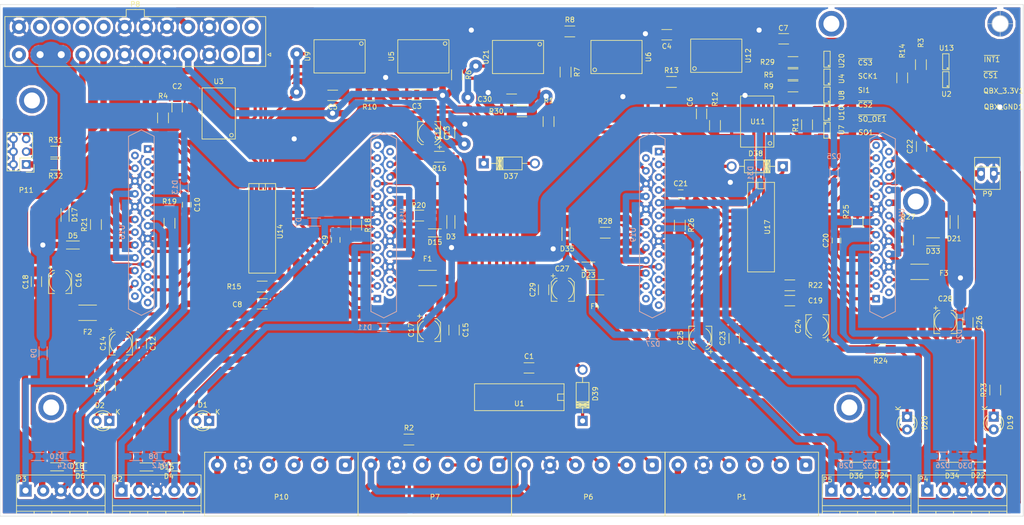
<source format=kicad_pcb>
(kicad_pcb (version 20160815) (host pcbnew "(2016-12-13 revision 188d781)-master")
  (title_block (title "Quad Stepper Motor Driver") (date 2016-12-14) (rev 1.0) (company "Gratian & co."))
  (layers (0 F.Cu signal) (31 B.Cu signal hide) (34 B.Paste user hide) (35 F.Paste user hide) (36 B.SilkS user hide) (37 F.SilkS user) (38 B.Mask user hide) (39 F.Mask user hide) (44 Edge.Cuts user hide))
  (net 0 "")
  (net 1 +5V)
  (net 2 GND)
  (net 3 +3V3)
  (net 4 "Net-(C9-Pad1)")
  (net 5 "Net-(C10-Pad1)")
  (net 6 +12V)
  (net 7 "Net-(C20-Pad1)")
  (net 8 "Net-(C21-Pad1)")
  (net 9 "Net-(D1-Pad1)")
  (net 10 "Net-(D1-Pad2)")
  (net 11 "Net-(D2-Pad2)")
  (net 12 "Net-(D2-Pad1)")
  (net 13 /DRIVER0/AP0)
  (net 14 /DRIVER0/AP1)
  (net 15 /DRIVER0/AM0)
  (net 16 /DRIVER0/AM1)
  (net 17 /DRIVER0/BM0)
  (net 18 /DRIVER0/BM1)
  (net 19 /DRIVER0/BP0)
  (net 20 /DRIVER0/BP1)
  (net 21 "Net-(D19-Pad1)")
  (net 22 "Net-(D19-Pad2)")
  (net 23 "Net-(D20-Pad2)")
  (net 24 "Net-(D20-Pad1)")
  (net 25 /DRIVER1/AP0)
  (net 26 /DRIVER1/AP1)
  (net 27 /DRIVER1/AM0)
  (net 28 /DRIVER1/AM1)
  (net 29 /DRIVER1/BM0)
  (net 30 /DRIVER1/BM1)
  (net 31 /DRIVER1/BP0)
  (net 32 /DRIVER1/BP1)
  (net 33 /DRIVER0/INT)
  (net 34 /~INT)
  (net 35 /DRIVER1/INT)
  (net 36 "Net-(D39-Pad1)")
  (net 37 "Net-(F1-Pad1)")
  (net 38 "Net-(F2-Pad1)")
  (net 39 "Net-(F3-Pad1)")
  (net 40 "Net-(F4-Pad1)")
  (net 41 "Net-(P1-Pad1)")
  (net 42 "Net-(P1-Pad2)")
  (net 43 "Net-(P1-Pad3)")
  (net 44 "Net-(P1-Pad4)")
  (net 45 "Net-(P6-Pad4)")
  (net 46 "Net-(P6-Pad3)")
  (net 47 "Net-(P6-Pad2)")
  (net 48 "Net-(P6-Pad1)")
  (net 49 "Net-(P7-Pad1)")
  (net 50 "Net-(P7-Pad2)")
  (net 51 "Net-(P7-Pad3)")
  (net 52 "Net-(P7-Pad4)")
  (net 53 "Net-(P8-Pad8)")
  (net 54 "Net-(P10-Pad4)")
  (net 55 "Net-(P10-Pad3)")
  (net 56 "Net-(P10-Pad2)")
  (net 57 "Net-(P10-Pad1)")
  (net 58 "Net-(R2-Pad2)")
  (net 59 "Net-(R3-Pad1)")
  (net 60 "Net-(R3-Pad2)")
  (net 61 /IN_ISO_CS0/OUT_TTL)
  (net 62 "Net-(R5-Pad1)")
  (net 63 "Net-(R5-Pad2)")
  (net 64 /IN_ISO_SCK/OUT_TTL)
  (net 65 /OUT_ISO_SO/IN_TTL)
  (net 66 "Net-(R7-Pad2)")
  (net 67 "Net-(R8-Pad1)")
  (net 68 "Net-(R9-Pad1)")
  (net 69 "Net-(R9-Pad2)")
  (net 70 /IN_ISO_SI/OUT_TTL)
  (net 71 "Net-(R11-Pad1)")
  (net 72 "Net-(R11-Pad2)")
  (net 73 /IN_ISO_CS1/OUT_TTL)
  (net 74 "Net-(R13-Pad2)")
  (net 75 "Net-(R14-Pad1)")
  (net 76 "Net-(R15-Pad2)")
  (net 77 "Net-(R18-Pad2)")
  (net 78 "Net-(R19-Pad2)")
  (net 79 "Net-(R20-Pad2)")
  (net 80 "Net-(R21-Pad2)")
  (net 81 "Net-(R22-Pad2)")
  (net 82 "Net-(R25-Pad2)")
  (net 83 "Net-(R26-Pad2)")
  (net 84 "Net-(R27-Pad2)")
  (net 85 "Net-(R28-Pad2)")
  (net 86 "Net-(R29-Pad2)")
  (net 87 "Net-(R29-Pad1)")
  (net 88 /IN_ISO_CS2/OUT_TTL)
  (net 89 /IN_ISO_SCK/IN_CMOS)
  (net 90 /IN_ISO_SI/IN_CMOS)
  (net 91 /OUT_ISO_SO/OUT_CMOS)
  (net 92 "Net-(U1-Pad28)")
  (net 93 "Net-(U1-Pad17)")
  (net 94 "Net-(U1-Pad2)")
  (net 95 /IN_ISO_CS0/IN_CMOS)
  (net 96 "Net-(U2-Pad1)")
  (net 97 "Net-(U3-Pad4)")
  (net 98 "Net-(U3-Pad1)")
  (net 99 "Net-(U4-Pad1)")
  (net 100 "Net-(U5-Pad4)")
  (net 101 "Net-(U5-Pad1)")
  (net 102 "Net-(U6-Pad4)")
  (net 103 "Net-(U6-Pad1)")
  (net 104 /OUT_ISO_SO/~OE)
  (net 105 "Net-(U8-Pad1)")
  (net 106 "Net-(U9-Pad4)")
  (net 107 "Net-(U9-Pad1)")
  (net 108 "Net-(U10-Pad1)")
  (net 109 /IN_ISO_CS1/IN_CMOS)
  (net 110 "Net-(U11-Pad1)")
  (net 111 "Net-(U11-Pad4)")
  (net 112 "Net-(U12-Pad1)")
  (net 113 "Net-(U12-Pad4)")
  (net 114 /OUT_ISO_INT/OUT_CMOS)
  (net 115 "Net-(U14-Pad28)")
  (net 116 "Net-(U14-Pad27)")
  (net 117 "Net-(U14-Pad26)")
  (net 118 "Net-(U14-Pad25)")
  (net 119 "Net-(U14-Pad24)")
  (net 120 "Net-(U14-Pad23)")
  (net 121 /DRIVER0/CH0_ENA)
  (net 122 /DRIVER0/CH0_TQ2)
  (net 123 "Net-(U14-Pad17)")
  (net 124 "Net-(U14-Pad10)")
  (net 125 "Net-(U14-Pad9)")
  (net 126 "Net-(U14-Pad8)")
  (net 127 "Net-(U14-Pad7)")
  (net 128 "Net-(U14-Pad6)")
  (net 129 /DRIVER0/CH1_ENA)
  (net 130 /DRIVER0/CH1_TQ2)
  (net 131 "Net-(U14-Pad2)")
  (net 132 "Net-(U17-Pad2)")
  (net 133 /DRIVER1/CH1_TQ2)
  (net 134 /DRIVER1/CH1_ENA)
  (net 135 "Net-(U17-Pad6)")
  (net 136 "Net-(U17-Pad7)")
  (net 137 "Net-(U17-Pad8)")
  (net 138 "Net-(U17-Pad9)")
  (net 139 "Net-(U17-Pad10)")
  (net 140 "Net-(U17-Pad17)")
  (net 141 /DRIVER1/CH0_TQ2)
  (net 142 /DRIVER1/CH0_ENA)
  (net 143 "Net-(U17-Pad23)")
  (net 144 "Net-(U17-Pad24)")
  (net 145 "Net-(U17-Pad25)")
  (net 146 "Net-(U17-Pad26)")
  (net 147 "Net-(U17-Pad27)")
  (net 148 "Net-(U17-Pad28)")
  (net 149 /IN_ISO_CS2/IN_CMOS)
  (net 150 "Net-(U20-Pad1)")
  (net 151 "Net-(U21-Pad1)")
  (net 152 "Net-(U21-Pad4)")
  (net 153 "Net-(U16-Pad25)")
  (net 154 "Net-(U16-Pad24)")
  (net 155 "Net-(U16-Pad2)")
  (net 156 "Net-(U19-Pad2)")
  (net 157 "Net-(U19-Pad24)")
  (net 158 "Net-(U19-Pad25)")
  (net 159 "Net-(U18-Pad2)")
  (net 160 "Net-(U18-Pad24)")
  (net 161 "Net-(U18-Pad25)")
  (net 162 "Net-(U15-Pad25)")
  (net 163 "Net-(U15-Pad24)")
  (net 164 "Net-(U15-Pad2)")
  (net 165 "Net-(U1-Pad18)")
  (net 166 "Net-(U14-Pad18)")
  (net 167 "Net-(U17-Pad18)")
  (net 168 "Net-(P8-Pad23)")
  (net 169 "Net-(P8-Pad2)")
  (net 170 "Net-(P8-Pad1)")
  (net 171 "Net-(U14-Pad22)")
  (net 172 "Net-(U14-Pad5)")
  (net 173 "Net-(U17-Pad22)")
  (net 174 "Net-(U17-Pad5)")
  (net 175 "Net-(P8-Pad9)")
  (net 176 "Net-(P8-Pad20)")
  (net 177 "Net-(P8-Pad14)")
  (net 178 "Net-(P8-Pad13)")
  (net 179 "Net-(P8-Pad12)")
  (net 180 "Net-(P11-Pad3)")
  (net 181 "Net-(P11-Pad5)")
  (net 182 "Net-(P11-Pad1)")
  (net 183 "Net-(P8-Pad22)")
  (net 184 "Net-(P8-Pad21)")
  (module Resistors_SMD:R_1206_HandSoldering (layer F.Cu) (at 229.9716 65.3542 270)
    (fp_text reference R14 (at -5.334 0 270) (layer F.SilkS))
    (fp_text value 390)
    (pad 2 smd rect (at 2 0 270) (size 2 1.7) (layers F.Cu F.Paste F.Mask) (net 3 +3V3))
    (pad 1 smd rect (at -2 0 270) (size 2 1.7) (layers F.Cu F.Paste F.Mask) (net 75 "Net-(R14-Pad1)"))
  )
  (module Resistors_SMD:R_1206_HandSoldering (layer F.Cu) (at 233.68 62.738 270)
    (fp_text reference R3 (at -4.318 0 270) (layer F.SilkS))
    (fp_text value 220)
    (pad 1 smd rect (at -2 0 270) (size 2 1.7) (layers F.Cu F.Paste F.Mask) (net 59 "Net-(R3-Pad1)"))
    (pad 2 smd rect (at 2 0 270) (size 2 1.7) (layers F.Cu F.Paste F.Mask) (net 60 "Net-(R3-Pad2)"))
  )
  (module Measurement_Points:Measurement_Point_Square-SMD-Pad_Small (layer F.Cu) (at 220.091 65.024)
    (fp_text reference SCK1 (at 3.048 0) (layer F.SilkS))
    (fp_text value CONN_01X01)
    (pad 1 smd rect (at 0 0) (size 1.5 1.5) (layers F.Cu F.Mask) (net 89 /IN_ISO_SCK/IN_CMOS))
  )
  (module Measurement_Points:Measurement_Point_Square-SMD-Pad_Small (layer F.Cu) (at 244.983 64.77)
    (fp_text reference ~CS1 (at 2.54 0.127) (layer F.SilkS))
    (fp_text value CONN_01X01)
    (pad 1 smd rect (at 0 0) (size 1.5 1.5) (layers F.Cu F.Mask) (net 95 /IN_ISO_CS0/IN_CMOS))
  )
  (module footprints:SOT-23-5 (layer F.Cu) (at 215.0364 74.803)
    (fp_text reference U7 (at 2.8956 0.889 90) (layer F.SilkS))
    (fp_text value SN74LVC1G240DBVR)
    (pad 1 smd rect (at -1.27 0) (size 1.016 0.635) (layers F.Cu F.Paste F.Mask) (net 104 /OUT_ISO_SO/~OE))
    (pad 2 smd rect (at -1.27 0.9525) (size 1.016 0.635) (layers F.Cu F.Paste F.Mask) (net 67 "Net-(R8-Pad1)"))
    (pad 3 smd rect (at -1.27 1.905) (size 1.016 0.635) (layers F.Cu F.Paste F.Mask) (net 2 GND))
    (pad 4 smd rect (at 1.27 1.905) (size 1.016 0.635) (layers F.Cu F.Paste F.Mask) (net 91 /OUT_ISO_SO/OUT_CMOS))
    (pad 5 smd rect (at 1.27 0) (size 1.016 0.635) (layers F.Cu F.Paste F.Mask) (net 3 +3V3))
  )
  (module Measurement_Points:Measurement_Point_Square-SMD-Pad_Small (layer F.Cu) (at 220.091 62.23)
    (fp_text reference ~CS3 (at 2.54 0.127) (layer F.SilkS))
    (fp_text value CONN_01X01)
    (pad 1 smd rect (at 0 0) (size 1.5 1.5) (layers F.Cu F.Mask) (net 149 /IN_ISO_CS2/IN_CMOS))
  )
  (module Pin_Headers:Pin_Header_Straight_2x03 (layer F.Cu) (at 56.007 82.55 180)
    (fp_text reference P11 (at 0 -5.1 180) (layer F.SilkS))
    (fp_text value CONN_02X03)
    (pad 6 thru_hole oval (at 2.54 5.08 180) (size 1.7272 1.7272) (drill 1.016) (layers *.Cu *.Mask) (net 2 GND))
    (pad 5 thru_hole oval (at 0 5.08 180) (size 1.7272 1.7272) (drill 1.016) (layers *.Cu *.Mask) (net 181 "Net-(P11-Pad5)"))
    (pad 4 thru_hole oval (at 2.54 2.54 180) (size 1.7272 1.7272) (drill 1.016) (layers *.Cu *.Mask) (net 2 GND))
    (pad 3 thru_hole oval (at 0 2.54 180) (size 1.7272 1.7272) (drill 1.016) (layers *.Cu *.Mask) (net 180 "Net-(P11-Pad3)"))
    (pad 2 thru_hole oval (at 2.54 0 180) (size 1.7272 1.7272) (drill 1.016) (layers *.Cu *.Mask) (net 2 GND))
    (pad 1 thru_hole rect (at 0 0 180) (size 1.7272 1.7272) (drill 1.016) (layers *.Cu *.Mask) (net 182 "Net-(P11-Pad1)"))
  )
  (module Resistors_SMD:R_1206_HandSoldering (layer F.Cu) (at 248.4374 127.3556 90)
    (fp_text reference R23 (at 0 -2.3 90) (layer F.SilkS))
    (fp_text value 150)
    (pad 1 smd rect (at -2 0 90) (size 2 1.7) (layers F.Cu F.Paste F.Mask) (net 21 "Net-(D19-Pad1)"))
    (pad 2 smd rect (at 2 0 90) (size 2 1.7) (layers F.Cu F.Paste F.Mask) (net 1 +5V))
  )
  (module Resistors_SMD:R_1206_HandSoldering (layer F.Cu) (at 61.849 80.01)
    (fp_text reference R31 (at 0 -2.3) (layer F.SilkS))
    (fp_text value 150)
    (pad 1 smd rect (at -2 0) (size 2 1.7) (layers F.Cu F.Paste F.Mask) (net 180 "Net-(P11-Pad3)"))
    (pad 2 smd rect (at 2 0) (size 2 1.7) (layers F.Cu F.Paste F.Mask) (net 175 "Net-(P8-Pad9)"))
  )
  (module Resistors_SMD:R_1206_HandSoldering (layer F.Cu) (at 61.849 82.55)
    (fp_text reference R32 (at 0 2.286) (layer F.SilkS))
    (fp_text value 150)
    (pad 2 smd rect (at 2 0) (size 2 1.7) (layers F.Cu F.Paste F.Mask) (net 53 "Net-(P8-Pad8)"))
    (pad 1 smd rect (at -2 0) (size 2 1.7) (layers F.Cu F.Paste F.Mask) (net 182 "Net-(P11-Pad1)"))
  )
  (module footprints:SMD-Mini2-F3-B (layer F.Cu) (at 85.344 142.621 180)
    (fp_text reference D4 (at 1.016 -1.85 180) (layer F.SilkS))
    (fp_text value D_Schottky hide)
    (pad 2 smd rect (at 1.525 0 180) (size 0.85 1.2) (layers F.Cu F.Paste F.Mask) (net 2 GND))
    (pad 1 smd rect (at -1.525 0 180) (size 0.85 1.2) (layers F.Cu F.Paste F.Mask) (net 13 /DRIVER0/AP0))
  )
  (module footprints:HZIP25-P-1.27 (layer B.Cu) (at 224.79 109.22 90)
    (fp_text reference U18 (at 16.51 5.08 90) (layer B.SilkS) (effects (justify mirror)))
    (fp_text value TB6560AHQ)
    (pad 1 thru_hole rect (at 0 0 90) (size 1.524 1.524) (drill 0.762) (layers *.Cu *.Mask) (net 141 /DRIVER1/CH0_TQ2))
    (pad 2 thru_hole circle (at 1.27 2.54 90) (size 1.524 1.524) (drill 0.762) (layers *.Cu *.Mask) (net 159 "Net-(U18-Pad2)"))
    (pad 3 thru_hole circle (at 2.54 0 90) (size 1.524 1.524) (drill 0.762) (layers *.Cu *.Mask) (net 173 "Net-(U17-Pad22)"))
    (pad 4 thru_hole circle (at 3.81 2.54 90) (size 1.524 1.524) (drill 0.762) (layers *.Cu *.Mask) (net 142 /DRIVER1/CH0_ENA))
    (pad 5 thru_hole circle (at 5.08 0 90) (size 1.524 1.524) (drill 0.762) (layers *.Cu *.Mask) (net 143 "Net-(U17-Pad23)"))
    (pad 6 thru_hole circle (at 6.35 2.54 90) (size 1.524 1.524) (drill 0.762) (layers *.Cu *.Mask) (net 2 GND))
    (pad 7 thru_hole circle (at 7.62 0 90) (size 1.524 1.524) (drill 0.762) (layers *.Cu *.Mask) (net 7 "Net-(C20-Pad1)"))
    (pad 8 thru_hole circle (at 8.89 2.54 90) (size 1.524 1.524) (drill 0.762) (layers *.Cu *.Mask) (net 39 "Net-(F3-Pad1)"))
    (pad 9 thru_hole circle (at 10.16 0 90) (size 1.524 1.524) (drill 0.762) (layers *.Cu *.Mask) (net 29 /DRIVER1/BM0))
    (pad 10 thru_hole circle (at 11.43 2.54 90) (size 1.524 1.524) (drill 0.762) (layers *.Cu *.Mask) (net 2 GND))
    (pad 11 thru_hole circle (at 12.7 0 90) (size 1.524 1.524) (drill 0.762) (layers *.Cu *.Mask) (net 82 "Net-(R25-Pad2)"))
    (pad 12 thru_hole circle (at 13.97 2.54 90) (size 1.524 1.524) (drill 0.762) (layers *.Cu *.Mask) (net 31 /DRIVER1/BP0))
    (pad 13 thru_hole circle (at 15.24 0 90) (size 1.524 1.524) (drill 0.762) (layers *.Cu *.Mask) (net 27 /DRIVER1/AM0))
    (pad 14 thru_hole circle (at 16.51 2.54 90) (size 1.524 1.524) (drill 0.762) (layers *.Cu *.Mask) (net 84 "Net-(R27-Pad2)"))
    (pad 15 thru_hole circle (at 17.78 0 90) (size 1.524 1.524) (drill 0.762) (layers *.Cu *.Mask) (net 2 GND))
    (pad 16 thru_hole circle (at 19.05 2.54 90) (size 1.524 1.524) (drill 0.762) (layers *.Cu *.Mask) (net 25 /DRIVER1/AP0))
    (pad 17 thru_hole circle (at 20.32 0 90) (size 1.524 1.524) (drill 0.762) (layers *.Cu *.Mask) (net 144 "Net-(U17-Pad24)"))
    (pad 18 thru_hole circle (at 21.59 2.54 90) (size 1.524 1.524) (drill 0.762) (layers *.Cu *.Mask) (net 39 "Net-(F3-Pad1)"))
    (pad 19 thru_hole circle (at 22.86 0 90) (size 1.524 1.524) (drill 0.762) (layers *.Cu *.Mask) (net 22 "Net-(D19-Pad2)"))
    (pad 20 thru_hole circle (at 24.13 2.54 90) (size 1.524 1.524) (drill 0.762) (layers *.Cu *.Mask) (net 1 +5V))
    (pad 21 thru_hole circle (at 25.4 0 90) (size 1.524 1.524) (drill 0.762) (layers *.Cu *.Mask) (net 145 "Net-(U17-Pad25)"))
    (pad 22 thru_hole circle (at 26.67 2.54 90) (size 1.524 1.524) (drill 0.762) (layers *.Cu *.Mask) (net 147 "Net-(U17-Pad27)"))
    (pad 23 thru_hole circle (at 27.94 0 90) (size 1.524 1.524) (drill 0.762) (layers *.Cu *.Mask) (net 146 "Net-(U17-Pad26)"))
    (pad 24 thru_hole circle (at 29.21 2.54 90) (size 1.524 1.524) (drill 0.762) (layers *.Cu *.Mask) (net 160 "Net-(U18-Pad24)"))
    (pad 25 thru_hole circle (at 30.48 0 90) (size 1.524 1.524) (drill 0.762) (layers *.Cu *.Mask) (net 161 "Net-(U18-Pad25)"))
  )
  (module footprints:SMD-Mini2-F3-B (layer F.Cu) (at 239.903 142.494)
    (fp_text reference D34 (at 0 1.905) (layer F.SilkS))
    (fp_text value D_Schottky hide)
    (pad 2 smd rect (at 1.525 0) (size 0.85 1.2) (layers F.Cu F.Paste F.Mask) (net 2 GND))
    (pad 1 smd rect (at -1.525 0) (size 0.85 1.2) (layers F.Cu F.Paste F.Mask) (net 31 /DRIVER1/BP0))
  )
  (module Resistors_SMD:R_1206_HandSoldering (layer F.Cu) (at 170.9928 96.1136)
    (fp_text reference R28 (at 0 -2.3) (layer F.SilkS))
    (fp_text value .18)
    (pad 2 smd rect (at 2 0) (size 2 1.7) (layers F.Cu F.Paste F.Mask) (net 85 "Net-(R28-Pad2)"))
    (pad 1 smd rect (at -2 0) (size 2 1.7) (layers F.Cu F.Paste F.Mask) (net 2 GND))
  )
  (module footprints:SMD-Mini2-F3-B (layer B.Cu) (at 218.8464 140.5128)
    (fp_text reference D28 (at 0 1.85) (layer B.SilkS) (effects (justify mirror)))
    (fp_text value D_Schottky hide)
    (pad 2 smd rect (at 1.525 0) (size 0.85 1.2) (layers B.Cu B.Paste B.Mask) (net 2 GND))
    (pad 1 smd rect (at -1.525 0) (size 0.85 1.2) (layers B.Cu B.Paste B.Mask) (net 28 /DRIVER1/AM1))
  )
  (module footprints:SMD-Mini2-F3-B (layer B.Cu) (at 180.467 116.3574)
    (fp_text reference D27 (at 0 1.85) (layer B.SilkS) (effects (justify mirror)))
    (fp_text value D_Schottky hide)
    (pad 1 smd rect (at -1.525 0) (size 0.85 1.2) (layers B.Cu B.Paste B.Mask) (net 6 +12V))
    (pad 2 smd rect (at 1.525 0) (size 0.85 1.2) (layers B.Cu B.Paste B.Mask) (net 28 /DRIVER1/AM1))
  )
  (module Capacitors_SMD:C_1206_HandSoldering (layer F.Cu) (at 155.8544 122.9614)
    (fp_text reference C1 (at 0 -2.3) (layer F.SilkS))
    (fp_text value 0.1uF)
    (pad 1 smd rect (at -2 0) (size 2 1.6) (layers F.Cu F.Paste F.Mask) (net 1 +5V))
    (pad 2 smd rect (at 2 0) (size 2 1.6) (layers F.Cu F.Paste F.Mask) (net 2 GND))
  )
  (module Capacitors_SMD:C_1206_HandSoldering (layer F.Cu) (at 85.971395 71.152271 90)
    (fp_text reference C2 (at 4.096271 0.007605 180) (layer F.SilkS))
    (fp_text value 0.1uF)
    (pad 1 smd rect (at -2 0 90) (size 2 1.6) (layers F.Cu F.Paste F.Mask) (net 1 +5V))
    (pad 2 smd rect (at 2 0 90) (size 2 1.6) (layers F.Cu F.Paste F.Mask) (net 2 GND))
  )
  (module Capacitors_SMD:C_1206_HandSoldering (layer F.Cu) (at 133.572 68.707 180)
    (fp_text reference C3 (at 0 -2.3 180) (layer F.SilkS))
    (fp_text value 0.1uF)
    (pad 2 smd rect (at 2 0 180) (size 2 1.6) (layers F.Cu F.Paste F.Mask) (net 2 GND))
    (pad 1 smd rect (at -2 0 180) (size 2 1.6) (layers F.Cu F.Paste F.Mask) (net 1 +5V))
  )
  (module Capacitors_SMD:C_1206_HandSoldering (layer F.Cu) (at 183.2102 56.7944 180)
    (fp_text reference C4 (at 0 -2.3 180) (layer F.SilkS))
    (fp_text value 0.1uF)
    (pad 2 smd rect (at 2 0 180) (size 2 1.6) (layers F.Cu F.Paste F.Mask) (net 2 GND))
    (pad 1 smd rect (at -2 0 180) (size 2 1.6) (layers F.Cu F.Paste F.Mask) (net 3 +3V3))
  )
  (module Capacitors_SMD:C_1206_HandSoldering (layer F.Cu) (at 116.872 68.834 180)
    (fp_text reference C5 (at 0 -2.3 180) (layer F.SilkS))
    (fp_text value 0.1uF)
    (pad 2 smd rect (at 2 0 180) (size 2 1.6) (layers F.Cu F.Paste F.Mask) (net 2 GND))
    (pad 1 smd rect (at -2 0 180) (size 2 1.6) (layers F.Cu F.Paste F.Mask) (net 1 +5V))
  )
  (module Capacitors_SMD:C_1206_HandSoldering (layer F.Cu) (at 190.119 72.517 90)
    (fp_text reference C6 (at 2.413 -2.286 90) (layer F.SilkS))
    (fp_text value 0.1uF)
    (pad 2 smd rect (at 2 0 90) (size 2 1.6) (layers F.Cu F.Paste F.Mask) (net 2 GND))
    (pad 1 smd rect (at -2 0 90) (size 2 1.6) (layers F.Cu F.Paste F.Mask) (net 1 +5V))
  )
  (module Capacitors_SMD:C_1206_HandSoldering (layer F.Cu) (at 206.4258 57.6072 180)
    (fp_text reference C7 (at 0.0762 2.1336 180) (layer F.SilkS))
    (fp_text value 0.1uF)
    (pad 2 smd rect (at 2 0 180) (size 2 1.6) (layers F.Cu F.Paste F.Mask) (net 2 GND))
    (pad 1 smd rect (at -2 0 180) (size 2 1.6) (layers F.Cu F.Paste F.Mask) (net 3 +3V3))
  )
  (module Capacitors_SMD:C_1206_HandSoldering (layer F.Cu) (at 102.87 110.236)
    (fp_text reference C8 (at -4.953 0.127) (layer F.SilkS))
    (fp_text value 0.1uF)
    (pad 1 smd rect (at -2 0) (size 2 1.6) (layers F.Cu F.Paste F.Mask) (net 1 +5V))
    (pad 2 smd rect (at 2 0) (size 2 1.6) (layers F.Cu F.Paste F.Mask) (net 2 GND))
  )
  (module Capacitors_SMD:C_0805_HandSoldering (layer F.Cu) (at 117.475 97.536 90)
    (fp_text reference C9 (at 0 -2.1 90) (layer F.SilkS))
    (fp_text value 330pF)
    (pad 2 smd rect (at 1.25 0 90) (size 1.5 1.25) (layers F.Cu F.Paste F.Mask) (net 2 GND))
    (pad 1 smd rect (at -1.25 0 90) (size 1.5 1.25) (layers F.Cu F.Paste F.Mask) (net 4 "Net-(C9-Pad1)"))
  )
  (module Capacitors_SMD:C_0805_HandSoldering (layer F.Cu) (at 87.884 90.551 270)
    (fp_text reference C10 (at 0 -2.1 270) (layer F.SilkS))
    (fp_text value 330pF)
    (pad 1 smd rect (at -1.25 0 270) (size 1.5 1.25) (layers F.Cu F.Paste F.Mask) (net 5 "Net-(C10-Pad1)"))
    (pad 2 smd rect (at 1.25 0 270) (size 1.5 1.25) (layers F.Cu F.Paste F.Mask) (net 2 GND))
  )
  (module Capacitors_SMD:C_1206_HandSoldering (layer F.Cu) (at 140.081 76.327 90)
    (fp_text reference C11 (at 0 -2.3 90) (layer F.SilkS))
    (fp_text value 0.1uF)
    (pad 2 smd rect (at 2 0 90) (size 2 1.6) (layers F.Cu F.Paste F.Mask) (net 2 GND))
    (pad 1 smd rect (at -2 0 90) (size 2 1.6) (layers F.Cu F.Paste F.Mask) (net 1 +5V))
  )
  (module Capacitors_SMD:C_1206_HandSoldering (layer F.Cu) (at 78.867 118.11 270)
    (fp_text reference C12 (at 0 -2.3 270) (layer F.SilkS))
    (fp_text value 0.1uF)
    (pad 1 smd rect (at -2 0 270) (size 2 1.6) (layers F.Cu F.Paste F.Mask) (net 1 +5V))
    (pad 2 smd rect (at 2 0 270) (size 2 1.6) (layers F.Cu F.Paste F.Mask) (net 2 GND))
  )
  (module Capacitors_SMD:c_elec_4x5.3 (layer F.Cu) (at 136.017 76.327 90)
    (fp_text reference C13 (at 0 3.5433 90) (layer F.SilkS))
    (fp_text value 10uF)
    (fp_text user + (at -2.7686 2.0066 90) (layer F.SilkS))
    (pad 2 smd rect (at 1.8 0 270) (size 2.6 1.6) (layers F.Cu F.Paste F.Mask) (net 2 GND))
    (pad 1 smd rect (at -1.8 0 270) (size 2.6 1.6) (layers F.Cu F.Paste F.Mask) (net 1 +5V))
  )
  (module Capacitors_SMD:c_elec_4x5.3 (layer F.Cu) (at 74.803 118.11 270)
    (fp_text reference C14 (at 0 3.5433 270) (layer F.SilkS))
    (fp_text value 10uF)
    (fp_text user + (at -2.7686 2.0066 270) (layer F.SilkS))
    (pad 2 smd rect (at 1.8 0 90) (size 2.6 1.6) (layers F.Cu F.Paste F.Mask) (net 2 GND))
    (pad 1 smd rect (at -1.8 0 90) (size 2.6 1.6) (layers F.Cu F.Paste F.Mask) (net 1 +5V))
  )
  (module Capacitors_SMD:C_1206_HandSoldering (layer F.Cu) (at 140.97 115.443 270)
    (fp_text reference C15 (at 0 -2.3 270) (layer F.SilkS))
    (fp_text value 0.1uF)
    (pad 1 smd rect (at -2 0 270) (size 2 1.6) (layers F.Cu F.Paste F.Mask) (net 6 +12V))
    (pad 2 smd rect (at 2 0 270) (size 2 1.6) (layers F.Cu F.Paste F.Mask) (net 2 GND))
  )
  (module Capacitors_SMD:C_1206_HandSoldering (layer F.Cu) (at 58.039 105.823 270)
    (fp_text reference C16 (at -0.286 -8.382 270) (layer F.SilkS))
    (fp_text value 0.1uF)
    (pad 2 smd rect (at 2 0 270) (size 2 1.6) (layers F.Cu F.Paste F.Mask) (net 2 GND))
    (pad 1 smd rect (at -2 0 270) (size 2 1.6) (layers F.Cu F.Paste F.Mask) (net 6 +12V))
  )
  (module Capacitors_SMD:c_elec_4x5.3 (layer F.Cu) (at 136.017 115.443 270)
    (fp_text reference C17 (at 0 3.5433 270) (layer F.SilkS))
    (fp_text value 10uF)
    (fp_text user + (at -2.7686 2.0066 270) (layer F.SilkS))
    (pad 1 smd rect (at -1.8 0 90) (size 2.6 1.6) (layers F.Cu F.Paste F.Mask) (net 6 +12V))
    (pad 2 smd rect (at 1.8 0 90) (size 2.6 1.6) (layers F.Cu F.Paste F.Mask) (net 2 GND))
  )
  (module Capacitors_SMD:c_elec_4x5.3 (layer F.Cu) (at 62.738 105.896 270)
    (fp_text reference C18 (at 0 6.858 270) (layer F.SilkS))
    (fp_text value 10uF)
    (fp_text user + (at -2.7686 2.0066 270) (layer F.SilkS))
    (pad 1 smd rect (at -1.8 0 90) (size 2.6 1.6) (layers F.Cu F.Paste F.Mask) (net 6 +12V))
    (pad 2 smd rect (at 1.8 0 90) (size 2.6 1.6) (layers F.Cu F.Paste F.Mask) (net 2 GND))
  )
  (module Capacitors_SMD:C_1206_HandSoldering (layer F.Cu) (at 207.645 109.601)
    (fp_text reference C19 (at 5.08 0) (layer F.SilkS))
    (fp_text value 0.1uF)
    (pad 1 smd rect (at -2 0) (size 2 1.6) (layers F.Cu F.Paste F.Mask) (net 1 +5V))
    (pad 2 smd rect (at 2 0) (size 2 1.6) (layers F.Cu F.Paste F.Mask) (net 2 GND))
  )
  (module Capacitors_SMD:C_0805_HandSoldering (layer F.Cu) (at 216.916 97.663 90)
    (fp_text reference C20 (at 0 -2.1 90) (layer F.SilkS))
    (fp_text value 330pF)
    (pad 1 smd rect (at -1.25 0 90) (size 1.5 1.25) (layers F.Cu F.Paste F.Mask) (net 7 "Net-(C20-Pad1)"))
    (pad 2 smd rect (at 1.25 0 90) (size 1.5 1.25) (layers F.Cu F.Paste F.Mask) (net 2 GND))
  )
  (module Capacitors_SMD:C_0805_HandSoldering (layer F.Cu) (at 185.9788 88.4428)
    (fp_text reference C21 (at 0 -2.1) (layer F.SilkS))
    (fp_text value 330pF)
    (pad 2 smd rect (at 1.25 0) (size 1.5 1.25) (layers F.Cu F.Paste F.Mask) (net 2 GND))
    (pad 1 smd rect (at -1.25 0) (size 1.5 1.25) (layers F.Cu F.Paste F.Mask) (net 8 "Net-(C21-Pad1)"))
  )
  (module Capacitors_SMD:C_1206_HandSoldering (layer F.Cu) (at 233.807 78.994 90)
    (fp_text reference C22 (at 0 -2.3 90) (layer F.SilkS))
    (fp_text value 0.1uF)
    (pad 1 smd rect (at -2 0 90) (size 2 1.6) (layers F.Cu F.Paste F.Mask) (net 1 +5V))
    (pad 2 smd rect (at 2 0 90) (size 2 1.6) (layers F.Cu F.Paste F.Mask) (net 2 GND))
  )
  (module Capacitors_SMD:C_1206_HandSoldering (layer F.Cu) (at 196.596 117.094 90)
    (fp_text reference C23 (at 0 -2.3 90) (layer F.SilkS))
    (fp_text value 0.1uF)
    (pad 2 smd rect (at 2 0 90) (size 2 1.6) (layers F.Cu F.Paste F.Mask) (net 2 GND))
    (pad 1 smd rect (at -2 0 90) (size 2 1.6) (layers F.Cu F.Paste F.Mask) (net 1 +5V))
  )
  (module Capacitors_SMD:c_elec_4x5.3 (layer F.Cu) (at 213.106 114.681 90)
    (fp_text reference C24 (at 0 -3.81 90) (layer F.SilkS))
    (fp_text value 10uF)
    (fp_text user + (at -2.7686 2.0066 90) (layer F.SilkS))
    (pad 2 smd rect (at 1.8 0 270) (size 2.6 1.6) (layers F.Cu F.Paste F.Mask) (net 2 GND))
    (pad 1 smd rect (at -1.8 0 270) (size 2.6 1.6) (layers F.Cu F.Paste F.Mask) (net 1 +5V))
  )
  (module Capacitors_SMD:c_elec_4x5.3 (layer F.Cu) (at 189.865 116.967 90)
    (fp_text reference C25 (at 0 -3.937 90) (layer F.SilkS))
    (fp_text value 10uF)
    (fp_text user + (at -2.7686 2.0066 90) (layer F.SilkS))
    (pad 1 smd rect (at -1.8 0 270) (size 2.6 1.6) (layers F.Cu F.Paste F.Mask) (net 1 +5V))
    (pad 2 smd rect (at 1.8 0 270) (size 2.6 1.6) (layers F.Cu F.Paste F.Mask) (net 2 GND))
  )
  (module Capacitors_SMD:C_1206_HandSoldering (layer F.Cu) (at 243.0018 113.9698 270)
    (fp_text reference C26 (at 0 -2.3 270) (layer F.SilkS))
    (fp_text value 0.1uF)
    (pad 1 smd rect (at -2 0 270) (size 2 1.6) (layers F.Cu F.Paste F.Mask) (net 6 +12V))
    (pad 2 smd rect (at 2 0 270) (size 2 1.6) (layers F.Cu F.Paste F.Mask) (net 2 GND))
  )
  (module Capacitors_SMD:C_1206_HandSoldering (layer F.Cu) (at 158.75 107.442 270)
    (fp_text reference C27 (at -4.191 -3.683) (layer F.SilkS))
    (fp_text value 0.1uF)
    (pad 2 smd rect (at 2 0 270) (size 2 1.6) (layers F.Cu F.Paste F.Mask) (net 2 GND))
    (pad 1 smd rect (at -2 0 270) (size 2 1.6) (layers F.Cu F.Paste F.Mask) (net 6 +12V))
  )
  (module Capacitors_SMD:c_elec_4x5.3 (layer F.Cu) (at 238.5568 113.8428 270)
    (fp_text reference C28 (at -4.6228 0.0508) (layer F.SilkS))
    (fp_text value 10uF)
    (fp_text user + (at -2.7686 2.0066 270) (layer F.SilkS))
    (pad 2 smd rect (at 1.8 0 90) (size 2.6 1.6) (layers F.Cu F.Paste F.Mask) (net 2 GND))
    (pad 1 smd rect (at -1.8 0 90) (size 2.6 1.6) (layers F.Cu F.Paste F.Mask) (net 6 +12V))
  )
  (module Capacitors_SMD:c_elec_4x5.3 (layer F.Cu) (at 162.56 107.442 270)
    (fp_text reference C29 (at 0 5.969 270) (layer F.SilkS))
    (fp_text value 10uF)
    (fp_text user + (at -2.7686 2.0066 270) (layer F.SilkS))
    (pad 1 smd rect (at -1.8 0 90) (size 2.6 1.6) (layers F.Cu F.Paste F.Mask) (net 6 +12V))
    (pad 2 smd rect (at 1.8 0 90) (size 2.6 1.6) (layers F.Cu F.Paste F.Mask) (net 2 GND))
  )
  (module Capacitors_SMD:C_1206_HandSoldering (layer F.Cu) (at 152.4 69.596 180)
    (fp_text reference C30 (at 5.334 0 180) (layer F.SilkS))
    (fp_text value 0.1uF)
    (pad 2 smd rect (at 2 0 180) (size 2 1.6) (layers F.Cu F.Paste F.Mask) (net 2 GND))
    (pad 1 smd rect (at -2 0 180) (size 2 1.6) (layers F.Cu F.Paste F.Mask) (net 1 +5V))
  )
  (module LEDs:LED-3MM (layer F.Cu) (at 92.329 133.477 180)
    (fp_text reference D1 (at 1.27 3.175 180) (layer F.SilkS))
    (fp_text value LED)
    (fp_text user K (at -1.69 1.74 180) (layer F.SilkS))
    (pad 1 thru_hole rect (at 0 0 270) (size 2 2) (drill 1.00076) (layers *.Cu *.Mask) (net 9 "Net-(D1-Pad1)"))
    (pad 2 thru_hole circle (at 2.54 0 180) (size 2 2) (drill 1.00076) (layers *.Cu *.Mask) (net 10 "Net-(D1-Pad2)"))
  )
  (module LEDs:LED-3MM (layer F.Cu) (at 72.517 133.477 180)
    (fp_text reference D2 (at 1.91 3.06 180) (layer F.SilkS))
    (fp_text value LED)
    (fp_text user K (at -1.69 1.74 180) (layer F.SilkS))
    (pad 2 thru_hole circle (at 2.54 0 180) (size 2 2) (drill 1.00076) (layers *.Cu *.Mask) (net 11 "Net-(D2-Pad2)"))
    (pad 1 thru_hole rect (at 0 0 270) (size 2 2) (drill 1.00076) (layers *.Cu *.Mask) (net 12 "Net-(D2-Pad1)"))
  )
  (module footprints:SMD-Mini2-F3-B (layer F.Cu) (at 140.335 93.98 90)
    (fp_text reference D3 (at -2.921 0 -180) (layer F.SilkS))
    (fp_text value D_Schottky hide)
    (pad 2 smd rect (at 1.525 0 90) (size 0.85 1.2) (layers F.Cu F.Paste F.Mask) (net 13 /DRIVER0/AP0))
    (pad 1 smd rect (at -1.525 0 90) (size 0.85 1.2) (layers F.Cu F.Paste F.Mask) (net 6 +12V))
  )
  (module footprints:SMD-Mini2-F3-B (layer F.Cu) (at 65.278 98.552)
    (fp_text reference D5 (at 0 -1.85) (layer F.SilkS))
    (fp_text value D_Schottky hide)
    (pad 2 smd rect (at 1.525 0) (size 0.85 1.2) (layers F.Cu F.Paste F.Mask) (net 14 /DRIVER0/AP1))
    (pad 1 smd rect (at -1.525 0) (size 0.85 1.2) (layers F.Cu F.Paste F.Mask) (net 6 +12V))
  )
  (module footprints:SMD-Mini2-F3-B (layer F.Cu) (at 66.7512 142.5956 180)
    (fp_text reference D6 (at 0 -1.85 180) (layer F.SilkS))
    (fp_text value D_Schottky hide)
    (pad 2 smd rect (at 1.525 0 180) (size 0.85 1.2) (layers F.Cu F.Paste F.Mask) (net 2 GND))
    (pad 1 smd rect (at -1.525 0 180) (size 0.85 1.2) (layers F.Cu F.Paste F.Mask) (net 14 /DRIVER0/AP1))
  )
  (module footprints:SMD-Mini2-F3-B (layer B.Cu) (at 113.1824 94.0054)
    (fp_text reference D7 (at -3.048 0 -90) (layer B.SilkS) (effects (justify mirror)))
    (fp_text value D_Schottky hide)
    (pad 1 smd rect (at -1.525 0) (size 0.85 1.2) (layers B.Cu B.Paste B.Mask) (net 6 +12V))
    (pad 2 smd rect (at 1.525 0) (size 0.85 1.2) (layers B.Cu B.Paste B.Mask) (net 15 /DRIVER0/AM0))
  )
  (module footprints:SMD-Mini2-F3-B (layer B.Cu) (at 77.851 140.5382)
    (fp_text reference D8 (at 3.429 0) (layer B.SilkS) (effects (justify mirror)))
    (fp_text value D_Schottky hide)
    (pad 1 smd rect (at -1.525 0) (size 0.85 1.2) (layers B.Cu B.Paste B.Mask) (net 15 /DRIVER0/AM0))
    (pad 2 smd rect (at 1.525 0) (size 0.85 1.2) (layers B.Cu B.Paste B.Mask) (net 2 GND))
  )
  (module footprints:SMD-Mini2-F3-B (layer B.Cu) (at 59.3598 120.0404 270)
    (fp_text reference D9 (at 0 1.85 270) (layer B.SilkS) (effects (justify mirror)))
    (fp_text value D_Schottky hide)
    (pad 1 smd rect (at -1.525 0 270) (size 0.85 1.2) (layers B.Cu B.Paste B.Mask) (net 6 +12V))
    (pad 2 smd rect (at 1.525 0 270) (size 0.85 1.2) (layers B.Cu B.Paste B.Mask) (net 16 /DRIVER0/AM1))
  )
  (module footprints:SMD-Mini2-F3-B (layer B.Cu) (at 58.293 140.5382)
    (fp_text reference D10 (at 3.81 0) (layer B.SilkS) (effects (justify mirror)))
    (fp_text value D_Schottky hide)
    (pad 1 smd rect (at -1.525 0) (size 0.85 1.2) (layers B.Cu B.Paste B.Mask) (net 16 /DRIVER0/AM1))
    (pad 2 smd rect (at 1.525 0) (size 0.85 1.2) (layers B.Cu B.Paste B.Mask) (net 2 GND))
  )
  (module footprints:SMD-Mini2-F3-B (layer B.Cu) (at 127.0508 114.9096 180)
    (fp_text reference D11 (at 3.81 0 180) (layer B.SilkS) (effects (justify mirror)))
    (fp_text value D_Schottky hide)
    (pad 2 smd rect (at 1.525 0 180) (size 0.85 1.2) (layers B.Cu B.Paste B.Mask) (net 17 /DRIVER0/BM0))
    (pad 1 smd rect (at -1.525 0 180) (size 0.85 1.2) (layers B.Cu B.Paste B.Mask) (net 6 +12V))
  )
  (module footprints:SMD-Mini2-F3-B (layer B.Cu) (at 82.424 140.5382 180)
    (fp_text reference D12 (at 0 -1.778 180) (layer B.SilkS) (effects (justify mirror)))
    (fp_text value D_Schottky hide)
    (pad 2 smd rect (at 1.525 0 180) (size 0.85 1.2) (layers B.Cu B.Paste B.Mask) (net 2 GND))
    (pad 1 smd rect (at -1.525 0 180) (size 0.85 1.2) (layers B.Cu B.Paste B.Mask) (net 17 /DRIVER0/BM0))
  )
  (module footprints:SMD-Mini2-F3-B (layer B.Cu) (at 87.4014 87.0712 270)
    (fp_text reference D13 (at 0 1.85 270) (layer B.SilkS) (effects (justify mirror)))
    (fp_text value D_Schottky hide)
    (pad 2 smd rect (at 1.525 0 270) (size 0.85 1.2) (layers B.Cu B.Paste B.Mask) (net 18 /DRIVER0/BM1))
    (pad 1 smd rect (at -1.525 0 270) (size 0.85 1.2) (layers B.Cu B.Paste B.Mask) (net 6 +12V))
  )
  (module footprints:SMD-Mini2-F3-B (layer B.Cu) (at 63.627 140.5382 180)
    (fp_text reference D14 (at 0 -1.8796 180) (layer B.SilkS) (effects (justify mirror)))
    (fp_text value D_Schottky hide)
    (pad 2 smd rect (at 1.525 0 180) (size 0.85 1.2) (layers B.Cu B.Paste B.Mask) (net 2 GND))
    (pad 1 smd rect (at -1.525 0 180) (size 0.85 1.2) (layers B.Cu B.Paste B.Mask) (net 18 /DRIVER0/BM1))
  )
  (module footprints:SMD-Mini2-F3-B (layer F.Cu) (at 137.16 96.139 180)
    (fp_text reference D15 (at 0 -1.85 180) (layer F.SilkS))
    (fp_text value D_Schottky hide)
    (pad 1 smd rect (at -1.525 0 180) (size 0.85 1.2) (layers F.Cu F.Paste F.Mask) (net 6 +12V))
    (pad 2 smd rect (at 1.525 0 180) (size 0.85 1.2) (layers F.Cu F.Paste F.Mask) (net 19 /DRIVER0/BP0))
  )
  (module footprints:SMD-Mini2-F3-B (layer F.Cu) (at 79.883 142.621)
    (fp_text reference D16 (at 4.064 0) (layer F.SilkS))
    (fp_text value D_Schottky hide)
    (pad 1 smd rect (at -1.525 0) (size 0.85 1.2) (layers F.Cu F.Paste F.Mask) (net 19 /DRIVER0/BP0))
    (pad 2 smd rect (at 1.525 0) (size 0.85 1.2) (layers F.Cu F.Paste F.Mask) (net 2 GND))
  )
  (module footprints:SMD-Mini2-F3-B (layer F.Cu) (at 63.7286 92.583 90)
    (fp_text reference D17 (at 0 1.905 90) (layer F.SilkS))
    (fp_text value D_Schottky hide)
    (pad 1 smd rect (at -1.525 0 90) (size 0.85 1.2) (layers F.Cu F.Paste F.Mask) (net 6 +12V))
    (pad 2 smd rect (at 1.525 0 90) (size 0.85 1.2) (layers F.Cu F.Paste F.Mask) (net 20 /DRIVER0/BP1))
  )
  (module footprints:SMD-Mini2-F3-B (layer F.Cu) (at 62.1284 142.5956)
    (fp_text reference D18 (at 3.937 -0.127) (layer F.SilkS))
    (fp_text value D_Schottky hide)
    (pad 1 smd rect (at -1.525 0) (size 0.85 1.2) (layers F.Cu F.Paste F.Mask) (net 20 /DRIVER0/BP1))
    (pad 2 smd rect (at 1.525 0) (size 0.85 1.2) (layers F.Cu F.Paste F.Mask) (net 2 GND))
  )
  (module LEDs:LED-3MM (layer F.Cu) (at 248.1326 132.6388 270)
    (fp_text reference D19 (at 1.1684 -3.302 270) (layer F.SilkS))
    (fp_text value LED)
    (fp_text user K (at -1.69 1.74 270) (layer F.SilkS))
    (pad 1 thru_hole rect (at 0 0) (size 2 2) (drill 1.00076) (layers *.Cu *.Mask) (net 21 "Net-(D19-Pad1)"))
    (pad 2 thru_hole circle (at 2.54 0 270) (size 2 2) (drill 1.00076) (layers *.Cu *.Mask) (net 22 "Net-(D19-Pad2)"))
  )
  (module LEDs:LED-3MM (layer F.Cu) (at 230.9368 132.6642 270)
    (fp_text reference D20 (at 1.1938 -3.5052 270) (layer F.SilkS))
    (fp_text value LED)
    (fp_text user K (at -1.69 1.74 270) (layer F.SilkS))
    (pad 2 thru_hole circle (at 2.54 0 270) (size 2 2) (drill 1.00076) (layers *.Cu *.Mask) (net 23 "Net-(D20-Pad2)"))
    (pad 1 thru_hole rect (at 0 0) (size 2 2) (drill 1.00076) (layers *.Cu *.Mask) (net 24 "Net-(D20-Pad1)"))
  )
  (module footprints:SMD-Mini2-F3-B (layer F.Cu) (at 240.284 93.98 90)
    (fp_text reference D21 (at -3.302 0 -180) (layer F.SilkS))
    (fp_text value D_Schottky hide)
    (pad 1 smd rect (at -1.525 0 90) (size 0.85 1.2) (layers F.Cu F.Paste F.Mask) (net 6 +12V))
    (pad 2 smd rect (at 1.525 0 90) (size 0.85 1.2) (layers F.Cu F.Paste F.Mask) (net 25 /DRIVER1/AP0))
  )
  (module footprints:SMD-Mini2-F3-B (layer F.Cu) (at 245.0348 142.4686 180)
    (fp_text reference D22 (at 0 -1.85 180) (layer F.SilkS))
    (fp_text value D_Schottky hide)
    (pad 2 smd rect (at 1.525 0 180) (size 0.85 1.2) (layers F.Cu F.Paste F.Mask) (net 2 GND))
    (pad 1 smd rect (at -1.525 0 180) (size 0.85 1.2) (layers F.Cu F.Paste F.Mask) (net 25 /DRIVER1/AP0))
  )
  (module footprints:SMD-Mini2-F3-B (layer F.Cu) (at 167.64 102.743)
    (fp_text reference D23 (at 0 1.778) (layer F.SilkS))
    (fp_text value D_Schottky hide)
    (pad 2 smd rect (at 1.525 0) (size 0.85 1.2) (layers F.Cu F.Paste F.Mask) (net 26 /DRIVER1/AP1))
    (pad 1 smd rect (at -1.525 0) (size 0.85 1.2) (layers F.Cu F.Paste F.Mask) (net 6 +12V))
  )
  (module footprints:SMD-Mini2-F3-B (layer F.Cu) (at 225.9076 142.494 180)
    (fp_text reference D24 (at 0 -1.85 180) (layer F.SilkS))
    (fp_text value D_Schottky hide)
    (pad 1 smd rect (at -1.525 0 180) (size 0.85 1.2) (layers F.Cu F.Paste F.Mask) (net 26 /DRIVER1/AP1))
    (pad 2 smd rect (at 1.525 0 180) (size 0.85 1.2) (layers F.Cu F.Paste F.Mask) (net 2 GND))
  )
  (module footprints:SMD-Mini2-F3-B (layer B.Cu) (at 216.4334 84.2508 270)
    (fp_text reference D25 (at -3.302 0 180) (layer B.SilkS) (effects (justify mirror)))
    (fp_text value D_Schottky hide)
    (pad 2 smd rect (at 1.525 0 270) (size 0.85 1.2) (layers B.Cu B.Paste B.Mask) (net 27 /DRIVER1/AM0))
    (pad 1 smd rect (at -1.525 0 270) (size 0.85 1.2) (layers B.Cu B.Paste B.Mask) (net 6 +12V))
  )
  (module footprints:SMD-Mini2-F3-B (layer B.Cu) (at 238.0244 140.4874)
    (fp_text reference D26 (at 0 1.85) (layer B.SilkS) (effects (justify mirror)))
    (fp_text value D_Schottky hide)
    (pad 2 smd rect (at 1.525 0) (size 0.85 1.2) (layers B.Cu B.Paste B.Mask) (net 2 GND))
    (pad 1 smd rect (at -1.525 0) (size 0.85 1.2) (layers B.Cu B.Paste B.Mask) (net 27 /DRIVER1/AM0))
  )
  (module footprints:SMD-Mini2-F3-B (layer B.Cu) (at 241.427 112.6998 270)
    (fp_text reference D29 (at 3.9878 0.127 270) (layer B.SilkS) (effects (justify mirror)))
    (fp_text value D_Schottky hide)
    (pad 1 smd rect (at -1.525 0 270) (size 0.85 1.2) (layers B.Cu B.Paste B.Mask) (net 6 +12V))
    (pad 2 smd rect (at 1.525 0 270) (size 0.85 1.2) (layers B.Cu B.Paste B.Mask) (net 29 /DRIVER1/BM0))
  )
  (module footprints:SMD-Mini2-F3-B (layer B.Cu) (at 242.4938 140.4874 180)
    (fp_text reference D30 (at 0 -1.905 180) (layer B.SilkS) (effects (justify mirror)))
    (fp_text value D_Schottky hide)
    (pad 1 smd rect (at -1.525 0 180) (size 0.85 1.2) (layers B.Cu B.Paste B.Mask) (net 29 /DRIVER1/BM0))
    (pad 2 smd rect (at 1.525 0 180) (size 0.85 1.2) (layers B.Cu B.Paste B.Mask) (net 2 GND))
  )
  (module footprints:SMD-Mini2-F3-B (layer B.Cu) (at 201.7014 84.3026 270)
    (fp_text reference D31 (at 0 1.85 270) (layer B.SilkS) (effects (justify mirror)))
    (fp_text value D_Schottky hide)
    (pad 2 smd rect (at 1.525 0 270) (size 0.85 1.2) (layers B.Cu B.Paste B.Mask) (net 30 /DRIVER1/BM1))
    (pad 1 smd rect (at -1.525 0 270) (size 0.85 1.2) (layers B.Cu B.Paste B.Mask) (net 6 +12V))
  )
  (module footprints:SMD-Mini2-F3-B (layer B.Cu) (at 223.5454 140.5128 180)
    (fp_text reference D32 (at 0 -1.905 180) (layer B.SilkS) (effects (justify mirror)))
    (fp_text value D_Schottky hide)
    (pad 2 smd rect (at 1.525 0 180) (size 0.85 1.2) (layers B.Cu B.Paste B.Mask) (net 2 GND))
    (pad 1 smd rect (at -1.525 0 180) (size 0.85 1.2) (layers B.Cu B.Paste B.Mask) (net 30 /DRIVER1/BM1))
  )
  (module footprints:SMD-Mini2-F3-B (layer F.Cu) (at 236.093 97.917 180)
    (fp_text reference D33 (at 0 -1.85 180) (layer F.SilkS))
    (fp_text value D_Schottky hide)
    (pad 1 smd rect (at -1.525 0 180) (size 0.85 1.2) (layers F.Cu F.Paste F.Mask) (net 6 +12V))
    (pad 2 smd rect (at 1.525 0 180) (size 0.85 1.2) (layers F.Cu F.Paste F.Mask) (net 31 /DRIVER1/BP0))
  )
  (module footprints:SMD-Mini2-F3-B (layer F.Cu) (at 163.195 96.3676 90)
    (fp_text reference D35 (at -2.921 0.254 -180) (layer F.SilkS))
    (fp_text value D_Schottky hide)
    (pad 1 smd rect (at -1.525 0 90) (size 0.85 1.2) (layers F.Cu F.Paste F.Mask) (net 6 +12V))
    (pad 2 smd rect (at 1.525 0 90) (size 0.85 1.2) (layers F.Cu F.Paste F.Mask) (net 32 /DRIVER1/BP1))
  )
  (module footprints:SMD-Mini2-F3-B (layer F.Cu) (at 220.853 142.494)
    (fp_text reference D36 (at 0 1.905) (layer F.SilkS))
    (fp_text value D_Schottky hide)
    (pad 1 smd rect (at -1.525 0) (size 0.85 1.2) (layers F.Cu F.Paste F.Mask) (net 32 /DRIVER1/BP1))
    (pad 2 smd rect (at 1.525 0) (size 0.85 1.2) (layers F.Cu F.Paste F.Mask) (net 2 GND))
  )
  (module Diodes_ThroughHole:Diode_DO-41_SOD81_Horizontal_RM10 (layer F.Cu) (at 146.8628 82.34934)
    (fp_text reference D37 (at 5.38734 2.53746) (layer F.SilkS))
    (fp_text value D_Schottky)
    (pad 2 thru_hole circle (at 10.16 -0.00254 180) (size 1.99898 1.99898) (drill 1.27) (layers *.Cu *.Mask) (net 34 /~INT))
    (pad 1 thru_hole rect (at 0 -0.00254 180) (size 1.99898 1.99898) (drill 1.00076) (layers *.Cu *.Mask) (net 33 /DRIVER0/INT))
  )
  (module Diodes_ThroughHole:Diode_DO-41_SOD81_Horizontal_RM10 (layer F.Cu) (at 206.248 82.92846 180)
    (fp_text reference D38 (at 5.38734 2.53746 180) (layer F.SilkS))
    (fp_text value D_Schottky)
    (pad 1 thru_hole rect (at 0 -0.00254) (size 1.99898 1.99898) (drill 1.00076) (layers *.Cu *.Mask) (net 35 /DRIVER1/INT))
    (pad 2 thru_hole circle (at 10.16 -0.00254) (size 1.99898 1.99898) (drill 1.27) (layers *.Cu *.Mask) (net 34 /~INT))
  )
  (module Diodes_ThroughHole:Diode_DO-41_SOD81_Horizontal_RM10 (layer F.Cu) (at 166.49954 133.477 90)
    (fp_text reference D39 (at 5.38734 2.53746 90) (layer F.SilkS))
    (fp_text value D_Schottky)
    (pad 2 thru_hole circle (at 10.16 -0.00254 270) (size 1.99898 1.99898) (drill 1.27) (layers *.Cu *.Mask) (net 34 /~INT))
    (pad 1 thru_hole rect (at 0 -0.00254 270) (size 1.99898 1.99898) (drill 1.00076) (layers *.Cu *.Mask) (net 36 "Net-(D39-Pad1)"))
  )
  (module footprints:Fuse_SMD2410 (layer F.Cu) (at 135.7122 105.1052)
    (fp_text reference F1 (at 0 -3.81) (layer F.SilkS))
    (fp_text value 6.3A)
    (pad 2 smd rect (at 2.3622 0 90) (size 2.54 1.3716) (layers F.Cu F.Paste F.Mask) (net 6 +12V))
    (pad 1 smd rect (at -2.3622 0 90) (size 2.54 1.3716) (layers F.Cu F.Paste F.Mask) (net 37 "Net-(F1-Pad1)"))
  )
  (module footprints:Fuse_SMD2410 (layer F.Cu) (at 68.199 112.014 180)
    (fp_text reference F2 (at 0 -3.81 180) (layer F.SilkS))
    (fp_text value 6.3A)
    (pad 1 smd rect (at -2.3622 0 270) (size 2.54 1.3716) (layers F.Cu F.Paste F.Mask) (net 38 "Net-(F2-Pad1)"))
    (pad 2 smd rect (at 2.3622 0 270) (size 2.54 1.3716) (layers F.Cu F.Paste F.Mask) (net 6 +12V))
  )
  (module footprints:Fuse_SMD2410 (layer F.Cu) (at 233.426 103.886)
    (fp_text reference F3 (at 4.826 0.254) (layer F.SilkS))
    (fp_text value 6.3A)
    (pad 1 smd rect (at -2.3622 0 90) (size 2.54 1.3716) (layers F.Cu F.Paste F.Mask) (net 39 "Net-(F3-Pad1)"))
    (pad 2 smd rect (at 2.3622 0 90) (size 2.54 1.3716) (layers F.Cu F.Paste F.Mask) (net 6 +12V))
  )
  (module footprints:Fuse_SMD2410 (layer F.Cu) (at 168.9608 106.934 180)
    (fp_text reference F4 (at 0 -3.81 180) (layer F.SilkS))
    (fp_text value 6.3A)
    (pad 2 smd rect (at 2.3622 0 270) (size 2.54 1.3716) (layers F.Cu F.Paste F.Mask) (net 6 +12V))
    (pad 1 smd rect (at -2.3622 0 270) (size 2.54 1.3716) (layers F.Cu F.Paste F.Mask) (net 40 "Net-(F4-Pad1)"))
  )
  (module footprints:KF2EDGK-6_pin_Screw_Terminal_Block (layer F.Cu) (at 210.82 142.24 180)
    (fp_text reference P1 (at 12.7 -6.35 180) (layer F.SilkS))
    (fp_text value 01X06)
    (pad 1 thru_hole roundrect (at 0 0 180) (size 2.54 2.54) (drill 1.016) (layers *.Cu *.Mask) (net 41 "Net-(P1-Pad1)"))
    (pad 2 thru_hole circle (at 5.08 0 180) (size 2.54 2.54) (drill 1.016) (layers *.Cu *.Mask) (net 42 "Net-(P1-Pad2)"))
    (pad 3 thru_hole circle (at 10.16 0 180) (size 2.54 2.54) (drill 1.016) (layers *.Cu *.Mask) (net 43 "Net-(P1-Pad3)"))
    (pad 4 thru_hole circle (at 15.24 0 180) (size 2.54 2.54) (drill 1.016) (layers *.Cu *.Mask) (net 44 "Net-(P1-Pad4)"))
    (pad 5 thru_hole circle (at 20.32 0 180) (size 2.54 2.54) (drill 1.016) (layers *.Cu *.Mask) (net 2 GND))
    (pad 6 thru_hole circle (at 25.4 0 180) (size 2.54 2.54) (drill 1.016) (layers *.Cu *.Mask) (net 1 +5V))
  )
  (module Terminal_Blocks:TerminalBlock_Pheonix_PT-3.5mm_5pol (layer F.Cu) (at 74.93 147.32)
    (fp_text reference P2 (at -0.762 -2.286) (layer F.SilkS))
    (fp_text value CONN_01X05)
    (pad 5 thru_hole circle (at 14 0) (size 2.4 2.4) (drill 1.2) (layers *.Cu *.Mask) (net 13 /DRIVER0/AP0))
    (pad 4 thru_hole circle (at 10.5 0) (size 2.4 2.4) (drill 1.2) (layers *.Cu *.Mask) (net 17 /DRIVER0/BM0))
    (pad 3 thru_hole circle (at 7 0) (size 2.4 2.4) (drill 1.2) (layers *.Cu *.Mask) (net 2 GND))
    (pad 1 thru_hole rect (at 0 0) (size 2.4 2.4) (drill 1.2) (layers *.Cu *.Mask) (net 15 /DRIVER0/AM0))
    (pad 2 thru_hole circle (at 3.5 0) (size 2.4 2.4) (drill 1.2) (layers *.Cu *.Mask) (net 19 /DRIVER0/BP0))
  )
  (module Terminal_Blocks:TerminalBlock_Pheonix_PT-3.5mm_5pol (layer F.Cu) (at 55.88 147.32)
    (fp_text reference P3 (at -0.762 -2.286) (layer F.SilkS))
    (fp_text value CONN_01X05)
    (pad 2 thru_hole circle (at 3.5 0) (size 2.4 2.4) (drill 1.2) (layers *.Cu *.Mask) (net 20 /DRIVER0/BP1))
    (pad 1 thru_hole rect (at 0 0) (size 2.4 2.4) (drill 1.2) (layers *.Cu *.Mask) (net 16 /DRIVER0/AM1))
    (pad 3 thru_hole circle (at 7 0) (size 2.4 2.4) (drill 1.2) (layers *.Cu *.Mask) (net 2 GND))
    (pad 4 thru_hole circle (at 10.5 0) (size 2.4 2.4) (drill 1.2) (layers *.Cu *.Mask) (net 18 /DRIVER0/BM1))
    (pad 5 thru_hole circle (at 14 0) (size 2.4 2.4) (drill 1.2) (layers *.Cu *.Mask) (net 14 /DRIVER0/AP1))
  )
  (module Terminal_Blocks:TerminalBlock_Pheonix_PT-3.5mm_5pol (layer F.Cu) (at 234.95 147.32)
    (fp_text reference P4 (at -0.762 -2.286) (layer F.SilkS))
    (fp_text value CONN_01X05)
    (pad 5 thru_hole circle (at 14 0) (size 2.4 2.4) (drill 1.2) (layers *.Cu *.Mask) (net 25 /DRIVER1/AP0))
    (pad 4 thru_hole circle (at 10.5 0) (size 2.4 2.4) (drill 1.2) (layers *.Cu *.Mask) (net 29 /DRIVER1/BM0))
    (pad 3 thru_hole circle (at 7 0) (size 2.4 2.4) (drill 1.2) (layers *.Cu *.Mask) (net 2 GND))
    (pad 1 thru_hole rect (at 0 0) (size 2.4 2.4) (drill 1.2) (layers *.Cu *.Mask) (net 27 /DRIVER1/AM0))
    (pad 2 thru_hole circle (at 3.5 0) (size 2.4 2.4) (drill 1.2) (layers *.Cu *.Mask) (net 31 /DRIVER1/BP0))
  )
  (module Terminal_Blocks:TerminalBlock_Pheonix_PT-3.5mm_5pol (layer F.Cu) (at 215.9 147.32)
    (fp_text reference P5 (at -0.762 -2.159) (layer F.SilkS))
    (fp_text value CONN_01X05)
    (pad 2 thru_hole circle (at 3.5 0) (size 2.4 2.4) (drill 1.2) (layers *.Cu *.Mask) (net 32 /DRIVER1/BP1))
    (pad 1 thru_hole rect (at 0 0) (size 2.4 2.4) (drill 1.2) (layers *.Cu *.Mask) (net 28 /DRIVER1/AM1))
    (pad 3 thru_hole circle (at 7 0) (size 2.4 2.4) (drill 1.2) (layers *.Cu *.Mask) (net 2 GND))
    (pad 4 thru_hole circle (at 10.5 0) (size 2.4 2.4) (drill 1.2) (layers *.Cu *.Mask) (net 30 /DRIVER1/BM1))
    (pad 5 thru_hole circle (at 14 0) (size 2.4 2.4) (drill 1.2) (layers *.Cu *.Mask) (net 26 /DRIVER1/AP1))
  )
  (module footprints:KF2EDGK-6_pin_Screw_Terminal_Block (layer F.Cu) (at 180.34 142.24 180)
    (fp_text reference P6 (at 12.7 -6.35 180) (layer F.SilkS))
    (fp_text value 01X06)
    (pad 6 thru_hole circle (at 25.4 0 180) (size 2.54 2.54) (drill 1.016) (layers *.Cu *.Mask) (net 1 +5V))
    (pad 5 thru_hole circle (at 20.32 0 180) (size 2.54 2.54) (drill 1.016) (layers *.Cu *.Mask) (net 2 GND))
    (pad 4 thru_hole circle (at 15.24 0 180) (size 2.54 2.54) (drill 1.016) (layers *.Cu *.Mask) (net 45 "Net-(P6-Pad4)"))
    (pad 3 thru_hole circle (at 10.16 0 180) (size 2.54 2.54) (drill 1.016) (layers *.Cu *.Mask) (net 46 "Net-(P6-Pad3)"))
    (pad 2 thru_hole circle (at 5.08 0 180) (size 2.54 2.54) (drill 1.016) (layers *.Cu *.Mask) (net 47 "Net-(P6-Pad2)"))
    (pad 1 thru_hole roundrect (at 0 0 180) (size 2.54 2.54) (drill 1.016) (layers *.Cu *.Mask) (net 48 "Net-(P6-Pad1)"))
  )
  (module footprints:KF2EDGK-6_pin_Screw_Terminal_Block (layer F.Cu) (at 149.86 142.24 180)
    (fp_text reference P7 (at 12.7 -6.35 180) (layer F.SilkS))
    (fp_text value 01X06)
    (pad 1 thru_hole roundrect (at 0 0 180) (size 2.54 2.54) (drill 1.016) (layers *.Cu *.Mask) (net 49 "Net-(P7-Pad1)"))
    (pad 2 thru_hole circle (at 5.08 0 180) (size 2.54 2.54) (drill 1.016) (layers *.Cu *.Mask) (net 50 "Net-(P7-Pad2)"))
    (pad 3 thru_hole circle (at 10.16 0 180) (size 2.54 2.54) (drill 1.016) (layers *.Cu *.Mask) (net 51 "Net-(P7-Pad3)"))
    (pad 4 thru_hole circle (at 15.24 0 180) (size 2.54 2.54) (drill 1.016) (layers *.Cu *.Mask) (net 52 "Net-(P7-Pad4)"))
    (pad 5 thru_hole circle (at 20.32 0 180) (size 2.54 2.54) (drill 1.016) (layers *.Cu *.Mask) (net 2 GND))
    (pad 6 thru_hole circle (at 25.4 0 180) (size 2.54 2.54) (drill 1.016) (layers *.Cu *.Mask) (net 1 +5V))
  )
  (module Connectors_Molex:Molex_MiniFit-JR-5556-24A_2x12x4.20mm_Straight (layer F.Cu) (at 100.765 60.745 180)
    (fp_text reference P8 (at 23.1 10 180) (layer F.SilkS))
    (fp_text value CONN_02X12)
    (pad 24 thru_hole circle (at 46.2 5.5 180) (size 2.8 2.8) (drill 1.4) (layers *.Cu *.Mask) (net 2 GND))
    (pad 23 thru_hole circle (at 42 5.5 180) (size 2.8 2.8) (drill 1.4) (layers *.Cu *.Mask) (net 168 "Net-(P8-Pad23)"))
    (pad 22 thru_hole circle (at 37.8 5.5 180) (size 2.8 2.8) (drill 1.4) (layers *.Cu *.Mask) (net 183 "Net-(P8-Pad22)"))
    (pad 21 thru_hole circle (at 33.6 5.5 180) (size 2.8 2.8) (drill 1.4) (layers *.Cu *.Mask) (net 184 "Net-(P8-Pad21)"))
    (pad 20 thru_hole circle (at 29.4 5.5 180) (size 2.8 2.8) (drill 1.4) (layers *.Cu *.Mask) (net 176 "Net-(P8-Pad20)"))
    (pad 19 thru_hole circle (at 25.2 5.5 180) (size 2.8 2.8) (drill 1.4) (layers *.Cu *.Mask) (net 2 GND))
    (pad 18 thru_hole circle (at 21 5.5 180) (size 2.8 2.8) (drill 1.4) (layers *.Cu *.Mask) (net 2 GND))
    (pad 17 thru_hole circle (at 16.8 5.5 180) (size 2.8 2.8) (drill 1.4) (layers *.Cu *.Mask) (net 2 GND))
    (pad 16 thru_hole circle (at 12.6 5.5 180) (size 2.8 2.8) (drill 1.4) (layers *.Cu *.Mask) (net 181 "Net-(P11-Pad5)"))
    (pad 15 thru_hole circle (at 8.4 5.5 180) (size 2.8 2.8) (drill 1.4) (layers *.Cu *.Mask) (net 2 GND))
    (pad 14 thru_hole circle (at 4.2 5.5 180) (size 2.8 2.8) (drill 1.4) (layers *.Cu *.Mask) (net 177 "Net-(P8-Pad14)"))
    (pad 13 thru_hole circle (at 0 5.5 180) (size 2.8 2.8) (drill 1.4) (layers *.Cu *.Mask) (net 178 "Net-(P8-Pad13)"))
    (pad 12 thru_hole circle (at 46.2 0 180) (size 2.8 2.8) (drill 1.4) (layers *.Cu *.Mask) (net 179 "Net-(P8-Pad12)"))
    (pad 11 thru_hole circle (at 42 0 180) (size 2.8 2.8) (drill 1.4) (layers *.Cu *.Mask) (net 6 +12V))
    (pad 10 thru_hole circle (at 37.8 0 180) (size 2.8 2.8) (drill 1.4) (layers *.Cu *.Mask) (net 6 +12V))
    (pad 9 thru_hole circle (at 33.6 0 180) (size 2.8 2.8) (drill 1.4) (layers *.Cu *.Mask) (net 175 "Net-(P8-Pad9)"))
    (pad 8 thru_hole circle (at 29.4 0 180) (size 2.8 2.8) (drill 1.4) (layers *.Cu *.Mask) (net 53 "Net-(P8-Pad8)"))
    (pad 7 thru_hole circle (at 25.2 0 180) (size 2.8 2.8) (drill 1.4) (layers *.Cu *.Mask) (net 2 GND))
    (pad 6 thru_hole circle (at 21 0 180) (size 2.8 2.8) (drill 1.4) (layers *.Cu *.Mask) (net 1 +5V))
    (pad 5 thru_hole circle (at 16.8 0 180) (size 2.8 2.8) (drill 1.4) (layers *.Cu *.Mask) (net 2 GND))
    (pad 4 thru_hole circle (at 12.6 0 180) (size 2.8 2.8) (drill 1.4) (layers *.Cu *.Mask) (net 1 +5V))
    (pad 3 thru_hole circle (at 8.4 0 180) (size 2.8 2.8) (drill 1.4) (layers *.Cu *.Mask) (net 2 GND))
    (pad 2 thru_hole circle (at 4.2 0 180) (size 2.8 2.8) (drill 1.4) (layers *.Cu *.Mask) (net 169 "Net-(P8-Pad2)"))
    (pad 1 thru_hole rect (at 0 0 180) (size 2.8 2.8) (drill 1.4) (layers *.Cu *.Mask) (net 170 "Net-(P8-Pad1)"))
  )
  (module Connect:PINHEAD1-2 (layer F.Cu) (at 246.888 84.328)
    (fp_text reference P9 (at 0 4.064) (layer F.SilkS))
    (fp_text value CONN_01X02)
    (pad 2 thru_hole oval (at 1.27 0) (size 1.50622 3.01498) (drill 0.99822) (layers *.Cu *.Mask) (net 2 GND))
    (pad 1 thru_hole oval (at -1.27 0) (size 1.50622 3.01498) (drill 0.99822) (layers *.Cu *.Mask) (net 1 +5V))
  )
  (module footprints:KF2EDGK-6_pin_Screw_Terminal_Block (layer F.Cu) (at 119.38 142.24 180)
    (fp_text reference P10 (at 12.7 -6.35 180) (layer F.SilkS))
    (fp_text value 01X06)
    (pad 6 thru_hole circle (at 25.4 0 180) (size 2.54 2.54) (drill 1.016) (layers *.Cu *.Mask) (net 1 +5V))
    (pad 5 thru_hole circle (at 20.32 0 180) (size 2.54 2.54) (drill 1.016) (layers *.Cu *.Mask) (net 2 GND))
    (pad 4 thru_hole circle (at 15.24 0 180) (size 2.54 2.54) (drill 1.016) (layers *.Cu *.Mask) (net 54 "Net-(P10-Pad4)"))
    (pad 3 thru_hole circle (at 10.16 0 180) (size 2.54 2.54) (drill 1.016) (layers *.Cu *.Mask) (net 55 "Net-(P10-Pad3)"))
    (pad 2 thru_hole circle (at 5.08 0 180) (size 2.54 2.54) (drill 1.016) (layers *.Cu *.Mask) (net 56 "Net-(P10-Pad2)"))
    (pad 1 thru_hole roundrect (at 0 0 180) (size 2.54 2.54) (drill 1.016) (layers *.Cu *.Mask) (net 57 "Net-(P10-Pad1)"))
  )
  (module Resistors_SMD:R_1206_HandSoldering (layer F.Cu) (at 159.7406 74.041 270)
    (fp_text reference R1 (at -4.191 -0.0254) (layer F.SilkS))
    (fp_text value 1k)
    (pad 2 smd rect (at 2 0 270) (size 2 1.7) (layers F.Cu F.Paste F.Mask) (net 34 /~INT))
    (pad 1 smd rect (at -2 0 270) (size 2 1.7) (layers F.Cu F.Paste F.Mask) (net 1 +5V))
  )
  (module Resistors_SMD:R_1206_HandSoldering (layer F.Cu) (at 132.0038 137.1854)
    (fp_text reference R2 (at 0 -2.3) (layer F.SilkS))
    (fp_text value 3k)
    (pad 1 smd rect (at -2 0) (size 2 1.7) (layers F.Cu F.Paste F.Mask) (net 1 +5V))
    (pad 2 smd rect (at 2 0) (size 2 1.7) (layers F.Cu F.Paste F.Mask) (net 58 "Net-(R2-Pad2)"))
  )
  (module Resistors_SMD:R_1206_HandSoldering (layer F.Cu) (at 83.177395 73.311271 270)
    (fp_text reference R4 (at -4.350271 -0.007605) (layer F.SilkS))
    (fp_text value 220)
    (pad 2 smd rect (at 2 0 270) (size 2 1.7) (layers F.Cu F.Paste F.Mask) (net 1 +5V))
    (pad 1 smd rect (at -2 0 270) (size 2 1.7) (layers F.Cu F.Paste F.Mask) (net 61 /IN_ISO_CS0/OUT_TTL))
  )
  (module Resistors_SMD:R_1206_HandSoldering (layer F.Cu) (at 208.28 64.643)
    (fp_text reference R5 (at -4.826 0.127) (layer F.SilkS))
    (fp_text value 220)
    (pad 1 smd rect (at -2 0) (size 2 1.7) (layers F.Cu F.Paste F.Mask) (net 62 "Net-(R5-Pad1)"))
    (pad 2 smd rect (at 2 0) (size 2 1.7) (layers F.Cu F.Paste F.Mask) (net 63 "Net-(R5-Pad2)"))
  )
  (module Resistors_SMD:R_1206_HandSoldering (layer F.Cu) (at 141.5542 64.77 270)
    (fp_text reference R6 (at 0 -2.3 270) (layer F.SilkS))
    (fp_text value 220)
    (pad 1 smd rect (at -2 0 270) (size 2 1.7) (layers F.Cu F.Paste F.Mask) (net 64 /IN_ISO_SCK/OUT_TTL))
    (pad 2 smd rect (at 2 0 270) (size 2 1.7) (layers F.Cu F.Paste F.Mask) (net 1 +5V))
  )
  (module Resistors_SMD:R_1206_HandSoldering (layer F.Cu) (at 163.1188 64.2112 270)
    (fp_text reference R7 (at 0 -2.3 270) (layer F.SilkS))
    (fp_text value 390)
    (pad 1 smd rect (at -2 0 270) (size 2 1.7) (layers F.Cu F.Paste F.Mask) (net 65 /OUT_ISO_SO/IN_TTL))
    (pad 2 smd rect (at 2 0 270) (size 2 1.7) (layers F.Cu F.Paste F.Mask) (net 66 "Net-(R7-Pad2)"))
  )
  (module Resistors_SMD:R_1206_HandSoldering (layer F.Cu) (at 163.957 56.134)
    (fp_text reference R8 (at 0 -2.3) (layer F.SilkS))
    (fp_text value 390)
    (pad 2 smd rect (at 2 0) (size 2 1.7) (layers F.Cu F.Paste F.Mask) (net 3 +3V3))
    (pad 1 smd rect (at -2 0) (size 2 1.7) (layers F.Cu F.Paste F.Mask) (net 67 "Net-(R8-Pad1)"))
  )
  (module Resistors_SMD:R_1206_HandSoldering (layer F.Cu) (at 208.28 67.056)
    (fp_text reference R9 (at -4.826 0) (layer F.SilkS))
    (fp_text value 220)
    (pad 1 smd rect (at -2 0) (size 2 1.7) (layers F.Cu F.Paste F.Mask) (net 68 "Net-(R9-Pad1)"))
    (pad 2 smd rect (at 2 0) (size 2 1.7) (layers F.Cu F.Paste F.Mask) (net 69 "Net-(R9-Pad2)"))
  )
  (module Resistors_SMD:R_1206_HandSoldering (layer F.Cu) (at 124.206 68.834 180)
    (fp_text reference R10 (at 0 -2.3 180) (layer F.SilkS))
    (fp_text value 220)
    (pad 2 smd rect (at 2 0 180) (size 2 1.7) (layers F.Cu F.Paste F.Mask) (net 1 +5V))
    (pad 1 smd rect (at -2 0 180) (size 2 1.7) (layers F.Cu F.Paste F.Mask) (net 70 /IN_ISO_SI/OUT_TTL))
  )
  (module Resistors_SMD:R_1206_HandSoldering (layer F.Cu) (at 211.074 74.676 90)
    (fp_text reference R11 (at 0 -2.3 90) (layer F.SilkS))
    (fp_text value 220)
    (pad 1 smd rect (at -2 0 90) (size 2 1.7) (layers F.Cu F.Paste F.Mask) (net 71 "Net-(R11-Pad1)"))
    (pad 2 smd rect (at 2 0 90) (size 2 1.7) (layers F.Cu F.Paste F.Mask) (net 72 "Net-(R11-Pad2)"))
  )
  (module Resistors_SMD:R_1206_HandSoldering (layer F.Cu) (at 192.786 74.803 270)
    (fp_text reference R12 (at -5.207 0 270) (layer F.SilkS))
    (fp_text value 220)
    (pad 2 smd rect (at 2 0 270) (size 2 1.7) (layers F.Cu F.Paste F.Mask) (net 1 +5V))
    (pad 1 smd rect (at -2 0 270) (size 2 1.7) (layers F.Cu F.Paste F.Mask) (net 73 /IN_ISO_CS1/OUT_TTL))
  )
  (module Resistors_SMD:R_1206_HandSoldering (layer F.Cu) (at 184.15 66.167)
    (fp_text reference R13 (at 0 -2.3) (layer F.SilkS))
    (fp_text value 390)
    (pad 1 smd rect (at -2 0) (size 2 1.7) (layers F.Cu F.Paste F.Mask) (net 34 /~INT))
    (pad 2 smd rect (at 2 0) (size 2 1.7) (layers F.Cu F.Paste F.Mask) (net 74 "Net-(R13-Pad2)"))
  )
  (module Resistors_SMD:R_1206_HandSoldering (layer F.Cu) (at 102.87 106.807)
    (fp_text reference R15 (at -5.588 0) (layer F.SilkS))
    (fp_text value 3k)
    (pad 2 smd rect (at 2 0) (size 2 1.7) (layers F.Cu F.Paste F.Mask) (net 76 "Net-(R15-Pad2)"))
    (pad 1 smd rect (at -2 0) (size 2 1.7) (layers F.Cu F.Paste F.Mask) (net 1 +5V))
  )
  (module Resistors_SMD:R_1206_HandSoldering (layer F.Cu) (at 138.049 81.026 180)
    (fp_text reference R16 (at 0 -2.3 180) (layer F.SilkS))
    (fp_text value 150)
    (pad 1 smd rect (at -2 0 180) (size 2 1.7) (layers F.Cu F.Paste F.Mask) (net 9 "Net-(D1-Pad1)"))
    (pad 2 smd rect (at 2 0 180) (size 2 1.7) (layers F.Cu F.Paste F.Mask) (net 1 +5V))
  )
  (module Resistors_SMD:R_1206_HandSoldering (layer F.Cu) (at 72.644 126.492 90)
    (fp_text reference R17 (at 0 -2.3 90) (layer F.SilkS))
    (fp_text value 150)
    (pad 2 smd rect (at 2 0 90) (size 2 1.7) (layers F.Cu F.Paste F.Mask) (net 1 +5V))
    (pad 1 smd rect (at -2 0 90) (size 2 1.7) (layers F.Cu F.Paste F.Mask) (net 12 "Net-(D2-Pad1)"))
  )
  (module Resistors_SMD:R_1206_HandSoldering (layer F.Cu) (at 121.539 94.615 270)
    (fp_text reference R18 (at 0 -2.3 270) (layer F.SilkS))
    (fp_text value .18)
    (pad 1 smd rect (at -2 0 270) (size 2 1.7) (layers F.Cu F.Paste F.Mask) (net 2 GND))
    (pad 2 smd rect (at 2 0 270) (size 2 1.7) (layers F.Cu F.Paste F.Mask) (net 77 "Net-(R18-Pad2)"))
  )
  (module Resistors_SMD:R_1206_HandSoldering (layer F.Cu) (at 84.455 94.234 90)
    (fp_text reference R19 (at 4.318 0 180) (layer F.SilkS))
    (fp_text value .18)
    (pad 1 smd rect (at -2 0 90) (size 2 1.7) (layers F.Cu F.Paste F.Mask) (net 2 GND))
    (pad 2 smd rect (at 2 0 90) (size 2 1.7) (layers F.Cu F.Paste F.Mask) (net 78 "Net-(R19-Pad2)"))
  )
  (module Resistors_SMD:R_1206_HandSoldering (layer F.Cu) (at 133.9596 92.71 180)
    (fp_text reference R20 (at 0 2.032 180) (layer F.SilkS))
    (fp_text value .18)
    (pad 1 smd rect (at -2 0 180) (size 2 1.7) (layers F.Cu F.Paste F.Mask) (net 2 GND))
    (pad 2 smd rect (at 2 0 180) (size 2 1.7) (layers F.Cu F.Paste F.Mask) (net 79 "Net-(R20-Pad2)"))
  )
  (module Resistors_SMD:R_1206_HandSoldering (layer F.Cu) (at 69.85 94.488 90)
    (fp_text reference R21 (at 0 -2.3 90) (layer F.SilkS))
    (fp_text value .18)
    (pad 2 smd rect (at 2 0 90) (size 2 1.7) (layers F.Cu F.Paste F.Mask) (net 80 "Net-(R21-Pad2)"))
    (pad 1 smd rect (at -2 0 90) (size 2 1.7) (layers F.Cu F.Paste F.Mask) (net 2 GND))
  )
  (module Resistors_SMD:R_1206_HandSoldering (layer F.Cu) (at 207.645 106.553)
    (fp_text reference R22 (at 5.08 0) (layer F.SilkS))
    (fp_text value 3k)
    (pad 2 smd rect (at 2 0) (size 2 1.7) (layers F.Cu F.Paste F.Mask) (net 81 "Net-(R22-Pad2)"))
    (pad 1 smd rect (at -2 0) (size 2 1.7) (layers F.Cu F.Paste F.Mask) (net 1 +5V))
  )
  (module Resistors_SMD:R_1206_HandSoldering (layer F.Cu) (at 225.679 119.253 180)
    (fp_text reference R24 (at 0 -2.3 180) (layer F.SilkS))
    (fp_text value 150)
    (pad 1 smd rect (at -2 0 180) (size 2 1.7) (layers F.Cu F.Paste F.Mask) (net 24 "Net-(D20-Pad1)"))
    (pad 2 smd rect (at 2 0 180) (size 2 1.7) (layers F.Cu F.Paste F.Mask) (net 1 +5V))
  )
  (module Resistors_SMD:R_1206_HandSoldering (layer F.Cu) (at 221.107 94.107 270)
    (fp_text reference R25 (at -2.159 2.286 270) (layer F.SilkS))
    (fp_text value .18)
    (pad 2 smd rect (at 2 0 270) (size 2 1.7) (layers F.Cu F.Paste F.Mask) (net 82 "Net-(R25-Pad2)"))
    (pad 1 smd rect (at -2 0 270) (size 2 1.7) (layers F.Cu F.Paste F.Mask) (net 2 GND))
  )
  (module Resistors_SMD:R_1206_HandSoldering (layer F.Cu) (at 185.801 94.615 90)
    (fp_text reference R26 (at 0 2.286 90) (layer F.SilkS))
    (fp_text value .18)
    (pad 1 smd rect (at -2 0 90) (size 2 1.7) (layers F.Cu F.Paste F.Mask) (net 2 GND))
    (pad 2 smd rect (at 2 0 90) (size 2 1.7) (layers F.Cu F.Paste F.Mask) (net 83 "Net-(R26-Pad2)"))
  )
  (module Resistors_SMD:R_1206_HandSoldering (layer F.Cu) (at 231.14 97.568 90)
    (fp_text reference R27 (at 4.604 0 -180) (layer F.SilkS))
    (fp_text value .18)
    (pad 2 smd rect (at 2 0 90) (size 2 1.7) (layers F.Cu F.Paste F.Mask) (net 84 "Net-(R27-Pad2)"))
    (pad 1 smd rect (at -2 0 90) (size 2 1.7) (layers F.Cu F.Paste F.Mask) (net 2 GND))
  )
  (module Resistors_SMD:R_1206_HandSoldering (layer F.Cu) (at 208.28 62.23)
    (fp_text reference R29 (at -5.08 0) (layer F.SilkS))
    (fp_text value 220)
    (pad 2 smd rect (at 2 0) (size 2 1.7) (layers F.Cu F.Paste F.Mask) (net 86 "Net-(R29-Pad2)"))
    (pad 1 smd rect (at -2 0) (size 2 1.7) (layers F.Cu F.Paste F.Mask) (net 87 "Net-(R29-Pad1)"))
  )
  (module Resistors_SMD:R_1206_HandSoldering (layer F.Cu) (at 154.432 72.009)
    (fp_text reference R30 (at -5.08 0) (layer F.SilkS))
    (fp_text value 220)
    (pad 2 smd rect (at 2 0) (size 2 1.7) (layers F.Cu F.Paste F.Mask) (net 1 +5V))
    (pad 1 smd rect (at -2 0) (size 2 1.7) (layers F.Cu F.Paste F.Mask) (net 88 /IN_ISO_CS2/OUT_TTL))
  )
  (module SMD_Packages:SOIC-28 (layer F.Cu) (at 153.924 128.778 180)
    (fp_text reference U1 (at 0 -1.26238 180) (layer F.SilkS))
    (fp_text value MCP23S18)
    (pad 28 smd rect (at -8.255 -3.556 180) (size 0.508 1.143) (layers F.Cu F.Paste F.Mask) (net 92 "Net-(U1-Pad28)"))
    (pad 27 smd rect (at -6.985 -3.556 180) (size 0.508 1.143) (layers F.Cu F.Paste F.Mask) (net 48 "Net-(P6-Pad1)"))
    (pad 26 smd rect (at -5.715 -3.556 180) (size 0.508 1.143) (layers F.Cu F.Paste F.Mask) (net 47 "Net-(P6-Pad2)"))
    (pad 25 smd rect (at -4.445 -3.556 180) (size 0.508 1.143) (layers F.Cu F.Paste F.Mask) (net 46 "Net-(P6-Pad3)"))
    (pad 24 smd rect (at -3.175 -3.556 180) (size 0.508 1.143) (layers F.Cu F.Paste F.Mask) (net 45 "Net-(P6-Pad4)"))
    (pad 23 smd rect (at -1.905 -3.556 180) (size 0.508 1.143) (layers F.Cu F.Paste F.Mask) (net 49 "Net-(P7-Pad1)"))
    (pad 22 smd rect (at -0.635 -3.556 180) (size 0.508 1.143) (layers F.Cu F.Paste F.Mask) (net 50 "Net-(P7-Pad2)"))
    (pad 21 smd rect (at 0.635 -3.556 180) (size 0.508 1.143) (layers F.Cu F.Paste F.Mask) (net 51 "Net-(P7-Pad3)"))
    (pad 20 smd rect (at 1.905 -3.556 180) (size 0.508 1.143) (layers F.Cu F.Paste F.Mask) (net 52 "Net-(P7-Pad4)"))
    (pad 19 smd rect (at 3.175 -3.556 180) (size 0.508 1.143) (layers F.Cu F.Paste F.Mask) (net 36 "Net-(D39-Pad1)"))
    (pad 18 smd rect (at 4.445 -3.556 180) (size 0.508 1.143) (layers F.Cu F.Paste F.Mask) (net 165 "Net-(U1-Pad18)"))
    (pad 17 smd rect (at 5.715 -3.556 180) (size 0.508 1.143) (layers F.Cu F.Paste F.Mask) (net 93 "Net-(U1-Pad17)"))
    (pad 16 smd rect (at 6.985 -3.556 180) (size 0.508 1.143) (layers F.Cu F.Paste F.Mask) (net 58 "Net-(R2-Pad2)"))
    (pad 15 smd rect (at 8.255 -3.556 180) (size 0.508 1.143) (layers F.Cu F.Paste F.Mask) (net 65 /OUT_ISO_SO/IN_TTL))
    (pad 14 smd rect (at 8.255 3.556 180) (size 0.508 1.143) (layers F.Cu F.Paste F.Mask) (net 70 /IN_ISO_SI/OUT_TTL))
    (pad 13 smd rect (at 6.985 3.556 180) (size 0.508 1.143) (layers F.Cu F.Paste F.Mask) (net 64 /IN_ISO_SCK/OUT_TTL))
    (pad 12 smd rect (at 5.715 3.556 180) (size 0.508 1.143) (layers F.Cu F.Paste F.Mask) (net 88 /IN_ISO_CS2/OUT_TTL))
    (pad 11 smd rect (at 4.445 3.556 180) (size 0.508 1.143) (layers F.Cu F.Paste F.Mask) (net 1 +5V))
    (pad 10 smd rect (at 3.175 3.556 180) (size 0.508 1.143) (layers F.Cu F.Paste F.Mask) (net 54 "Net-(P10-Pad4)"))
    (pad 9 smd rect (at 1.905 3.556 180) (size 0.508 1.143) (layers F.Cu F.Paste F.Mask) (net 55 "Net-(P10-Pad3)"))
    (pad 8 smd rect (at 0.635 3.556 180) (size 0.508 1.143) (layers F.Cu F.Paste F.Mask) (net 56 "Net-(P10-Pad2)"))
    (pad 7 smd rect (at -0.635 3.556 180) (size 0.508 1.143) (layers F.Cu F.Paste F.Mask) (net 57 "Net-(P10-Pad1)"))
    (pad 6 smd rect (at -1.905 3.556 180) (size 0.508 1.143) (layers F.Cu F.Paste F.Mask) (net 44 "Net-(P1-Pad4)"))
    (pad 5 smd rect (at -3.175 3.556 180) (size 0.508 1.143) (layers F.Cu F.Paste F.Mask) (net 43 "Net-(P1-Pad3)"))
    (pad 4 smd rect (at -4.445 3.556 180) (size 0.508 1.143) (layers F.Cu F.Paste F.Mask) (net 42 "Net-(P1-Pad2)"))
    (pad 3 smd rect (at -5.715 3.556 180) (size 0.508 1.143) (layers F.Cu F.Paste F.Mask) (net 41 "Net-(P1-Pad1)"))
    (pad 2 smd rect (at -6.985 3.556 180) (size 0.508 1.143) (layers F.Cu F.Paste F.Mask) (net 94 "Net-(U1-Pad2)"))
    (pad 1 smd rect (at -8.255 3.556 180) (size 0.508 1.143) (layers F.Cu F.Paste F.Mask) (net 2 GND))
  )
  (module footprints:SOT-23-5 (layer F.Cu) (at 238.633 66.675 180)
    (fp_text reference U2 (at -0.127 -1.905 180) (layer F.SilkS))
    (fp_text value SN74LVC1G14DBV)
    (pad 5 smd rect (at 1.27 0 180) (size 1.016 0.635) (layers F.Cu F.Paste F.Mask) (net 3 +3V3))
    (pad 4 smd rect (at 1.27 1.905 180) (size 1.016 0.635) (layers F.Cu F.Paste F.Mask) (net 60 "Net-(R3-Pad2)"))
    (pad 3 smd rect (at -1.27 1.905 180) (size 1.016 0.635) (layers F.Cu F.Paste F.Mask) (net 2 GND))
    (pad 2 smd rect (at -1.27 0.9525 180) (size 1.016 0.635) (layers F.Cu F.Paste F.Mask) (net 95 /IN_ISO_CS0/IN_CMOS))
    (pad 1 smd rect (at -1.27 0 180) (size 1.016 0.635) (layers F.Cu F.Paste F.Mask) (net 96 "Net-(U2-Pad1)"))
  )
  (module footprints:SMD-8 (layer F.Cu) (at 94.226395 76.232271 180)
    (fp_text reference U3 (at 0 10.16 180) (layer F.SilkS))
    (fp_text value 6N137S)
    (pad 8 smd rect (at 5.08 0 180) (size 2.032 1.778) (layers F.Cu F.Paste F.Mask) (net 1 +5V))
    (pad 7 smd rect (at 5.08 2.54 180) (size 2.032 1.778) (layers F.Cu F.Paste F.Mask) (net 1 +5V))
    (pad 6 smd rect (at 5.08 5.08 180) (size 2.032 1.778) (layers F.Cu F.Paste F.Mask) (net 61 /IN_ISO_CS0/OUT_TTL))
    (pad 5 smd rect (at 5.08 7.62 180) (size 2.032 1.778) (layers F.Cu F.Paste F.Mask) (net 2 GND))
    (pad 4 smd rect (at -5.08 7.62 180) (size 2.032 1.778) (layers F.Cu F.Paste F.Mask) (net 97 "Net-(U3-Pad4)"))
    (pad 3 smd rect (at -5.08 5.08 180) (size 2.032 1.778) (layers F.Cu F.Paste F.Mask) (net 2 GND))
    (pad 2 smd rect (at -5.08 2.54 180) (size 2.032 1.778) (layers F.Cu F.Paste F.Mask) (net 59 "Net-(R3-Pad1)"))
    (pad 1 smd rect (at -5.08 0 180) (size 2.032 1.778) (layers F.Cu F.Paste F.Mask) (net 98 "Net-(U3-Pad1)"))
  )
  (module footprints:SOT-23-5 (layer F.Cu) (at 215.0364 66.167 180)
    (fp_text reference U4 (at -2.8956 0.635 270) (layer F.SilkS))
    (fp_text value SN74LVC1G14DBV)
    (pad 5 smd rect (at 1.27 0 180) (size 1.016 0.635) (layers F.Cu F.Paste F.Mask) (net 3 +3V3))
    (pad 4 smd rect (at 1.27 1.905 180) (size 1.016 0.635) (layers F.Cu F.Paste F.Mask) (net 63 "Net-(R5-Pad2)"))
    (pad 3 smd rect (at -1.27 1.905 180) (size 1.016 0.635) (layers F.Cu F.Paste F.Mask) (net 2 GND))
    (pad 2 smd rect (at -1.27 0.9525 180) (size 1.016 0.635) (layers F.Cu F.Paste F.Mask) (net 89 /IN_ISO_SCK/IN_CMOS))
    (pad 1 smd rect (at -1.27 0 180) (size 1.016 0.635) (layers F.Cu F.Paste F.Mask) (net 99 "Net-(U4-Pad1)"))
  )
  (module footprints:SMD-8 (layer F.Cu) (at 138.684 61.087 270)
    (fp_text reference U5 (at 0 10.16 270) (layer F.SilkS))
    (fp_text value 6N137S)
    (pad 8 smd rect (at 5.08 0 270) (size 2.032 1.778) (layers F.Cu F.Paste F.Mask) (net 1 +5V))
    (pad 7 smd rect (at 5.08 2.54 270) (size 2.032 1.778) (layers F.Cu F.Paste F.Mask) (net 1 +5V))
    (pad 6 smd rect (at 5.08 5.08 270) (size 2.032 1.778) (layers F.Cu F.Paste F.Mask) (net 64 /IN_ISO_SCK/OUT_TTL))
    (pad 5 smd rect (at 5.08 7.62 270) (size 2.032 1.778) (layers F.Cu F.Paste F.Mask) (net 2 GND))
    (pad 4 smd rect (at -5.08 7.62 270) (size 2.032 1.778) (layers F.Cu F.Paste F.Mask) (net 100 "Net-(U5-Pad4)"))
    (pad 3 smd rect (at -5.08 5.08 270) (size 2.032 1.778) (layers F.Cu F.Paste F.Mask) (net 2 GND))
    (pad 2 smd rect (at -5.08 2.54 270) (size 2.032 1.778) (layers F.Cu F.Paste F.Mask) (net 62 "Net-(R5-Pad1)"))
    (pad 1 smd rect (at -5.08 0 270) (size 2.032 1.778) (layers F.Cu F.Paste F.Mask) (net 101 "Net-(U5-Pad1)"))
  )
  (module footprints:SMD-8 (layer F.Cu) (at 169.418 61.214 90)
    (fp_text reference U6 (at 0 10.16 90) (layer F.SilkS))
    (fp_text value 6N137S)
    (pad 8 smd rect (at 5.08 0 90) (size 2.032 1.778) (layers F.Cu F.Paste F.Mask) (net 3 +3V3))
    (pad 7 smd rect (at 5.08 2.54 90) (size 2.032 1.778) (layers F.Cu F.Paste F.Mask) (net 3 +3V3))
    (pad 6 smd rect (at 5.08 5.08 90) (size 2.032 1.778) (layers F.Cu F.Paste F.Mask) (net 67 "Net-(R8-Pad1)"))
    (pad 5 smd rect (at 5.08 7.62 90) (size 2.032 1.778) (layers F.Cu F.Paste F.Mask) (net 2 GND))
    (pad 4 smd rect (at -5.08 7.62 90) (size 2.032 1.778) (layers F.Cu F.Paste F.Mask) (net 102 "Net-(U6-Pad4)"))
    (pad 3 smd rect (at -5.08 5.08 90) (size 2.032 1.778) (layers F.Cu F.Paste F.Mask) (net 2 GND))
    (pad 2 smd rect (at -5.08 2.54 90) (size 2.032 1.778) (layers F.Cu F.Paste F.Mask) (net 66 "Net-(R7-Pad2)"))
    (pad 1 smd rect (at -5.08 0 90) (size 2.032 1.778) (layers F.Cu F.Paste F.Mask) (net 103 "Net-(U6-Pad1)"))
  )
  (module footprints:SOT-23-5 (layer F.Cu) (at 215.0364 69.723 180)
    (fp_text reference U8 (at -2.8956 0.889 270) (layer F.SilkS))
    (fp_text value SN74LVC1G14DBV)
    (pad 5 smd rect (at 1.27 0 180) (size 1.016 0.635) (layers F.Cu F.Paste F.Mask) (net 3 +3V3))
    (pad 4 smd rect (at 1.27 1.905 180) (size 1.016 0.635) (layers F.Cu F.Paste F.Mask) (net 69 "Net-(R9-Pad2)"))
    (pad 3 smd rect (at -1.27 1.905 180) (size 1.016 0.635) (layers F.Cu F.Paste F.Mask) (net 2 GND))
    (pad 2 smd rect (at -1.27 0.9525 180) (size 1.016 0.635) (layers F.Cu F.Paste F.Mask) (net 90 /IN_ISO_SI/IN_CMOS))
    (pad 1 smd rect (at -1.27 0 180) (size 1.016 0.635) (layers F.Cu F.Paste F.Mask) (net 105 "Net-(U8-Pad1)"))
  )
  (module footprints:SMD-8 (layer F.Cu) (at 122.047 61.087 270)
    (fp_text reference U9 (at 0 10.16 270) (layer F.SilkS))
    (fp_text value 6N137S)
    (pad 8 smd rect (at 5.08 0 270) (size 2.032 1.778) (layers F.Cu F.Paste F.Mask) (net 1 +5V))
    (pad 7 smd rect (at 5.08 2.54 270) (size 2.032 1.778) (layers F.Cu F.Paste F.Mask) (net 1 +5V))
    (pad 6 smd rect (at 5.08 5.08 270) (size 2.032 1.778) (layers F.Cu F.Paste F.Mask) (net 70 /IN_ISO_SI/OUT_TTL))
    (pad 5 smd rect (at 5.08 7.62 270) (size 2.032 1.778) (layers F.Cu F.Paste F.Mask) (net 2 GND))
    (pad 4 smd rect (at -5.08 7.62 270) (size 2.032 1.778) (layers F.Cu F.Paste F.Mask) (net 106 "Net-(U9-Pad4)"))
    (pad 3 smd rect (at -5.08 5.08 270) (size 2.032 1.778) (layers F.Cu F.Paste F.Mask) (net 2 GND))
    (pad 2 smd rect (at -5.08 2.54 270) (size 2.032 1.778) (layers F.Cu F.Paste F.Mask) (net 68 "Net-(R9-Pad1)"))
    (pad 1 smd rect (at -5.08 0 270) (size 2.032 1.778) (layers F.Cu F.Paste F.Mask) (net 107 "Net-(U9-Pad1)"))
  )
  (module footprints:SOT-23-5 (layer F.Cu) (at 215.0364 73.152 180)
    (fp_text reference U10 (at -2.8956 0.762 270) (layer F.SilkS))
    (fp_text value SN74LVC1G14DBV)
    (pad 1 smd rect (at -1.27 0 180) (size 1.016 0.635) (layers F.Cu F.Paste F.Mask) (net 108 "Net-(U10-Pad1)"))
    (pad 2 smd rect (at -1.27 0.9525 180) (size 1.016 0.635) (layers F.Cu F.Paste F.Mask) (net 109 /IN_ISO_CS1/IN_CMOS))
    (pad 3 smd rect (at -1.27 1.905 180) (size 1.016 0.635) (layers F.Cu F.Paste F.Mask) (net 2 GND))
    (pad 4 smd rect (at 1.27 1.905 180) (size 1.016 0.635) (layers F.Cu F.Paste F.Mask) (net 72 "Net-(R11-Pad2)"))
    (pad 5 smd rect (at 1.27 0 180) (size 1.016 0.635) (layers F.Cu F.Paste F.Mask) (net 3 +3V3))
  )
  (module footprints:SMD-8 (layer F.Cu) (at 201.168 77.851 180)
    (fp_text reference U11 (at -0.127 3.81 180) (layer F.SilkS))
    (fp_text value 6N137S)
    (pad 1 smd rect (at -5.08 0 180) (size 2.032 1.778) (layers F.Cu F.Paste F.Mask) (net 110 "Net-(U11-Pad1)"))
    (pad 2 smd rect (at -5.08 2.54 180) (size 2.032 1.778) (layers F.Cu F.Paste F.Mask) (net 71 "Net-(R11-Pad1)"))
    (pad 3 smd rect (at -5.08 5.08 180) (size 2.032 1.778) (layers F.Cu F.Paste F.Mask) (net 2 GND))
    (pad 4 smd rect (at -5.08 7.62 180) (size 2.032 1.778) (layers F.Cu F.Paste F.Mask) (net 111 "Net-(U11-Pad4)"))
    (pad 5 smd rect (at 5.08 7.62 180) (size 2.032 1.778) (layers F.Cu F.Paste F.Mask) (net 2 GND))
    (pad 6 smd rect (at 5.08 5.08 180) (size 2.032 1.778) (layers F.Cu F.Paste F.Mask) (net 73 /IN_ISO_CS1/OUT_TTL))
    (pad 7 smd rect (at 5.08 2.54 180) (size 2.032 1.778) (layers F.Cu F.Paste F.Mask) (net 1 +5V))
    (pad 8 smd rect (at 5.08 0 180) (size 2.032 1.778) (layers F.Cu F.Paste F.Mask) (net 1 +5V))
  )
  (module footprints:SMD-8 (layer F.Cu) (at 189.23 60.96 90)
    (fp_text reference U12 (at 0 10.16 90) (layer F.SilkS))
    (fp_text value 6N137S)
    (pad 1 smd rect (at -5.08 0 90) (size 2.032 1.778) (layers F.Cu F.Paste F.Mask) (net 112 "Net-(U12-Pad1)"))
    (pad 2 smd rect (at -5.08 2.54 90) (size 2.032 1.778) (layers F.Cu F.Paste F.Mask) (net 74 "Net-(R13-Pad2)"))
    (pad 3 smd rect (at -5.08 5.08 90) (size 2.032 1.778) (layers F.Cu F.Paste F.Mask) (net 2 GND))
    (pad 4 smd rect (at -5.08 7.62 90) (size 2.032 1.778) (layers F.Cu F.Paste F.Mask) (net 113 "Net-(U12-Pad4)"))
    (pad 5 smd rect (at 5.08 7.62 90) (size 2.032 1.778) (layers F.Cu F.Paste F.Mask) (net 2 GND))
    (pad 6 smd rect (at 5.08 5.08 90) (size 2.032 1.778) (layers F.Cu F.Paste F.Mask) (net 75 "Net-(R14-Pad1)"))
    (pad 7 smd rect (at 5.08 2.54 90) (size 2.032 1.778) (layers F.Cu F.Paste F.Mask) (net 3 +3V3))
    (pad 8 smd rect (at 5.08 0 90) (size 2.032 1.778) (layers F.Cu F.Paste F.Mask) (net 3 +3V3))
  )
  (module footprints:SOT-23-5 (layer F.Cu) (at 238.633 63.119 180)
    (fp_text reference U13 (at -0.127 3.683 180) (layer F.SilkS))
    (fp_text value SN74LVC1G240DBVR)
    (pad 5 smd rect (at 1.27 0 180) (size 1.016 0.635) (layers F.Cu F.Paste F.Mask) (net 3 +3V3))
    (pad 4 smd rect (at 1.27 1.905 180) (size 1.016 0.635) (layers F.Cu F.Paste F.Mask) (net 114 /OUT_ISO_INT/OUT_CMOS))
    (pad 3 smd rect (at -1.27 1.905 180) (size 1.016 0.635) (layers F.Cu F.Paste F.Mask) (net 2 GND))
    (pad 2 smd rect (at -1.27 0.9525 180) (size 1.016 0.635) (layers F.Cu F.Paste F.Mask) (net 75 "Net-(R14-Pad1)"))
    (pad 1 smd rect (at -1.27 0 180) (size 1.016 0.635) (layers F.Cu F.Paste F.Mask) (net 2 GND))
  )
  (module SMD_Packages:SOIC-28 (layer F.Cu) (at 102.87 95.25 270)
    (fp_text reference U14 (at 0.635 -3.556 270) (layer F.SilkS))
    (fp_text value MCP23S18)
    (pad 28 smd rect (at -8.255 -3.556 270) (size 0.508 1.143) (layers F.Cu F.Paste F.Mask) (net 115 "Net-(U14-Pad28)"))
    (pad 27 smd rect (at -6.985 -3.556 270) (size 0.508 1.143) (layers F.Cu F.Paste F.Mask) (net 116 "Net-(U14-Pad27)"))
    (pad 26 smd rect (at -5.715 -3.556 270) (size 0.508 1.143) (layers F.Cu F.Paste F.Mask) (net 117 "Net-(U14-Pad26)"))
    (pad 25 smd rect (at -4.445 -3.556 270) (size 0.508 1.143) (layers F.Cu F.Paste F.Mask) (net 118 "Net-(U14-Pad25)"))
    (pad 24 smd rect (at -3.175 -3.556 270) (size 0.508 1.143) (layers F.Cu F.Paste F.Mask) (net 119 "Net-(U14-Pad24)"))
    (pad 23 smd rect (at -1.905 -3.556 270) (size 0.508 1.143) (layers F.Cu F.Paste F.Mask) (net 120 "Net-(U14-Pad23)"))
    (pad 22 smd rect (at -0.635 -3.556 270) (size 0.508 1.143) (layers F.Cu F.Paste F.Mask) (net 171 "Net-(U14-Pad22)"))
    (pad 21 smd rect (at 0.635 -3.556 270) (size 0.508 1.143) (layers F.Cu F.Paste F.Mask) (net 122 /DRIVER0/CH0_TQ2))
    (pad 20 smd rect (at 1.905 -3.556 270) (size 0.508 1.143) (layers F.Cu F.Paste F.Mask) (net 121 /DRIVER0/CH0_ENA))
    (pad 19 smd rect (at 3.175 -3.556 270) (size 0.508 1.143) (layers F.Cu F.Paste F.Mask) (net 33 /DRIVER0/INT))
    (pad 18 smd rect (at 4.445 -3.556 270) (size 0.508 1.143) (layers F.Cu F.Paste F.Mask) (net 166 "Net-(U14-Pad18)"))
    (pad 17 smd rect (at 5.715 -3.556 270) (size 0.508 1.143) (layers F.Cu F.Paste F.Mask) (net 123 "Net-(U14-Pad17)"))
    (pad 16 smd rect (at 6.985 -3.556 270) (size 0.508 1.143) (layers F.Cu F.Paste F.Mask) (net 76 "Net-(R15-Pad2)"))
    (pad 15 smd rect (at 8.255 -3.556 270) (size 0.508 1.143) (layers F.Cu F.Paste F.Mask) (net 65 /OUT_ISO_SO/IN_TTL))
    (pad 14 smd rect (at 8.255 3.556 270) (size 0.508 1.143) (layers F.Cu F.Paste F.Mask) (net 70 /IN_ISO_SI/OUT_TTL))
    (pad 13 smd rect (at 6.985 3.556 270) (size 0.508 1.143) (layers F.Cu F.Paste F.Mask) (net 64 /IN_ISO_SCK/OUT_TTL))
    (pad 12 smd rect (at 5.715 3.556 270) (size 0.508 1.143) (layers F.Cu F.Paste F.Mask) (net 61 /IN_ISO_CS0/OUT_TTL))
    (pad 11 smd rect (at 4.445 3.556 270) (size 0.508 1.143) (layers F.Cu F.Paste F.Mask) (net 1 +5V))
    (pad 10 smd rect (at 3.175 3.556 270) (size 0.508 1.143) (layers F.Cu F.Paste F.Mask) (net 124 "Net-(U14-Pad10)"))
    (pad 9 smd rect (at 1.905 3.556 270) (size 0.508 1.143) (layers F.Cu F.Paste F.Mask) (net 125 "Net-(U14-Pad9)"))
    (pad 8 smd rect (at 0.635 3.556 270) (size 0.508 1.143) (layers F.Cu F.Paste F.Mask) (net 126 "Net-(U14-Pad8)"))
    (pad 7 smd rect (at -0.635 3.556 270) (size 0.508 1.143) (layers F.Cu F.Paste F.Mask) (net 127 "Net-(U14-Pad7)"))
    (pad 6 smd rect (at -1.905 3.556 270) (size 0.508 1.143) (layers F.Cu F.Paste F.Mask) (net 128 "Net-(U14-Pad6)"))
    (pad 5 smd rect (at -3.175 3.556 270) (size 0.508 1.143) (layers F.Cu F.Paste F.Mask) (net 172 "Net-(U14-Pad5)"))
    (pad 4 smd rect (at -4.445 3.556 270) (size 0.508 1.143) (layers F.Cu F.Paste F.Mask) (net 130 /DRIVER0/CH1_TQ2))
    (pad 3 smd rect (at -5.715 3.556 270) (size 0.508 1.143) (layers F.Cu F.Paste F.Mask) (net 129 /DRIVER0/CH1_ENA))
    (pad 2 smd rect (at -6.985 3.556 270) (size 0.508 1.143) (layers F.Cu F.Paste F.Mask) (net 131 "Net-(U14-Pad2)"))
    (pad 1 smd rect (at -8.255 3.556 270) (size 0.508 1.143) (layers F.Cu F.Paste F.Mask) (net 2 GND))
  )
  (module footprints:HZIP25-P-1.27 (layer B.Cu) (at 125.73 109.22 90)
    (fp_text reference U15 (at 16.51 5.08 90) (layer B.SilkS) (effects (justify mirror)))
    (fp_text value TB6560AHQ)
    (pad 25 thru_hole circle (at 30.48 0 90) (size 1.524 1.524) (drill 0.762) (layers *.Cu *.Mask) (net 162 "Net-(U15-Pad25)"))
    (pad 24 thru_hole circle (at 29.21 2.54 90) (size 1.524 1.524) (drill 0.762) (layers *.Cu *.Mask) (net 163 "Net-(U15-Pad24)"))
    (pad 23 thru_hole circle (at 27.94 0 90) (size 1.524 1.524) (drill 0.762) (layers *.Cu *.Mask) (net 117 "Net-(U14-Pad26)"))
    (pad 22 thru_hole circle (at 26.67 2.54 90) (size 1.524 1.524) (drill 0.762) (layers *.Cu *.Mask) (net 116 "Net-(U14-Pad27)"))
    (pad 21 thru_hole circle (at 25.4 0 90) (size 1.524 1.524) (drill 0.762) (layers *.Cu *.Mask) (net 118 "Net-(U14-Pad25)"))
    (pad 20 thru_hole circle (at 24.13 2.54 90) (size 1.524 1.524) (drill 0.762) (layers *.Cu *.Mask) (net 1 +5V))
    (pad 19 thru_hole circle (at 22.86 0 90) (size 1.524 1.524) (drill 0.762) (layers *.Cu *.Mask) (net 10 "Net-(D1-Pad2)"))
    (pad 18 thru_hole circle (at 21.59 2.54 90) (size 1.524 1.524) (drill 0.762) (layers *.Cu *.Mask) (net 37 "Net-(F1-Pad1)"))
    (pad 17 thru_hole circle (at 20.32 0 90) (size 1.524 1.524) (drill 0.762) (layers *.Cu *.Mask) (net 119 "Net-(U14-Pad24)"))
    (pad 16 thru_hole circle (at 19.05 2.54 90) (size 1.524 1.524) (drill 0.762) (layers *.Cu *.Mask) (net 13 /DRIVER0/AP0))
    (pad 15 thru_hole circle (at 17.78 0 90) (size 1.524 1.524) (drill 0.762) (layers *.Cu *.Mask) (net 2 GND))
    (pad 14 thru_hole circle (at 16.51 2.54 90) (size 1.524 1.524) (drill 0.762) (layers *.Cu *.Mask) (net 79 "Net-(R20-Pad2)"))
    (pad 13 thru_hole circle (at 15.24 0 90) (size 1.524 1.524) (drill 0.762) (layers *.Cu *.Mask) (net 15 /DRIVER0/AM0))
    (pad 12 thru_hole circle (at 13.97 2.54 90) (size 1.524 1.524) (drill 0.762) (layers *.Cu *.Mask) (net 19 /DRIVER0/BP0))
    (pad 11 thru_hole circle (at 12.7 0 90) (size 1.524 1.524) (drill 0.762) (layers *.Cu *.Mask) (net 77 "Net-(R18-Pad2)"))
    (pad 10 thru_hole circle (at 11.43 2.54 90) (size 1.524 1.524) (drill 0.762) (layers *.Cu *.Mask) (net 2 GND))
    (pad 9 thru_hole circle (at 10.16 0 90) (size 1.524 1.524) (drill 0.762) (layers *.Cu *.Mask) (net 17 /DRIVER0/BM0))
    (pad 8 thru_hole circle (at 8.89 2.54 90) (size 1.524 1.524) (drill 0.762) (layers *.Cu *.Mask) (net 37 "Net-(F1-Pad1)"))
    (pad 7 thru_hole circle (at 7.62 0 90) (size 1.524 1.524) (drill 0.762) (layers *.Cu *.Mask) (net 4 "Net-(C9-Pad1)"))
    (pad 6 thru_hole circle (at 6.35 2.54 90) (size 1.524 1.524) (drill 0.762) (layers *.Cu *.Mask) (net 2 GND))
    (pad 5 thru_hole circle (at 5.08 0 90) (size 1.524 1.524) (drill 0.762) (layers *.Cu *.Mask) (net 120 "Net-(U14-Pad23)"))
    (pad 4 thru_hole circle (at 3.81 2.54 90) (size 1.524 1.524) (drill 0.762) (layers *.Cu *.Mask) (net 121 /DRIVER0/CH0_ENA))
    (pad 3 thru_hole circle (at 2.54 0 90) (size 1.524 1.524) (drill 0.762) (layers *.Cu *.Mask) (net 171 "Net-(U14-Pad22)"))
    (pad 2 thru_hole circle (at 1.27 2.54 90) (size 1.524 1.524) (drill 0.762) (layers *.Cu *.Mask) (net 164 "Net-(U15-Pad2)"))
    (pad 1 thru_hole rect (at 0 0 90) (size 1.524 1.524) (drill 0.762) (layers *.Cu *.Mask) (net 122 /DRIVER0/CH0_TQ2))
  )
  (module footprints:HZIP25-P-1.27 (layer B.Cu) (at 80.137 79.502 270)
    (fp_text reference U16 (at 16.51 5.08 270) (layer B.SilkS) (effects (justify mirror)))
    (fp_text value TB6560AHQ)
    (pad 25 thru_hole circle (at 30.48 0 270) (size 1.524 1.524) (drill 0.762) (layers *.Cu *.Mask) (net 153 "Net-(U16-Pad25)"))
    (pad 24 thru_hole circle (at 29.21 2.54 270) (size 1.524 1.524) (drill 0.762) (layers *.Cu *.Mask) (net 154 "Net-(U16-Pad24)"))
    (pad 23 thru_hole circle (at 27.94 0 270) (size 1.524 1.524) (drill 0.762) (layers *.Cu *.Mask) (net 125 "Net-(U14-Pad9)"))
    (pad 22 thru_hole circle (at 26.67 2.54 270) (size 1.524 1.524) (drill 0.762) (layers *.Cu *.Mask) (net 124 "Net-(U14-Pad10)"))
    (pad 21 thru_hole circle (at 25.4 0 270) (size 1.524 1.524) (drill 0.762) (layers *.Cu *.Mask) (net 126 "Net-(U14-Pad8)"))
    (pad 20 thru_hole circle (at 24.13 2.54 270) (size 1.524 1.524) (drill 0.762) (layers *.Cu *.Mask) (net 1 +5V))
    (pad 19 thru_hole circle (at 22.86 0 270) (size 1.524 1.524) (drill 0.762) (layers *.Cu *.Mask) (net 11 "Net-(D2-Pad2)"))
    (pad 18 thru_hole circle (at 21.59 2.54 270) (size 1.524 1.524) (drill 0.762) (layers *.Cu *.Mask) (net 38 "Net-(F2-Pad1)"))
    (pad 17 thru_hole circle (at 20.32 0 270) (size 1.524 1.524) (drill 0.762) (layers *.Cu *.Mask) (net 127 "Net-(U14-Pad7)"))
    (pad 16 thru_hole circle (at 19.05 2.54 270) (size 1.524 1.524) (drill 0.762) (layers *.Cu *.Mask) (net 14 /DRIVER0/AP1))
    (pad 15 thru_hole circle (at 17.78 0 270) (size 1.524 1.524) (drill 0.762) (layers *.Cu *.Mask) (net 2 GND))
    (pad 14 thru_hole circle (at 16.51 2.54 270) (size 1.524 1.524) (drill 0.762) (layers *.Cu *.Mask) (net 80 "Net-(R21-Pad2)"))
    (pad 13 thru_hole circle (at 15.24 0 270) (size 1.524 1.524) (drill 0.762) (layers *.Cu *.Mask) (net 16 /DRIVER0/AM1))
    (pad 12 thru_hole circle (at 13.97 2.54 270) (size 1.524 1.524) (drill 0.762) (layers *.Cu *.Mask) (net 20 /DRIVER0/BP1))
    (pad 11 thru_hole circle (at 12.7 0 270) (size 1.524 1.524) (drill 0.762) (layers *.Cu *.Mask) (net 78 "Net-(R19-Pad2)"))
    (pad 10 thru_hole circle (at 11.43 2.54 270) (size 1.524 1.524) (drill 0.762) (layers *.Cu *.Mask) (net 2 GND))
    (pad 9 thru_hole circle (at 10.16 0 270) (size 1.524 1.524) (drill 0.762) (layers *.Cu *.Mask) (net 18 /DRIVER0/BM1))
    (pad 8 thru_hole circle (at 8.89 2.54 270) (size 1.524 1.524) (drill 0.762) (layers *.Cu *.Mask) (net 38 "Net-(F2-Pad1)"))
    (pad 7 thru_hole circle (at 7.62 0 270) (size 1.524 1.524) (drill 0.762) (layers *.Cu *.Mask) (net 5 "Net-(C10-Pad1)"))
    (pad 6 thru_hole circle (at 6.35 2.54 270) (size 1.524 1.524) (drill 0.762) (layers *.Cu *.Mask) (net 2 GND))
    (pad 5 thru_hole circle (at 5.08 0 270) (size 1.524 1.524) (drill 0.762) (layers *.Cu *.Mask) (net 128 "Net-(U14-Pad6)"))
    (pad 4 thru_hole circle (at 3.81 2.54 270) (size 1.524 1.524) (drill 0.762) (layers *.Cu *.Mask) (net 129 /DRIVER0/CH1_ENA))
    (pad 3 thru_hole circle (at 2.54 0 270) (size 1.524 1.524) (drill 0.762) (layers *.Cu *.Mask) (net 172 "Net-(U14-Pad5)"))
    (pad 2 thru_hole circle (at 1.27 2.54 270) (size 1.524 1.524) (drill 0.762) (layers *.Cu *.Mask) (net 155 "Net-(U16-Pad2)"))
    (pad 1 thru_hole rect (at 0 0 270) (size 1.524 1.524) (drill 0.762) (layers *.Cu *.Mask) (net 130 /DRIVER0/CH1_TQ2))
  )
  (module SMD_Packages:SOIC-28 (layer F.Cu) (at 201.93 94.996 270)
    (fp_text reference U17 (at 0 -1.26238 270) (layer F.SilkS))
    (fp_text value MCP23S18)
    (pad 1 smd rect (at -8.255 3.556 270) (size 0.508 1.143) (layers F.Cu F.Paste F.Mask) (net 2 GND))
    (pad 2 smd rect (at -6.985 3.556 270) (size 0.508 1.143) (layers F.Cu F.Paste F.Mask) (net 132 "Net-(U17-Pad2)"))
    (pad 3 smd rect (at -5.715 3.556 270) (size 0.508 1.143) (layers F.Cu F.Paste F.Mask) (net 134 /DRIVER1/CH1_ENA))
    (pad 4 smd rect (at -4.445 3.556 270) (size 0.508 1.143) (layers F.Cu F.Paste F.Mask) (net 133 /DRIVER1/CH1_TQ2))
    (pad 5 smd rect (at -3.175 3.556 270) (size 0.508 1.143) (layers F.Cu F.Paste F.Mask) (net 174 "Net-(U17-Pad5)"))
    (pad 6 smd rect (at -1.905 3.556 270) (size 0.508 1.143) (layers F.Cu F.Paste F.Mask) (net 135 "Net-(U17-Pad6)"))
    (pad 7 smd rect (at -0.635 3.556 270) (size 0.508 1.143) (layers F.Cu F.Paste F.Mask) (net 136 "Net-(U17-Pad7)"))
    (pad 8 smd rect (at 0.635 3.556 270) (size 0.508 1.143) (layers F.Cu F.Paste F.Mask) (net 137 "Net-(U17-Pad8)"))
    (pad 9 smd rect (at 1.905 3.556 270) (size 0.508 1.143) (layers F.Cu F.Paste F.Mask) (net 138 "Net-(U17-Pad9)"))
    (pad 10 smd rect (at 3.175 3.556 270) (size 0.508 1.143) (layers F.Cu F.Paste F.Mask) (net 139 "Net-(U17-Pad10)"))
    (pad 11 smd rect (at 4.445 3.556 270) (size 0.508 1.143) (layers F.Cu F.Paste F.Mask) (net 1 +5V))
    (pad 12 smd rect (at 5.715 3.556 270) (size 0.508 1.143) (layers F.Cu F.Paste F.Mask) (net 73 /IN_ISO_CS1/OUT_TTL))
    (pad 13 smd rect (at 6.985 3.556 270) (size 0.508 1.143) (layers F.Cu F.Paste F.Mask) (net 64 /IN_ISO_SCK/OUT_TTL))
    (pad 14 smd rect (at 8.255 3.556 270) (size 0.508 1.143) (layers F.Cu F.Paste F.Mask) (net 70 /IN_ISO_SI/OUT_TTL))
    (pad 15 smd rect (at 8.255 -3.556 270) (size 0.508 1.143) (layers F.Cu F.Paste F.Mask) (net 65 /OUT_ISO_SO/IN_TTL))
    (pad 16 smd rect (at 6.985 -3.556 270) (size 0.508 1.143) (layers F.Cu F.Paste F.Mask) (net 81 "Net-(R22-Pad2)"))
    (pad 17 smd rect (at 5.715 -3.556 270) (size 0.508 1.143) (layers F.Cu F.Paste F.Mask) (net 140 "Net-(U17-Pad17)"))
    (pad 18 smd rect (at 4.445 -3.556 270) (size 0.508 1.143) (layers F.Cu F.Paste F.Mask) (net 167 "Net-(U17-Pad18)"))
    (pad 19 smd rect (at 3.175 -3.556 270) (size 0.508 1.143) (layers F.Cu F.Paste F.Mask) (net 35 /DRIVER1/INT))
    (pad 20 smd rect (at 1.905 -3.556 270) (size 0.508 1.143) (layers F.Cu F.Paste F.Mask) (net 142 /DRIVER1/CH0_ENA))
    (pad 21 smd rect (at 0.635 -3.556 270) (size 0.508 1.143) (layers F.Cu F.Paste F.Mask) (net 141 /DRIVER1/CH0_TQ2))
    (pad 22 smd rect (at -0.635 -3.556 270) (size 0.508 1.143) (layers F.Cu F.Paste F.Mask) (net 173 "Net-(U17-Pad22)"))
    (pad 23 smd rect (at -1.905 -3.556 270) (size 0.508 1.143) (layers F.Cu F.Paste F.Mask) (net 143 "Net-(U17-Pad23)"))
    (pad 24 smd rect (at -3.175 -3.556 270) (size 0.508 1.143) (layers F.Cu F.Paste F.Mask) (net 144 "Net-(U17-Pad24)"))
    (pad 25 smd rect (at -4.445 -3.556 270) (size 0.508 1.143) (layers F.Cu F.Paste F.Mask) (net 145 "Net-(U17-Pad25)"))
    (pad 26 smd rect (at -5.715 -3.556 270) (size 0.508 1.143) (layers F.Cu F.Paste F.Mask) (net 146 "Net-(U17-Pad26)"))
    (pad 27 smd rect (at -6.985 -3.556 270) (size 0.508 1.143) (layers F.Cu F.Paste F.Mask) (net 147 "Net-(U17-Pad27)"))
    (pad 28 smd rect (at -8.255 -3.556 270) (size 0.508 1.143) (layers F.Cu F.Paste F.Mask) (net 148 "Net-(U17-Pad28)"))
  )
  (module footprints:HZIP25-P-1.27 (layer B.Cu) (at 181.61 80.01 270)
    (fp_text reference U19 (at 16.51 5.08 270) (layer B.SilkS) (effects (justify mirror)))
    (fp_text value TB6560AHQ)
    (pad 1 thru_hole rect (at 0 0 270) (size 1.524 1.524) (drill 0.762) (layers *.Cu *.Mask) (net 133 /DRIVER1/CH1_TQ2))
    (pad 2 thru_hole circle (at 1.27 2.54 270) (size 1.524 1.524) (drill 0.762) (layers *.Cu *.Mask) (net 156 "Net-(U19-Pad2)"))
    (pad 3 thru_hole circle (at 2.54 0 270) (size 1.524 1.524) (drill 0.762) (layers *.Cu *.Mask) (net 174 "Net-(U17-Pad5)"))
    (pad 4 thru_hole circle (at 3.81 2.54 270) (size 1.524 1.524) (drill 0.762) (layers *.Cu *.Mask) (net 134 /DRIVER1/CH1_ENA))
    (pad 5 thru_hole circle (at 5.08 0 270) (size 1.524 1.524) (drill 0.762) (layers *.Cu *.Mask) (net 135 "Net-(U17-Pad6)"))
    (pad 6 thru_hole circle (at 6.35 2.54 270) (size 1.524 1.524) (drill 0.762) (layers *.Cu *.Mask) (net 2 GND))
    (pad 7 thru_hole circle (at 7.62 0 270) (size 1.524 1.524) (drill 0.762) (layers *.Cu *.Mask) (net 8 "Net-(C21-Pad1)"))
    (pad 8 thru_hole circle (at 8.89 2.54 270) (size 1.524 1.524) (drill 0.762) (layers *.Cu *.Mask) (net 40 "Net-(F4-Pad1)"))
    (pad 9 thru_hole circle (at 10.16 0 270) (size 1.524 1.524) (drill 0.762) (layers *.Cu *.Mask) (net 30 /DRIVER1/BM1))
    (pad 10 thru_hole circle (at 11.43 2.54 270) (size 1.524 1.524) (drill 0.762) (layers *.Cu *.Mask) (net 2 GND))
    (pad 11 thru_hole circle (at 12.7 0 270) (size 1.524 1.524) (drill 0.762) (layers *.Cu *.Mask) (net 83 "Net-(R26-Pad2)"))
    (pad 12 thru_hole circle (at 13.97 2.54 270) (size 1.524 1.524) (drill 0.762) (layers *.Cu *.Mask) (net 32 /DRIVER1/BP1))
    (pad 13 thru_hole circle (at 15.24 0 270) (size 1.524 1.524) (drill 0.762) (layers *.Cu *.Mask) (net 28 /DRIVER1/AM1))
    (pad 14 thru_hole circle (at 16.51 2.54 270) (size 1.524 1.524) (drill 0.762) (layers *.Cu *.Mask) (net 85 "Net-(R28-Pad2)"))
    (pad 15 thru_hole circle (at 17.78 0 270) (size 1.524 1.524) (drill 0.762) (layers *.Cu *.Mask) (net 2 GND))
    (pad 16 thru_hole circle (at 19.05 2.54 270) (size 1.524 1.524) (drill 0.762) (layers *.Cu *.Mask) (net 26 /DRIVER1/AP1))
    (pad 17 thru_hole circle (at 20.32 0 270) (size 1.524 1.524) (drill 0.762) (layers *.Cu *.Mask) (net 136 "Net-(U17-Pad7)"))
    (pad 18 thru_hole circle (at 21.59 2.54 270) (size 1.524 1.524) (drill 0.762) (layers *.Cu *.Mask) (net 40 "Net-(F4-Pad1)"))
    (pad 19 thru_hole circle (at 22.86 0 270) (size 1.524 1.524) (drill 0.762) (layers *.Cu *.Mask) (net 23 "Net-(D20-Pad2)"))
    (pad 20 thru_hole circle (at 24.13 2.54 270) (size 1.524 1.524) (drill 0.762) (layers *.Cu *.Mask) (net 1 +5V))
    (pad 21 thru_hole circle (at 25.4 0 270) (size 1.524 1.524) (drill 0.762) (layers *.Cu *.Mask) (net 137 "Net-(U17-Pad8)"))
    (pad 22 thru_hole circle (at 26.67 2.54 270) (size 1.524 1.524) (drill 0.762) (layers *.Cu *.Mask) (net 139 "Net-(U17-Pad10)"))
    (pad 23 thru_hole circle (at 27.94 0 270) (size 1.524 1.524) (drill 0.762) (layers *.Cu *.Mask) (net 138 "Net-(U17-Pad9)"))
    (pad 24 thru_hole circle (at 29.21 2.54 270) (size 1.524 1.524) (drill 0.762) (layers *.Cu *.Mask) (net 157 "Net-(U19-Pad24)"))
    (pad 25 thru_hole circle (at 30.48 0 270) (size 1.524 1.524) (drill 0.762) (layers *.Cu *.Mask) (net 158 "Net-(U19-Pad25)"))
  )
  (module footprints:SOT-23-5 (layer F.Cu) (at 215.0364 62.611 180)
    (fp_text reference U20 (at -2.8956 0.635 270) (layer F.SilkS))
    (fp_text value SN74LVC1G14DBV)
    (pad 5 smd rect (at 1.27 0 180) (size 1.016 0.635) (layers F.Cu F.Paste F.Mask) (net 3 +3V3))
    (pad 4 smd rect (at 1.27 1.905 180) (size 1.016 0.635) (layers F.Cu F.Paste F.Mask) (net 86 "Net-(R29-Pad2)"))
    (pad 3 smd rect (at -1.27 1.905 180) (size 1.016 0.635) (layers F.Cu F.Paste F.Mask) (net 2 GND))
    (pad 2 smd rect (at -1.27 0.9525 180) (size 1.016 0.635) (layers F.Cu F.Paste F.Mask) (net 149 /IN_ISO_CS2/IN_CMOS))
    (pad 1 smd rect (at -1.27 0 180) (size 1.016 0.635) (layers F.Cu F.Paste F.Mask) (net 150 "Net-(U20-Pad1)"))
  )
  (module footprints:SMD-8 (layer F.Cu) (at 157.48 61.214 270)
    (fp_text reference U21 (at 0 10.16 270) (layer F.SilkS))
    (fp_text value 6N137S)
    (pad 1 smd rect (at -5.08 0 270) (size 2.032 1.778) (layers F.Cu F.Paste F.Mask) (net 151 "Net-(U21-Pad1)"))
    (pad 2 smd rect (at -5.08 2.54 270) (size 2.032 1.778) (layers F.Cu F.Paste F.Mask) (net 87 "Net-(R29-Pad1)"))
    (pad 3 smd rect (at -5.08 5.08 270) (size 2.032 1.778) (layers F.Cu F.Paste F.Mask) (net 2 GND))
    (pad 4 smd rect (at -5.08 7.62 270) (size 2.032 1.778) (layers F.Cu F.Paste F.Mask) (net 152 "Net-(U21-Pad4)"))
    (pad 5 smd rect (at 5.08 7.62 270) (size 2.032 1.778) (layers F.Cu F.Paste F.Mask) (net 2 GND))
    (pad 6 smd rect (at 5.08 5.08 270) (size 2.032 1.778) (layers F.Cu F.Paste F.Mask) (net 88 /IN_ISO_CS2/OUT_TTL))
    (pad 7 smd rect (at 5.08 2.54 270) (size 2.032 1.778) (layers F.Cu F.Paste F.Mask) (net 1 +5V))
    (pad 8 smd rect (at 5.08 0 270) (size 2.032 1.778) (layers F.Cu F.Paste F.Mask) (net 1 +5V))
  )
  (module Measurement_Points:Measurement_Point_Square-SMD-Pad_Small (layer F.Cu) (at 220.091 70.612)
    (fp_text reference ~CS2 (at 2.54 0.127) (layer F.SilkS))
    (fp_text value CONN_01X01)
    (pad 1 smd rect (at 0 0) (size 1.5 1.5) (layers F.Cu F.Mask) (net 109 /IN_ISO_CS1/IN_CMOS))
  )
  (module Measurement_Points:Measurement_Point_Square-SMD-Pad_Small (layer F.Cu) (at 244.983 67.945)
    (fp_text reference QBX_3.3V1 (at 5.08 0) (layer F.SilkS))
    (fp_text value CONN_01X01)
    (pad 1 smd rect (at 0 0) (size 1.5 1.5) (layers F.Cu F.Mask) (net 3 +3V3))
  )
  (module Measurement_Points:Measurement_Point_Square-SMD-Pad_Small (layer F.Cu) (at 244.983 71.12)
    (fp_text reference QBX_GND1 (at 5.08 0) (layer F.SilkS))
    (fp_text value CONN_01X01)
    (pad 1 smd rect (at 0 0) (size 1.5 1.5) (layers F.Cu F.Mask) (net 2 GND))
  )
  (module Measurement_Points:Measurement_Point_Square-SMD-Pad_Small (layer F.Cu) (at 220.091 67.818)
    (fp_text reference SI1 (at 2.286 0) (layer F.SilkS))
    (fp_text value CONN_01X01)
    (pad 1 smd rect (at 0 0) (size 1.5 1.5) (layers F.Cu F.Mask) (net 90 /IN_ISO_SI/IN_CMOS))
  )
  (module Measurement_Points:Measurement_Point_Square-SMD-Pad_Small (layer F.Cu) (at 220.091 76.2)
    (fp_text reference SO1 (at 2.667 0) (layer F.SilkS))
    (fp_text value CONN_01X01)
    (pad 1 smd rect (at 0 0) (size 1.5 1.5) (layers F.Cu F.Mask) (net 91 /OUT_ISO_SO/OUT_CMOS))
  )
  (module Measurement_Points:Measurement_Point_Square-SMD-Pad_Small (layer F.Cu) (at 244.983 61.595)
    (fp_text reference ~INT1 (at 2.794 0.127) (layer F.SilkS))
    (fp_text value CONN_01X01)
    (pad 1 smd rect (at 0 0) (size 1.5 1.5) (layers F.Cu F.Mask) (net 114 /OUT_ISO_INT/OUT_CMOS))
  )
  (module Measurement_Points:Measurement_Point_Square-SMD-Pad_Small (layer F.Cu) (at 220.091 73.406)
    (fp_text reference ~SO_OE1 (at 3.937 0.127) (layer F.SilkS))
    (fp_text value CONN_01X01)
    (pad 1 smd rect (at 0 0) (size 1.5 1.5) (layers F.Cu F.Mask) (net 104 /OUT_ISO_SO/~OE))
  )
  (target plus (at 249.428 54.61) (size 5) (width 0.1) (layer Edge.Cuts))
  (gr_text , (at 106.8324 132.08) (layer F.Cu) (effects (font (size 1.5 1.5) (thickness 0.3))))
  (gr_text "@2017 Gratian" (at 102.235 131.572) (layer F.Cu) (effects (font (size 1.5 1.5) (thickness 0.3))))
  (gr_text "ver. 1.2" (at 102.235 134.366) (layer F.Cu) (effects (font (size 1.5 1.5) (thickness 0.3))))
  (gr_text "4xBP Step. Driver" (at 93.345 128.4986) (layer F.Cu) (effects (font (size 1.5 1.5) (thickness 0.3)) (justify left)))
  (gr_line (start 50.8 50.8) (end 50.8 152.4) (angle 90) (layer Edge.Cuts) (width 0.1))
  (gr_line (start 254 50.8) (end 50.8 50.8) (angle 90) (layer Edge.Cuts) (width 0.1))
  (gr_line (start 254 152.4) (end 254 50.8) (angle 90) (layer Edge.Cuts) (width 0.1))
  (gr_line (start 50.8 152.4) (end 254 152.4) (angle 90) (layer Edge.Cuts) (width 0.1))
  (via (at 60.96 130.81) (size 5.08) (drill 3.175) (layers F.Cu B.Cu) (net 0))
  (via (at 219.456 130.81) (size 5.08) (drill 3.175) (layers F.Cu B.Cu) (net 0))
  (via (at 215.9 54.61) (size 5.08) (drill 3.175) (layers F.Cu B.Cu) (net 0))
  (via (at 249.428 54.61) (size 5.08) (drill 3.175) (layers F.Cu B.Cu) (net 0))
  (via (at 57.15 69.85) (size 5.08) (drill 3.175) (layers F.Cu B.Cu) (net 0))
  (via (at 232.664 89.916) (size 5.08) (drill 3.175) (layers F.Cu B.Cu) (net 0))
  (segment (start 76.893418 97.282) (end 76.454 97.282) (width 0.508) (layer F.Cu) (net 0))
  (segment (start 198.374 99.441) (end 197.7898 99.441) (width 0.635) (layer F.Cu) (net 1))
  (segment (start 197.7898 99.441) (end 185.3692 111.8616) (width 0.635) (layer F.Cu) (net 1))
  (segment (start 185.3692 111.8616) (end 185.3692 111.9124) (width 0.635) (layer F.Cu) (net 1))
  (segment (start 185.597801 112.141001) (end 185.623199 112.141001) (width 0.635) (layer F.Cu) (net 1))
  (segment (start 185.3692 111.9124) (end 185.597801 112.141001) (width 0.635) (layer F.Cu) (net 1))
  (segment (start 181.7116 115.951) (end 181.7116 116.7384) (width 1.27) (layer F.Cu) (net 1))
  (segment (start 185.521599 112.141001) (end 181.7116 115.951) (width 1.27) (layer F.Cu) (net 1))
  (segment (start 185.623199 112.141001) (end 185.521599 112.141001) (width 1.27) (layer F.Cu) (net 1))
  (segment (start 205.645 108.077) (end 202.184 108.077) (width 1.27) (layer F.Cu) (net 1))
  (segment (start 202.184 108.077) (end 202.184 112.141001) (width 1.27) (layer F.Cu) (net 1))
  (segment (start 202.184 112.141001) (end 185.623199 112.141001) (width 1.27) (layer F.Cu) (net 1))
  (segment (start 183.7402 118.767) (end 181.7116 116.7384) (width 1.27) (layer F.Cu) (net 1))
  (segment (start 181.7116 116.7384) (end 175.768 110.7948) (width 1.27) (layer F.Cu) (net 1))
  (segment (start 88.165 60.745) (end 88.165 63.527) (width 1.27) (layer B.Cu) (net 1))
  (segment (start 88.165 63.527) (end 97.027994 72.389994) (width 1.27) (layer B.Cu) (net 1))
  (segment (start 97.027994 72.389994) (end 115.043949 72.389994) (width 1.27) (layer B.Cu) (net 1))
  (segment (start 115.043949 72.389994) (end 116.84 72.389994) (width 1.27) (layer B.Cu) (net 1))
  (segment (start 138.684 74.168) (end 138.684 68.834) (width 1.27) (layer B.Cu) (net 1))
  (segment (start 143.002 78.486) (end 138.684 74.168) (width 1.27) (layer B.Cu) (net 1))
  (segment (start 138.684 68.834) (end 138.43 68.58) (width 1.27) (layer B.Cu) (net 1))
  (segment (start 138.43 68.58) (end 120.649994 68.58) (width 1.27) (layer B.Cu) (net 1))
  (segment (start 120.649994 68.58) (end 118.109999 71.119995) (width 1.27) (layer B.Cu) (net 1))
  (segment (start 118.109999 71.119995) (end 116.84 72.389994) (width 1.27) (layer B.Cu) (net 1))
  (segment (start 159.7406 72.041) (end 159.7406 69.49059) (width 1.27) (layer F.Cu) (net 1))
  (segment (start 159.7406 69.49059) (end 159.25 68.99999) (width 1.27) (layer F.Cu) (net 1))
  (segment (start 159.25 68.99999) (end 157.48 68.99999) (width 1.27) (layer F.Cu) (net 1))
  (segment (start 157.48 68.99999) (end 154.99601 68.99999) (width 1.27) (layer F.Cu) (net 1))
  (segment (start 156.432 72.009) (end 156.432 69.889) (width 1.27) (layer F.Cu) (net 1))
  (segment (start 156.432 69.889) (end 157.32101 68.99999) (width 1.27) (layer F.Cu) (net 1))
  (segment (start 157.32101 68.99999) (end 157.48 68.99999) (width 1.27) (layer F.Cu) (net 1))
  (segment (start 154.99601 68.99999) (end 154.4 69.596) (width 1.27) (layer F.Cu) (net 1))
  (segment (start 154.94 66.294) (end 154.94 69.056) (width 1.27) (layer F.Cu) (net 1))
  (segment (start 154.94 69.056) (end 154.4 69.596) (width 1.27) (layer F.Cu) (net 1))
  (segment (start 122.047 66.167) (end 122.047 68.675) (width 1.27) (layer F.Cu) (net 1))
  (segment (start 122.047 68.675) (end 122.206 68.834) (width 1.27) (layer F.Cu) (net 1))
  (segment (start 119.507 66.167) (end 119.507 68.199) (width 1.27) (layer F.Cu) (net 1))
  (segment (start 119.507 68.199) (end 118.872 68.834) (width 1.27) (layer F.Cu) (net 1))
  (segment (start 136.144 66.167) (end 136.144 68.135) (width 1.27) (layer F.Cu) (net 1))
  (segment (start 136.144 68.135) (end 135.572 68.707) (width 1.27) (layer F.Cu) (net 1))
  (segment (start 138.684 68.834) (end 138.684 66.167) (width 1.27) (layer F.Cu) (net 1))
  (segment (start 138.684 68.834) (end 139.4902 68.834) (width 1.27) (layer F.Cu) (net 1))
  (segment (start 139.4902 68.834) (end 141.5542 66.77) (width 1.27) (layer F.Cu) (net 1))
  (segment (start 122.206 68.834) (end 120.904 68.834) (width 1.27) (layer F.Cu) (net 1))
  (segment (start 120.904 68.834) (end 120.65 68.58) (width 1.27) (layer F.Cu) (net 1))
  (segment (start 120.65 68.58) (end 120.65 71.12) (width 1.27) (layer F.Cu) (net 1))
  (segment (start 120.65 71.12) (end 119.380006 72.389994) (width 1.27) (layer F.Cu) (net 1))
  (segment (start 119.380006 72.389994) (end 116.84 72.389994) (width 1.27) (layer F.Cu) (net 1))
  (segment (start 118.872 68.834) (end 122.206 68.834) (width 1.27) (layer F.Cu) (net 1))
  (via (at 116.84 72.389994) (size 2.54) (drill 1.016) (layers F.Cu B.Cu) (net 1))
  (segment (start 227.33 85.09) (end 227.8126 85.09) (width 1.27) (layer F.Cu) (net 1))
  (segment (start 227.8126 85.09) (end 229.9716 82.931) (width 1.27) (layer F.Cu) (net 1))
  (segment (start 229.9716 82.931) (end 233.807 82.931) (width 1.27) (layer F.Cu) (net 1))
  (segment (start 233.807 82.931) (end 241.173 82.931) (width 1.27) (layer F.Cu) (net 1))
  (segment (start 233.807 80.994) (end 233.807 82.931) (width 1.27) (layer F.Cu) (net 1))
  (segment (start 241.173 82.931) (end 242.57 84.328) (width 1.27) (layer F.Cu) (net 1))
  (segment (start 245.618 84.328) (end 242.57 84.328) (width 1.27) (layer F.Cu) (net 1))
  (segment (start 242.57 84.328) (end 242.443 84.455) (width 1.27) (layer F.Cu) (net 1))
  (segment (start 248.2596 120.9802) (end 251.2314 123.952) (width 1.27) (layer F.Cu) (net 1))
  (segment (start 242.443 84.455) (end 242.443 85.7758) (width 1.27) (layer F.Cu) (net 1))
  (segment (start 242.443 85.7758) (end 248.2596 91.5924) (width 1.27) (layer F.Cu) (net 1))
  (segment (start 248.2596 91.5924) (end 248.2596 120.9802) (width 1.27) (layer F.Cu) (net 1))
  (segment (start 251.2314 123.952) (end 251.2314 124.9172) (width 1.27) (layer F.Cu) (net 1))
  (segment (start 198.374 99.441) (end 198.958202 99.441) (width 0.635) (layer F.Cu) (net 1))
  (segment (start 199.517001 98.882201) (end 199.517001 77.978001) (width 0.635) (layer F.Cu) (net 1))
  (segment (start 198.958202 99.441) (end 199.517001 98.882201) (width 0.635) (layer F.Cu) (net 1))
  (segment (start 199.517001 77.978001) (end 198.247 76.708) (width 0.635) (layer F.Cu) (net 1))
  (segment (start 198.247 76.708) (end 196.088 76.708) (width 0.635) (layer F.Cu) (net 1))
  (segment (start 192.786 76.803) (end 192.405 76.803) (width 0.635) (layer F.Cu) (net 1))
  (segment (start 192.405 76.803) (end 190.119 74.517) (width 0.635) (layer F.Cu) (net 1))
  (segment (start 196.088 77.851) (end 196.088 76.708) (width 0.635) (layer F.Cu) (net 1))
  (segment (start 196.088 76.708) (end 196.088 75.311) (width 0.635) (layer F.Cu) (net 1))
  (segment (start 192.786 76.803) (end 195.993 76.803) (width 0.635) (layer F.Cu) (net 1))
  (segment (start 195.993 76.803) (end 196.088 76.708) (width 0.635) (layer F.Cu) (net 1))
  (segment (start 88.165 60.745) (end 88.165 63.981) (width 1.27) (layer F.Cu) (net 1))
  (segment (start 88.165 63.981) (end 88.138 64.008) (width 1.27) (layer F.Cu) (net 1))
  (segment (start 88.138 64.008) (end 79.765 64.008) (width 1.27) (layer F.Cu) (net 1))
  (segment (start 79.765 73.669) (end 79.765 64.008) (width 1.27) (layer F.Cu) (net 1))
  (segment (start 79.765 64.008) (end 79.765 60.745) (width 1.27) (layer F.Cu) (net 1))
  (segment (start 83.177395 75.311271) (end 81.407271 75.311271) (width 1.27) (layer F.Cu) (net 1))
  (segment (start 81.407271 75.311271) (end 79.765 73.669) (width 1.27) (layer F.Cu) (net 1))
  (segment (start 136.017 78.127) (end 142.643 78.127) (width 1.27) (layer F.Cu) (net 1))
  (segment (start 142.643 78.127) (end 143.002 78.486) (width 1.27) (layer F.Cu) (net 1))
  (via (at 143.002 78.486) (size 2.54) (drill 1.016) (layers F.Cu B.Cu) (net 1))
  (segment (start 157.89999 68.99999) (end 159.25 68.99999) (width 1.27) (layer F.Cu) (net 1))
  (segment (start 157.980001 70.269989) (end 159.25 68.99999) (width 1.27) (layer B.Cu) (net 1))
  (segment (start 156.596591 71.653399) (end 157.980001 70.269989) (width 1.27) (layer B.Cu) (net 1))
  (segment (start 157.48 68.58) (end 157.89999 68.99999) (width 1.27) (layer F.Cu) (net 1))
  (segment (start 141.503399 71.653399) (end 156.596591 71.653399) (width 1.27) (layer B.Cu) (net 1))
  (segment (start 157.48 66.294) (end 157.48 68.58) (width 1.27) (layer F.Cu) (net 1))
  (segment (start 138.684 68.834) (end 141.503399 71.653399) (width 1.27) (layer B.Cu) (net 1))
  (via (at 159.25 68.99999) (size 2.54) (drill 1.016) (layers F.Cu B.Cu) (net 1))
  (segment (start 99.314 99.695) (end 97.7392 99.695) (width 0.635) (layer F.Cu) (net 1))
  (segment (start 97.7392 99.695) (end 89.6366 107.7976) (width 0.635) (layer F.Cu) (net 1))
  (segment (start 89.6366 107.7976) (end 89.6366 110.0074) (width 0.635) (layer F.Cu) (net 1))
  (segment (start 78.867 116.11) (end 81.6036 116.11) (width 1.27) (layer F.Cu) (net 1))
  (segment (start 81.6036 116.11) (end 87.4268 110.2868) (width 1.27) (layer F.Cu) (net 1))
  (segment (start 87.4268 110.2868) (end 87.884 110.2868) (width 1.27) (layer F.Cu) (net 1))
  (segment (start 87.9348 110.236) (end 89.408 110.236) (width 1.27) (layer F.Cu) (net 1))
  (segment (start 87.884 110.2868) (end 87.9348 110.236) (width 1.27) (layer F.Cu) (net 1))
  (segment (start 77.597 103.632) (end 74.4474 103.632001) (width 1.27) (layer F.Cu) (net 1))
  (segment (start 74.4474 103.632001) (end 74.4474 113.0554) (width 1.27) (layer F.Cu) (net 1))
  (segment (start 74.4474 113.0554) (end 74.803 113.411) (width 1.27) (layer F.Cu) (net 1))
  (segment (start 186.69 118.767) (end 183.7402 118.767) (width 1.27) (layer F.Cu) (net 1))
  (segment (start 175.768 110.7948) (end 175.768 104.9782) (width 1.27) (layer F.Cu) (net 1))
  (segment (start 175.768 104.9782) (end 176.6062 104.14) (width 1.27) (layer F.Cu) (net 1))
  (segment (start 176.6062 104.14) (end 179.07 104.14) (width 1.27) (layer F.Cu) (net 1))
  (segment (start 189.865 118.767) (end 186.69 118.767) (width 1.27) (layer F.Cu) (net 1))
  (segment (start 100.774444 86.029742) (end 100.774444 84.518444) (width 0.762) (layer F.Cu) (net 1))
  (segment (start 100.774444 84.518444) (end 100.4316 84.1756) (width 0.635) (layer F.Cu) (net 1))
  (segment (start 89.146395 76.232271) (end 92.488271 76.232271) (width 1.27) (layer F.Cu) (net 1))
  (segment (start 92.488271 76.232271) (end 100.4316 84.1756) (width 1.27) (layer F.Cu) (net 1))
  (segment (start 100.774444 86.029742) (end 100.774444 99.390258) (width 0.762) (layer F.Cu) (net 1))
  (segment (start 100.774444 99.390258) (end 100.469702 99.695) (width 0.762) (layer F.Cu) (net 1))
  (segment (start 248.4374 125.3556) (end 249.9224 125.3556) (width 0.635) (layer F.Cu) (net 1))
  (segment (start 249.9224 125.3556) (end 250.3608 124.9172) (width 0.635) (layer F.Cu) (net 1))
  (segment (start 250.3608 124.9172) (end 251.2314 124.9172) (width 0.635) (layer F.Cu) (net 1))
  (segment (start 250.336199 149.409001) (end 232.41 149.409001) (width 1.27) (layer F.Cu) (net 1))
  (segment (start 251.2314 148.5138) (end 250.336199 149.409001) (width 1.27) (layer F.Cu) (net 1))
  (segment (start 251.2314 124.9172) (end 251.2314 148.5138) (width 1.27) (layer F.Cu) (net 1))
  (segment (start 251.1872 124.873) (end 251.2314 124.9172) (width 0.635) (layer F.Cu) (net 1))
  (segment (start 223.679 119.253) (end 225.7364 117.1956) (width 1.27) (layer F.Cu) (net 1))
  (segment (start 225.7364 117.1956) (end 230.4542 117.1956) (width 1.27) (layer F.Cu) (net 1))
  (segment (start 230.4542 117.1956) (end 233.2482 119.9896) (width 1.27) (layer F.Cu) (net 1))
  (segment (start 233.2482 119.9896) (end 233.2482 137.6172) (width 1.27) (layer F.Cu) (net 1))
  (segment (start 233.2482 137.6172) (end 232.41 138.4554) (width 1.27) (layer F.Cu) (net 1))
  (segment (start 232.41 138.4554) (end 232.41 149.409001) (width 1.27) (layer F.Cu) (net 1))
  (segment (start 74.764 126.612) (end 72.644 124.492) (width 1.27) (layer F.Cu) (net 1))
  (segment (start 74.764 134.830202) (end 74.764 126.612) (width 1.27) (layer F.Cu) (net 1))
  (segment (start 72.840999 136.753203) (end 74.764 134.830202) (width 1.27) (layer F.Cu) (net 1))
  (segment (start 72.840999 149.231201) (end 72.840999 136.753203) (width 1.27) (layer F.Cu) (net 1))
  (segment (start 73.018799 149.409001) (end 72.840999 149.231201) (width 1.27) (layer F.Cu) (net 1))
  (segment (start 93.643599 149.409001) (end 73.018799 149.409001) (width 1.27) (layer F.Cu) (net 1))
  (segment (start 95.4786 147.574) (end 93.643599 149.409001) (width 1.27) (layer F.Cu) (net 1))
  (segment (start 93.98 146.0754) (end 95.4786 147.574) (width 1.27) (layer F.Cu) (net 1))
  (segment (start 93.98 142.24) (end 93.98 146.0754) (width 1.27) (layer F.Cu) (net 1))
  (segment (start 136.217 78.327) (end 138.011 78.327) (width 1.27) (layer F.Cu) (net 1))
  (segment (start 136.017 78.127) (end 136.217 78.327) (width 1.27) (layer F.Cu) (net 1))
  (segment (start 138.011 78.327) (end 140.081 78.327) (width 1.27) (layer F.Cu) (net 1))
  (segment (start 150.699956 122.9614) (end 152.2194 122.9614) (width 0.635) (layer F.Cu) (net 1))
  (segment (start 152.2194 122.9614) (end 153.8544 122.9614) (width 0.635) (layer F.Cu) (net 1))
  (segment (start 149.479 125.222) (end 149.479 124.182356) (width 0.635) (layer F.Cu) (net 1))
  (segment (start 149.479 124.182356) (end 150.699956 122.9614) (width 0.635) (layer F.Cu) (net 1))
  (segment (start 149.479 125.222) (end 149.479 125.773776) (width 0.635) (layer F.Cu) (net 1))
  (segment (start 149.479 125.773776) (end 148.760775 126.492001) (width 0.635) (layer F.Cu) (net 1))
  (segment (start 148.760775 126.492001) (end 117.754399 126.492001) (width 0.635) (layer F.Cu) (net 1))
  (segment (start 117.754399 126.492001) (end 105.7656 138.4808) (width 0.635) (layer F.Cu) (net 1))
  (segment (start 105.7656 138.4808) (end 95.377 138.4808) (width 0.635) (layer F.Cu) (net 1))
  (segment (start 95.377 138.4808) (end 93.98 139.8778) (width 0.635) (layer F.Cu) (net 1))
  (segment (start 93.98 139.8778) (end 93.98 142.24) (width 0.635) (layer F.Cu) (net 1))
  (segment (start 196.596 119.094) (end 213.233 119.094) (width 1.27) (layer F.Cu) (net 1))
  (segment (start 213.233 119.094) (end 216.916 119.094) (width 1.27) (layer F.Cu) (net 1))
  (segment (start 213.106 116.481) (end 213.106 119.051) (width 1.27) (layer F.Cu) (net 1))
  (segment (start 213.106 119.051) (end 213.149 119.094) (width 1.27) (layer F.Cu) (net 1))
  (segment (start 213.149 119.094) (end 213.233 119.094) (width 1.27) (layer F.Cu) (net 1))
  (segment (start 138.684 68.834) (end 135.699 68.834) (width 1.27) (layer F.Cu) (net 1))
  (segment (start 135.699 68.834) (end 135.572 68.707) (width 1.27) (layer F.Cu) (net 1))
  (via (at 138.684 68.834) (size 2.54) (drill 1.016) (layers F.Cu B.Cu) (net 1))
  (segment (start 216.916 119.094) (end 223.52 119.094) (width 1.27) (layer F.Cu) (net 1))
  (segment (start 83.177395 75.311271) (end 85.971395 75.311271) (width 1.27) (layer F.Cu) (net 1))
  (segment (start 85.971395 75.311271) (end 85.971395 73.152271) (width 1.27) (layer F.Cu) (net 1))
  (segment (start 72.644 124.492) (end 72.644 116.9924) (width 1.27) (layer F.Cu) (net 1))
  (segment (start 72.644 116.9924) (end 73.3264 116.31) (width 1.27) (layer F.Cu) (net 1))
  (segment (start 73.3264 116.31) (end 74.803 116.31) (width 1.27) (layer F.Cu) (net 1))
  (segment (start 139.287 66.77) (end 138.684 66.167) (width 0.635) (layer F.Cu) (net 1))
  (segment (start 124.46 142.24) (end 124.46 146.2024) (width 1.27) (layer B.Cu) (net 1))
  (segment (start 124.46 146.2024) (end 125.73 147.4724) (width 1.27) (layer B.Cu) (net 1))
  (segment (start 125.73 147.4724) (end 153.6954 147.4724) (width 1.27) (layer B.Cu) (net 1))
  (segment (start 153.6954 147.4724) (end 154.94 146.2278) (width 1.27) (layer B.Cu) (net 1))
  (segment (start 154.94 146.2278) (end 154.94 142.24) (width 1.27) (layer B.Cu) (net 1))
  (segment (start 154.94 142.24) (end 154.94 146.2532) (width 1.27) (layer F.Cu) (net 1))
  (segment (start 154.94 146.2532) (end 155.956 147.2692) (width 1.27) (layer F.Cu) (net 1))
  (segment (start 155.956 147.2692) (end 185.42 147.2692) (width 1.27) (layer F.Cu) (net 1))
  (segment (start 124.46 142.24) (end 129.5146 137.1854) (width 0.635) (layer F.Cu) (net 1))
  (segment (start 129.5146 137.1854) (end 130.0038 137.1854) (width 0.635) (layer F.Cu) (net 1))
  (segment (start 232.41 149.409001) (end 212.248601 149.409001) (width 1.27) (layer F.Cu) (net 1))
  (segment (start 212.248601 149.409001) (end 212.1916 149.352) (width 1.27) (layer F.Cu) (net 1))
  (segment (start 212.1916 149.352) (end 212.1916 147.5232) (width 1.27) (layer F.Cu) (net 1))
  (segment (start 212.1916 147.5232) (end 211.9376 147.2692) (width 1.27) (layer F.Cu) (net 1))
  (segment (start 211.9376 147.2692) (end 185.42 147.2692) (width 1.27) (layer F.Cu) (net 1))
  (segment (start 185.42 142.24) (end 185.42 144.036051) (width 1.27) (layer F.Cu) (net 1))
  (segment (start 185.42 144.036051) (end 185.42 147.2692) (width 1.27) (layer F.Cu) (net 1))
  (segment (start 89.6366 110.0074) (end 89.408 110.236) (width 1.27) (layer F.Cu) (net 1))
  (segment (start 100.469702 99.695) (end 99.314 99.695) (width 0.635) (layer F.Cu) (net 1))
  (segment (start 95.4786 147.574) (end 122.936 147.574) (width 1.27) (layer F.Cu) (net 1))
  (segment (start 122.936 147.574) (end 124.46 146.05) (width 1.27) (layer F.Cu) (net 1))
  (segment (start 124.46 146.05) (end 124.46 142.24) (width 1.27) (layer F.Cu) (net 1))
  (segment (start 196.596 119.094) (end 190.192 119.094) (width 1.27) (layer F.Cu) (net 1))
  (segment (start 190.192 119.094) (end 189.865 118.767) (width 1.27) (layer F.Cu) (net 1))
  (segment (start 156.464 72.041) (end 156.432 72.009) (width 0.635) (layer F.Cu) (net 1))
  (segment (start 122.206 66.326) (end 122.047 66.167) (width 0.635) (layer F.Cu) (net 1))
  (segment (start 89.146395 73.692271) (end 89.146395 76.232271) (width 1.27) (layer F.Cu) (net 1))
  (segment (start 89.146395 73.692271) (end 86.511395 73.692271) (width 1.27) (layer F.Cu) (net 1))
  (segment (start 86.511395 73.692271) (end 85.971395 73.152271) (width 0.635) (layer F.Cu) (net 1))
  (segment (start 136.049 81.026) (end 136.049 78.159) (width 1.27) (layer F.Cu) (net 1))
  (segment (start 136.049 78.159) (end 136.017 78.127) (width 1.27) (layer F.Cu) (net 1))
  (segment (start 156.432 72.009) (end 156.432 71.628) (width 0.635) (layer F.Cu) (net 1))
  (segment (start 154.4 66.834) (end 154.94 66.294) (width 0.635) (layer F.Cu) (net 1))
  (segment (start 223.52 119.094) (end 223.679 119.253) (width 1.27) (layer F.Cu) (net 1))
  (segment (start 74.803 116.31) (end 74.803 113.411) (width 1.27) (layer F.Cu) (net 1))
  (segment (start 89.408 110.236) (end 100.87 110.236) (width 1.27) (layer F.Cu) (net 1))
  (segment (start 74.803 116.31) (end 74.803 116.81) (width 0.635) (layer F.Cu) (net 1))
  (segment (start 74.803 116.31) (end 78.667 116.31) (width 1.27) (layer F.Cu) (net 1))
  (segment (start 78.667 116.31) (end 78.867 116.11) (width 1.27) (layer F.Cu) (net 1))
  (segment (start 128.27 85.09) (end 128.651 84.709) (width 1.27) (layer F.Cu) (net 1))
  (segment (start 128.651 84.709) (end 129.54 84.709) (width 1.27) (layer F.Cu) (net 1))
  (segment (start 129.54 84.709) (end 133.223 81.026) (width 1.27) (layer F.Cu) (net 1))
  (segment (start 133.223 81.026) (end 136.049 81.026) (width 1.27) (layer F.Cu) (net 1))
  (segment (start 100.87 110.236) (end 100.87 106.807) (width 1.27) (layer F.Cu) (net 1))
  (segment (start 205.645 108.077) (end 205.645 106.553) (width 1.27) (layer F.Cu) (net 1))
  (segment (start 205.645 109.601) (end 205.645 108.077) (width 1.27) (layer F.Cu) (net 1))
  (segment (start 240.982501 62.23) (end 241.808 62.23) (width 0.635) (layer F.Cu) (net 2))
  (segment (start 241.808 62.23) (end 242.824 63.246) (width 0.635) (layer F.Cu) (net 2))
  (segment (start 242.824 63.246) (end 248.8438 63.246) (width 0.635) (layer F.Cu) (net 2))
  (segment (start 248.8438 63.246) (end 249.3772 63.7794) (width 0.635) (layer F.Cu) (net 2))
  (segment (start 249.3772 63.7794) (end 249.3772 71.1454) (width 0.635) (layer F.Cu) (net 2))
  (segment (start 249.3772 71.1454) (end 242.2144 63.9826) (width 1.27) (layer B.Cu) (net 2))
  (segment (start 242.2144 63.9826) (end 209.6516 63.9826) (width 1.27) (layer B.Cu) (net 2))
  (segment (start 209.6516 63.9826) (end 202.818999 57.149999) (width 1.27) (layer B.Cu) (net 2))
  (segment (start 202.818999 57.149999) (end 201.549 55.88) (width 1.27) (layer B.Cu) (net 2))
  (segment (start 244.983 71.12) (end 249.3518 71.12) (width 1.27) (layer F.Cu) (net 2))
  (segment (start 249.3518 71.12) (end 249.3772 71.1454) (width 1.27) (layer F.Cu) (net 2))
  (via (at 249.3772 71.1454) (size 2.54) (drill 1.016) (layers F.Cu B.Cu) (net 2))
  (segment (start 213.7664 79.756) (end 213.7918 79.7814) (width 0.635) (layer F.Cu) (net 2))
  (segment (start 225.33615 73.533) (end 226.441 73.533) (width 0.635) (layer F.Cu) (net 2))
  (segment (start 213.7918 79.7814) (end 219.08775 79.7814) (width 0.635) (layer F.Cu) (net 2))
  (segment (start 219.08775 79.7814) (end 225.33615 73.533) (width 0.635) (layer F.Cu) (net 2))
  (segment (start 174.498 61.0616) (end 174.498 67.291949) (width 1.27) (layer B.Cu) (net 2))
  (segment (start 173.228001 70.357999) (end 174.498 69.088) (width 1.27) (layer B.Cu) (net 2))
  (segment (start 169.037004 74.548996) (end 173.228001 70.357999) (width 1.27) (layer B.Cu) (net 2))
  (segment (start 174.498 66.294) (end 174.498 69.088) (width 0.635) (layer F.Cu) (net 2))
  (segment (start 174.498 67.291949) (end 174.498 69.088) (width 1.27) (layer B.Cu) (net 2))
  (via (at 174.498 69.088) (size 2.54) (drill 1.016) (layers F.Cu B.Cu) (net 2))
  (segment (start 178.9684 56.5912) (end 174.498 61.0616) (width 1.27) (layer B.Cu) (net 2))
  (segment (start 143.129 74.548996) (end 169.037004 74.548996) (width 1.27) (layer B.Cu) (net 2))
  (segment (start 114.872 68.834) (end 113.03 70.676) (width 0.635) (layer F.Cu) (net 2))
  (segment (start 113.03 70.676) (end 113.03 73.66) (width 0.635) (layer F.Cu) (net 2))
  (segment (start 113.03 73.66) (end 110.489999 76.200001) (width 0.635) (layer F.Cu) (net 2))
  (segment (start 110.489999 76.200001) (end 109.22 77.47) (width 0.635) (layer F.Cu) (net 2))
  (segment (start 107.950001 76.200001) (end 109.22 77.47) (width 1.27) (layer B.Cu) (net 2))
  (segment (start 98.298 76.2) (end 107.950001 76.200001) (width 1.27) (layer B.Cu) (net 2))
  (via (at 109.22 77.47) (size 2.54) (drill 1.016) (layers F.Cu B.Cu) (net 2))
  (segment (start 98.298 76.2) (end 98.044 75.946) (width 0.635) (layer B.Cu) (net 2))
  (segment (start 240.982501 62.23) (end 240.982501 62.941201) (width 0.635) (layer F.Cu) (net 2))
  (segment (start 240.982501 61.391799) (end 240.982501 62.23) (width 0.635) (layer F.Cu) (net 2))
  (segment (start 233.807 73.533) (end 244.59 73.533) (width 1.27) (layer F.Cu) (net 2))
  (segment (start 244.59 73.533) (end 244.983 73.14) (width 1.27) (layer F.Cu) (net 2))
  (segment (start 244.983 73.14) (end 244.983 71.12) (width 1.27) (layer F.Cu) (net 2))
  (segment (start 142.907004 74.327) (end 143.129 74.548996) (width 1.27) (layer F.Cu) (net 2))
  (segment (start 140.081 74.327) (end 142.907004 74.327) (width 1.27) (layer F.Cu) (net 2))
  (via (at 143.129 74.548996) (size 2.54) (drill 1.016) (layers F.Cu B.Cu) (net 2))
  (segment (start 223.468499 61.95835) (end 223.468499 66.496499) (width 0.635) (layer F.Cu) (net 2))
  (segment (start 222.216149 60.706) (end 223.468499 61.95835) (width 0.635) (layer F.Cu) (net 2))
  (segment (start 216.3064 60.706) (end 222.216149 60.706) (width 0.635) (layer F.Cu) (net 2))
  (segment (start 231.14 99.568) (end 229.108 99.568) (width 0.635) (layer F.Cu) (net 2))
  (segment (start 229.108 99.568) (end 227.33 97.79) (width 0.635) (layer F.Cu) (net 2))
  (segment (start 227.425 97.885) (end 227.33 97.79) (width 0.635) (layer F.Cu) (net 2))
  (segment (start 226.441 69.469) (end 226.441 73.533) (width 0.635) (layer F.Cu) (net 2))
  (segment (start 233.807 76.994) (end 233.807 73.533) (width 1.27) (layer F.Cu) (net 2))
  (segment (start 233.807 73.533) (end 226.441 73.533) (width 1.27) (layer F.Cu) (net 2))
  (segment (start 216.3064 64.262) (end 217.4494 64.262) (width 0.635) (layer F.Cu) (net 2))
  (segment (start 217.4494 64.262) (end 218.008901 63.702499) (width 0.635) (layer F.Cu) (net 2))
  (segment (start 218.008901 63.702499) (end 221.298201 63.702499) (width 0.635) (layer F.Cu) (net 2))
  (segment (start 221.298201 63.702499) (end 223.468499 65.872797) (width 0.635) (layer F.Cu) (net 2))
  (segment (start 223.468499 65.872797) (end 223.468499 66.496499) (width 0.635) (layer F.Cu) (net 2))
  (segment (start 216.3064 67.818) (end 216.4969 67.818) (width 0.635) (layer F.Cu) (net 2))
  (segment (start 216.4969 67.818) (end 217.818401 66.496499) (width 0.635) (layer F.Cu) (net 2))
  (segment (start 217.818401 66.496499) (end 223.468499 66.496499) (width 0.635) (layer F.Cu) (net 2))
  (segment (start 223.468499 66.496499) (end 226.262499 69.290499) (width 0.635) (layer F.Cu) (net 2))
  (segment (start 226.262499 69.290499) (end 226.441 69.469) (width 0.635) (layer F.Cu) (net 2))
  (segment (start 216.3064 71.247) (end 216.4969 71.247) (width 0.635) (layer F.Cu) (net 2))
  (segment (start 216.4969 71.247) (end 218.453401 69.290499) (width 0.635) (layer F.Cu) (net 2))
  (segment (start 218.453401 69.290499) (end 226.262499 69.290499) (width 0.635) (layer F.Cu) (net 2))
  (segment (start 205.219298 79.756) (end 213.7664 79.756) (width 0.635) (layer F.Cu) (net 2))
  (segment (start 213.7664 76.708) (end 213.7664 79.756) (width 0.635) (layer F.Cu) (net 2))
  (segment (start 206.248 72.771) (end 204.724 72.771) (width 0.635) (layer F.Cu) (net 2))
  (segment (start 204.724 72.771) (end 204.47 73.025) (width 0.635) (layer F.Cu) (net 2))
  (segment (start 204.47 73.025) (end 204.47 79.006702) (width 0.635) (layer F.Cu) (net 2))
  (segment (start 204.47 79.006702) (end 205.219298 79.756) (width 0.635) (layer F.Cu) (net 2))
  (segment (start 198.755 68.834) (end 195.961 68.834) (width 0.635) (layer F.Cu) (net 2))
  (segment (start 196.088 70.231) (end 196.088 68.961) (width 0.635) (layer F.Cu) (net 2))
  (segment (start 195.961 68.834) (end 195.453 68.834) (width 0.635) (layer F.Cu) (net 2))
  (segment (start 196.088 68.961) (end 195.961 68.834) (width 0.635) (layer F.Cu) (net 2))
  (segment (start 195.453 68.834) (end 194.31 67.691) (width 0.635) (layer F.Cu) (net 2))
  (segment (start 198.755 67.037949) (end 198.755 68.834) (width 0.635) (layer B.Cu) (net 2))
  (segment (start 198.755 58.674) (end 198.755 67.037949) (width 0.635) (layer B.Cu) (net 2))
  (segment (start 201.549 55.88) (end 198.755 58.674) (width 0.635) (layer B.Cu) (net 2))
  (via (at 198.755 68.834) (size 2.54) (drill 1.016) (layers F.Cu B.Cu) (net 2))
  (segment (start 239.903 61.214) (end 240.804702 61.214) (width 0.635) (layer F.Cu) (net 2))
  (segment (start 240.804702 61.214) (end 240.982501 61.391799) (width 0.635) (layer F.Cu) (net 2))
  (segment (start 240.982501 62.941201) (end 240.804702 63.119) (width 0.635) (layer F.Cu) (net 2))
  (segment (start 240.804702 63.119) (end 239.903 63.119) (width 0.635) (layer F.Cu) (net 2))
  (segment (start 239.903 64.77) (end 239.903 63.119) (width 0.635) (layer F.Cu) (net 2))
  (segment (start 190.119 70.517) (end 195.802 70.517) (width 0.635) (layer F.Cu) (net 2))
  (segment (start 195.802 70.517) (end 196.088 70.231) (width 0.635) (layer F.Cu) (net 2))
  (segment (start 196.088 69.977) (end 196.088 69.59599) (width 0.635) (layer F.Cu) (net 2))
  (segment (start 194.31 66.04) (end 194.31 67.691) (width 0.635) (layer F.Cu) (net 2))
  (segment (start 196.468994 86.741) (end 195.834 86.106006) (width 0.635) (layer F.Cu) (net 2))
  (segment (start 198.374 86.741) (end 196.468994 86.741) (width 0.635) (layer F.Cu) (net 2))
  (segment (start 187.451994 77.724) (end 194.564001 84.836007) (width 1.27) (layer B.Cu) (net 2))
  (segment (start 194.564001 84.836007) (end 195.834 86.106006) (width 1.27) (layer B.Cu) (net 2))
  (segment (start 177.038 79.248) (end 178.562 77.724) (width 1.27) (layer B.Cu) (net 2))
  (segment (start 177.038 84.328) (end 177.038 79.248) (width 1.27) (layer B.Cu) (net 2))
  (segment (start 179.07 86.36) (end 177.038 84.328) (width 1.27) (layer B.Cu) (net 2))
  (segment (start 178.562 77.724) (end 187.451994 77.724) (width 1.27) (layer B.Cu) (net 2))
  (via (at 195.834 86.106006) (size 2.54) (drill 1.016) (layers F.Cu B.Cu) (net 2))
  (segment (start 98.044 75.946) (end 84.074 61.976) (width 1.27) (layer B.Cu) (net 2))
  (segment (start 84.074 61.976) (end 84.074 60.854) (width 1.27) (layer B.Cu) (net 2))
  (segment (start 84.074 60.854) (end 83.965 60.745) (width 1.27) (layer B.Cu) (net 2))
  (segment (start 98.1075 86.995) (end 99.314 86.995) (width 0.635) (layer F.Cu) (net 2))
  (segment (start 76.77156 76.987389) (end 86.70284 76.987389) (width 0.635) (layer F.Cu) (net 2))
  (segment (start 74.7268 82.9818) (end 74.7268 79.032149) (width 0.635) (layer F.Cu) (net 2))
  (segment (start 86.70284 76.987389) (end 96.710451 86.995) (width 0.635) (layer F.Cu) (net 2))
  (segment (start 96.710451 86.995) (end 98.1075 86.995) (width 0.635) (layer F.Cu) (net 2))
  (segment (start 74.7268 79.032149) (end 76.77156 76.987389) (width 0.635) (layer F.Cu) (net 2))
  (segment (start 77.597 85.852) (end 74.7268 82.9818) (width 0.635) (layer F.Cu) (net 2))
  (segment (start 106.505 110.236) (end 104.87 110.236) (width 0.635) (layer F.Cu) (net 2))
  (segment (start 128.66364 111.861611) (end 108.130611 111.861611) (width 0.635) (layer F.Cu) (net 2))
  (segment (start 108.130611 111.861611) (end 106.505 110.236) (width 0.635) (layer F.Cu) (net 2))
  (segment (start 128.27 102.87) (end 130.962411 105.562411) (width 0.635) (layer F.Cu) (net 2))
  (segment (start 130.962411 109.56284) (end 128.66364 111.861611) (width 0.635) (layer F.Cu) (net 2))
  (segment (start 130.962411 105.562411) (end 130.962411 109.56284) (width 0.635) (layer F.Cu) (net 2))
  (segment (start 147.739868 66.480975) (end 147.739868 68.277026) (width 1.27) (layer B.Cu) (net 2))
  (segment (start 204.4258 57.6072) (end 203.2762 57.6072) (width 0.635) (layer F.Cu) (net 2))
  (segment (start 203.2762 57.6072) (end 201.549 55.88) (width 0.635) (layer F.Cu) (net 2))
  (segment (start 178.9684 56.77983) (end 178.9684 56.5912) (width 0.635) (layer F.Cu) (net 2))
  (segment (start 178.95383 56.7944) (end 178.9684 56.77983) (width 0.635) (layer F.Cu) (net 2))
  (segment (start 178.8922 56.7944) (end 178.95383 56.7944) (width 0.635) (layer F.Cu) (net 2))
  (via (at 178.9684 56.5912) (size 1.524) (drill 1.016) (layers F.Cu B.Cu) (net 2))
  (segment (start 187.2288 88.4428) (end 187.2288 89.7028) (width 0.635) (layer F.Cu) (net 2))
  (segment (start 187.2288 89.7028) (end 188.5696 91.0436) (width 0.635) (layer F.Cu) (net 2))
  (segment (start 188.5696 91.0436) (end 188.5696 93.6964) (width 0.635) (layer F.Cu) (net 2))
  (segment (start 188.5696 93.6964) (end 185.801 96.465) (width 0.635) (layer F.Cu) (net 2))
  (segment (start 185.801 96.465) (end 185.801 96.615) (width 0.635) (layer F.Cu) (net 2))
  (segment (start 62.88 147.32) (end 60.8838 145.3238) (width 1.27) (layer B.Cu) (net 2))
  (segment (start 64.4144 145.7856) (end 62.88 147.32) (width 1.27) (layer F.Cu) (net 2))
  (segment (start 81.93 147.32) (end 81.93 145.622944) (width 1.27) (layer B.Cu) (net 2))
  (segment (start 81.93 145.622944) (end 80.1624 143.855344) (width 1.27) (layer B.Cu) (net 2))
  (segment (start 222.9 142.9616) (end 222.9 147.32) (width 1.27) (layer F.Cu) (net 2))
  (segment (start 241.95 147.32) (end 241.95 145.622944) (width 1.27) (layer F.Cu) (net 2))
  (segment (start 241.95 145.622944) (end 242.189 145.383944) (width 1.27) (layer F.Cu) (net 2))
  (segment (start 243.0018 119.6848) (end 243.0018 115.9698) (width 1.27) (layer F.Cu) (net 2))
  (segment (start 240.2332 145.6032) (end 241.95 147.32) (width 1.27) (layer B.Cu) (net 2))
  (segment (start 221.107 145.527) (end 222.9 147.32) (width 1.27) (layer B.Cu) (net 2))
  (segment (start 136.017 117.243) (end 94.212 117.243) (width 1.27) (layer F.Cu) (net 2))
  (segment (start 94.212 117.243) (end 82.422 129.033) (width 1.27) (layer F.Cu) (net 2))
  (segment (start 82.422 129.033) (end 82.422 139.3952) (width 1.27) (layer F.Cu) (net 2))
  (segment (start 82.422 139.3952) (end 82.422 140.751) (width 1.27) (layer F.Cu) (net 2))
  (segment (start 84.073 139.319) (end 82.4982 139.319) (width 0.635) (layer F.Cu) (net 2))
  (segment (start 82.4982 139.319) (end 82.422 139.3952) (width 0.635) (layer F.Cu) (net 2))
  (segment (start 82.168 147.082) (end 81.93 147.32) (width 0.635) (layer B.Cu) (net 2))
  (segment (start 147.739868 68.570868) (end 147.739868 68.277026) (width 0.635) (layer F.Cu) (net 2))
  (segment (start 148.765 69.596) (end 147.739868 68.570868) (width 0.635) (layer F.Cu) (net 2))
  (via (at 147.739868 68.277026) (size 2.54) (drill 1.016) (layers F.Cu B.Cu) (net 2))
  (segment (start 150.4 69.596) (end 148.765 69.596) (width 0.635) (layer F.Cu) (net 2))
  (segment (start 157.8544 122.9614) (end 157.8544 119.602) (width 0.635) (layer F.Cu) (net 2))
  (segment (start 157.8544 119.602) (end 157.734 119.4816) (width 0.635) (layer F.Cu) (net 2))
  (segment (start 209.645 113.538) (end 209.645 112.776) (width 1.27) (layer F.Cu) (net 2))
  (segment (start 209.645 112.776) (end 209.645 109.601) (width 1.27) (layer F.Cu) (net 2))
  (segment (start 213.106 112.881) (end 209.75 112.881) (width 1.27) (layer F.Cu) (net 2))
  (segment (start 209.75 112.881) (end 209.645 112.776) (width 1.27) (layer F.Cu) (net 2))
  (segment (start 131.064 66.167) (end 128.27 66.167) (width 0.635) (layer F.Cu) (net 2))
  (segment (start 128.27 66.167) (end 127.381 65.278) (width 0.635) (layer F.Cu) (net 2))
  (segment (start 133.604 56.007) (end 133.604 54.102) (width 0.635) (layer F.Cu) (net 2))
  (segment (start 133.604 54.102) (end 133.858 53.848) (width 0.635) (layer F.Cu) (net 2))
  (segment (start 133.858 53.848) (end 142.367 53.848) (width 0.635) (layer F.Cu) (net 2))
  (segment (start 142.367 53.848) (end 144.399 55.88) (width 0.635) (layer F.Cu) (net 2))
  (segment (start 62.738 110.266) (end 62.738 107.696) (width 1.27) (layer F.Cu) (net 2))
  (segment (start 209.645 115.094) (end 209.645 113.538) (width 1.27) (layer F.Cu) (net 2))
  (segment (start 196.596 115.094) (end 209.645 115.094) (width 1.27) (layer F.Cu) (net 2))
  (segment (start 150.4 69.596) (end 150.4 66.834) (width 0.635) (layer F.Cu) (net 2))
  (segment (start 157.8544 122.9614) (end 161.1249 122.9614) (width 0.635) (layer F.Cu) (net 2))
  (segment (start 162.179 124.0155) (end 162.179 125.222) (width 0.635) (layer F.Cu) (net 2))
  (segment (start 161.1249 122.9614) (end 162.179 124.0155) (width 0.635) (layer F.Cu) (net 2))
  (segment (start 178.8922 56.7944) (end 177.6984 56.7944) (width 0.635) (layer F.Cu) (net 2))
  (segment (start 181.2102 56.7944) (end 178.8922 56.7944) (width 0.635) (layer F.Cu) (net 2))
  (segment (start 177.6984 56.7944) (end 177.038 56.134) (width 0.635) (layer F.Cu) (net 2))
  (segment (start 114.427 66.167) (end 114.427 68.389) (width 0.635) (layer F.Cu) (net 2))
  (segment (start 114.427 68.389) (end 114.872 68.834) (width 0.635) (layer F.Cu) (net 2))
  (segment (start 131.572 68.707) (end 131.572 66.675) (width 0.635) (layer F.Cu) (net 2))
  (segment (start 131.572 66.675) (end 131.064 66.167) (width 0.635) (layer F.Cu) (net 2))
  (segment (start 89.146395 68.612271) (end 86.511395 68.612271) (width 0.635) (layer F.Cu) (net 2))
  (segment (start 86.511395 68.612271) (end 85.971395 69.152271) (width 0.635) (layer F.Cu) (net 2))
  (segment (start 150.4 66.834) (end 149.86 66.294) (width 0.635) (layer F.Cu) (net 2))
  (segment (start 177.419 55.753) (end 177.038 56.134) (width 0.635) (layer F.Cu) (net 2))
  (segment (start 201.803 56.134) (end 201.549 55.88) (width 1.27) (layer F.Cu) (net 2))
  (via (at 201.549 55.88) (size 2.54) (drill 1.016) (layers F.Cu B.Cu) (net 2))
  (segment (start 196.85 55.88) (end 201.549 55.88) (width 1.27) (layer F.Cu) (net 2))
  (segment (start 189.865 115.167) (end 196.523 115.167) (width 1.27) (layer F.Cu) (net 2))
  (segment (start 196.523 115.167) (end 196.596 115.094) (width 1.27) (layer F.Cu) (net 2))
  (segment (start 104.67 110.236) (end 104.87 110.236) (width 1.27) (layer F.Cu) (net 2))
  (segment (start 74.803 119.91) (end 78.667 119.91) (width 1.27) (layer F.Cu) (net 2))
  (segment (start 78.667 119.91) (end 78.867 120.11) (width 1.27) (layer F.Cu) (net 2))
  (segment (start 136.017 74.527) (end 139.881 74.527) (width 1.27) (layer F.Cu) (net 2))
  (segment (start 139.881 74.527) (end 140.081 74.327) (width 1.27) (layer F.Cu) (net 2))
  (segment (start 62.738 107.696) (end 58.166 107.696) (width 1.27) (layer F.Cu) (net 2))
  (segment (start 58.166 107.696) (end 58.039 107.823) (width 1.27) (layer F.Cu) (net 2))
  (segment (start 140.97 117.443) (end 136.217 117.443) (width 1.27) (layer F.Cu) (net 2))
  (segment (start 136.217 117.443) (end 136.017 117.243) (width 1.27) (layer F.Cu) (net 2))
  (segment (start 81.93 147.32) (end 81.93 143.113) (width 1.27) (layer F.Cu) (net 2))
  (segment (start 84.455 96.234) (end 85.94 96.234) (width 0.635) (layer F.Cu) (net 2))
  (segment (start 85.94 96.234) (end 87.884 94.29) (width 0.635) (layer F.Cu) (net 2))
  (segment (start 87.884 94.29) (end 87.884 93.186) (width 0.635) (layer F.Cu) (net 2))
  (segment (start 87.884 93.186) (end 87.884 91.801) (width 0.635) (layer F.Cu) (net 2))
  (segment (start 80.137 97.282) (end 83.407 97.282) (width 0.635) (layer F.Cu) (net 2))
  (segment (start 83.407 97.282) (end 84.455 96.234) (width 0.635) (layer F.Cu) (net 2))
  (segment (start 216.916 96.413) (end 216.916 94.996) (width 0.635) (layer F.Cu) (net 2))
  (segment (start 216.916 94.996) (end 219.805 92.107) (width 0.635) (layer F.Cu) (net 2))
  (segment (start 219.805 92.107) (end 221.107 92.107) (width 0.635) (layer F.Cu) (net 2))
  (segment (start 121.539 92.615) (end 118.967 92.615) (width 0.635) (layer F.Cu) (net 2))
  (segment (start 118.967 92.615) (end 117.475 94.107) (width 0.635) (layer F.Cu) (net 2))
  (segment (start 117.475 94.107) (end 117.475 96.286) (width 0.635) (layer F.Cu) (net 2))
  (segment (start 125.73 91.44) (end 122.714 91.44) (width 0.635) (layer F.Cu) (net 2))
  (segment (start 122.714 91.44) (end 121.539 92.615) (width 0.635) (layer F.Cu) (net 2))
  (segment (start 181.61 97.79) (end 184.626 97.79) (width 0.635) (layer F.Cu) (net 2))
  (segment (start 184.626 97.79) (end 185.801 96.615) (width 0.635) (layer F.Cu) (net 2))
  (segment (start 224.79 91.44) (end 221.774 91.44) (width 0.635) (layer F.Cu) (net 2))
  (segment (start 221.774 91.44) (end 221.107 92.107) (width 0.635) (layer F.Cu) (net 2))
  (segment (start 158.75 109.442) (end 160.655 109.442) (width 1.27) (layer F.Cu) (net 2))
  (segment (start 160.655 109.442) (end 162.36 109.442) (width 1.27) (layer F.Cu) (net 2))
  (segment (start 162.36 109.442) (end 162.56 109.242) (width 1.27) (layer F.Cu) (net 2))
  (segment (start 238.5568 115.6428) (end 242.6748 115.6428) (width 1.27) (layer F.Cu) (net 2))
  (segment (start 242.6748 115.6428) (end 243.0018 115.9698) (width 1.27) (layer F.Cu) (net 2))
  (segment (start 144.399 55.88) (end 147.739868 59.220868) (width 1.27) (layer B.Cu) (net 2))
  (segment (start 147.739868 59.220868) (end 147.739868 66.480975) (width 1.27) (layer B.Cu) (net 2))
  (segment (start 127.381 55.88) (end 127.381 55.499) (width 0.635) (layer B.Cu) (net 2))
  (segment (start 127.381 55.4736) (end 127.381 55.88) (width 0.635) (layer B.Cu) (net 2))
  (segment (start 143.9926 55.4736) (end 127.381 55.4736) (width 1.27) (layer B.Cu) (net 2))
  (segment (start 144.399 55.88) (end 143.9926 55.4736) (width 0.635) (layer B.Cu) (net 2))
  (segment (start 127.381 65.278) (end 127.381 63.481949) (width 1.27) (layer B.Cu) (net 2))
  (segment (start 127.381 63.481949) (end 127.381 55.88) (width 1.27) (layer B.Cu) (net 2))
  (via (at 127.381 65.278) (size 2.54) (drill 1.016) (layers F.Cu B.Cu) (net 2))
  (via (at 144.399 55.88) (size 2.54) (drill 1.016) (layers F.Cu B.Cu) (net 2))
  (segment (start 83.819 142.621) (end 82.422 142.621) (width 1.27) (layer F.Cu) (net 2))
  (segment (start 82.422 140.751) (end 82.422 142.621) (width 1.27) (layer F.Cu) (net 2))
  (segment (start 81.93 143.113) (end 82.422 142.621) (width 1.27) (layer F.Cu) (net 2))
  (segment (start 62.788801 126.746) (end 62.788801 126.949201) (width 1.27) (layer F.Cu) (net 2))
  (segment (start 62.788801 126.949201) (end 64.7954 128.9558) (width 1.27) (layer F.Cu) (net 2))
  (segment (start 64.7954 128.9558) (end 64.7954 142.2146) (width 1.27) (layer F.Cu) (net 2))
  (segment (start 64.7954 142.2146) (end 64.4144 142.5956) (width 1.27) (layer F.Cu) (net 2))
  (segment (start 64.4144 142.5956) (end 65.2262 142.5956) (width 1.27) (layer F.Cu) (net 2))
  (segment (start 64.4144 142.5956) (end 64.4144 145.7856) (width 1.27) (layer F.Cu) (net 2))
  (segment (start 62.788801 126.746) (end 62.7888 126.746001) (width 0.635) (layer F.Cu) (net 2))
  (segment (start 62.788801 126.746) (end 62.788801 110.316801) (width 1.27) (layer F.Cu) (net 2))
  (segment (start 62.788801 110.316801) (end 62.738 110.266) (width 1.27) (layer F.Cu) (net 2))
  (segment (start 79.376 140.5382) (end 80.1624 140.5382) (width 1.27) (layer B.Cu) (net 2))
  (segment (start 80.1624 143.855344) (end 80.1624 140.5382) (width 1.27) (layer B.Cu) (net 2))
  (segment (start 59.818 140.5382) (end 60.8584 140.5382) (width 1.27) (layer B.Cu) (net 2))
  (segment (start 80.1624 140.5382) (end 80.899 140.5382) (width 1.27) (layer B.Cu) (net 2))
  (segment (start 62.102 140.5382) (end 60.9092 140.5382) (width 1.27) (layer B.Cu) (net 2))
  (segment (start 60.9092 140.5382) (end 60.8838 140.5636) (width 1.27) (layer B.Cu) (net 2))
  (segment (start 60.8838 145.3238) (end 60.8838 140.5636) (width 1.27) (layer B.Cu) (net 2))
  (segment (start 60.8584 140.5382) (end 60.8838 140.5636) (width 1.27) (layer B.Cu) (net 2))
  (segment (start 82.422 142.621) (end 81.408 142.621) (width 1.27) (layer F.Cu) (net 2))
  (segment (start 63.6534 142.5956) (end 64.4144 142.5956) (width 1.27) (layer F.Cu) (net 2))
  (segment (start 242.189 142.494) (end 243.4844 142.494) (width 1.27) (layer F.Cu) (net 2))
  (segment (start 243.4844 142.494) (end 243.5098 142.4686) (width 1.27) (layer F.Cu) (net 2))
  (segment (start 224.3826 142.494) (end 223.3676 142.494) (width 1.27) (layer F.Cu) (net 2))
  (segment (start 240.2332 140.4874) (end 239.5494 140.4874) (width 1.27) (layer B.Cu) (net 2))
  (segment (start 240.2332 140.4874) (end 240.2332 145.6032) (width 1.27) (layer B.Cu) (net 2))
  (segment (start 220.3714 140.5128) (end 221.107 140.5128) (width 1.27) (layer B.Cu) (net 2))
  (segment (start 240.9688 140.4874) (end 240.2332 140.4874) (width 1.27) (layer B.Cu) (net 2))
  (segment (start 221.107 140.5128) (end 222.0204 140.5128) (width 1.27) (layer B.Cu) (net 2))
  (segment (start 221.107 140.5128) (end 221.107 145.527) (width 1.27) (layer B.Cu) (net 2))
  (segment (start 241.428 142.494) (end 242.189 142.494) (width 1.27) (layer F.Cu) (net 2))
  (segment (start 242.189 145.383944) (end 242.189 142.494) (width 1.27) (layer F.Cu) (net 2))
  (segment (start 241.935 141.987) (end 241.935 120.7516) (width 1.27) (layer F.Cu) (net 2))
  (segment (start 241.935 120.7516) (end 243.0018 119.6848) (width 1.27) (layer F.Cu) (net 2))
  (segment (start 223.3422 142.4686) (end 223.3676 142.494) (width 1.27) (layer F.Cu) (net 2))
  (segment (start 223.3676 142.494) (end 222.378 142.494) (width 1.27) (layer F.Cu) (net 2))
  (segment (start 223.3676 142.494) (end 222.9 142.9616) (width 1.27) (layer F.Cu) (net 2))
  (segment (start 244.983 67.945) (end 243.459 67.945) (width 1.27) (layer F.Cu) (net 3))
  (segment (start 232.0916 67.3542) (end 229.9716 67.3542) (width 1.27) (layer F.Cu) (net 3))
  (segment (start 243.459 67.945) (end 241.7798 69.6242) (width 1.27) (layer F.Cu) (net 3))
  (segment (start 241.7798 69.6242) (end 234.3616 69.6242) (width 1.27) (layer F.Cu) (net 3))
  (segment (start 234.3616 69.6242) (end 232.0916 67.3542) (width 1.27) (layer F.Cu) (net 3))
  (segment (start 229.9716 67.2042) (end 229.9716 67.3542) (width 0.635) (layer F.Cu) (net 3))
  (segment (start 222.266923 59.499523) (end 229.9716 67.2042) (width 0.635) (layer F.Cu) (net 3))
  (segment (start 215.011 59.499523) (end 222.266923 59.499523) (width 0.635) (layer F.Cu) (net 3))
  (segment (start 237.363 66.675) (end 235.458 66.675) (width 0.635) (layer F.Cu) (net 3))
  (segment (start 235.458 66.675) (end 230.6508 66.675) (width 0.635) (layer F.Cu) (net 3))
  (segment (start 208.597477 59.499523) (end 215.011 59.499523) (width 0.635) (layer F.Cu) (net 3))
  (segment (start 215.0364 62.611) (end 215.0364 59.524923) (width 0.635) (layer F.Cu) (net 3))
  (segment (start 215.0364 59.524923) (end 215.011 59.499523) (width 0.635) (layer F.Cu) (net 3))
  (segment (start 216.3064 74.803) (end 216.3064 74.041001) (width 0.635) (layer F.Cu) (net 3))
  (segment (start 216.3064 74.041001) (end 215.417401 74.041001) (width 0.635) (layer F.Cu) (net 3))
  (segment (start 215.417401 74.041001) (end 215.0364 73.66) (width 0.635) (layer F.Cu) (net 3))
  (segment (start 215.0364 73.66) (end 215.0364 73.152) (width 0.635) (layer F.Cu) (net 3))
  (segment (start 230.6508 66.675) (end 229.9716 67.3542) (width 0.635) (layer F.Cu) (net 3))
  (segment (start 229.9716 67.3542) (end 229.9716 67.9704) (width 0.635) (layer F.Cu) (net 3))
  (segment (start 229.9716 67.9704) (end 230.009723 68.008523) (width 0.635) (layer F.Cu) (net 3))
  (segment (start 237.363 66.675) (end 238.506 66.675) (width 0.635) (layer F.Cu) (net 3))
  (segment (start 238.506 66.675) (end 238.506 63.119) (width 0.635) (layer F.Cu) (net 3))
  (segment (start 238.506 63.119) (end 237.363 63.119) (width 0.635) (layer F.Cu) (net 3))
  (segment (start 213.7664 73.152) (end 215.0364 73.152) (width 0.635) (layer F.Cu) (net 3))
  (segment (start 215.0364 73.152) (end 215.0364 69.723) (width 0.635) (layer F.Cu) (net 3))
  (segment (start 213.7664 69.723) (end 215.0364 69.723) (width 0.635) (layer F.Cu) (net 3))
  (segment (start 215.0364 69.723) (end 215.0364 66.167) (width 0.635) (layer F.Cu) (net 3))
  (segment (start 215.0364 66.167) (end 215.0364 62.611) (width 0.635) (layer F.Cu) (net 3))
  (segment (start 213.7664 62.611) (end 215.0364 62.611) (width 0.635) (layer F.Cu) (net 3))
  (segment (start 213.7664 66.167) (end 215.0364 66.167) (width 0.635) (layer F.Cu) (net 3))
  (segment (start 208.4324 59.6646) (end 208.597477 59.499523) (width 0.635) (layer F.Cu) (net 3))
  (segment (start 202.209059 59.6646) (end 208.4324 59.6646) (width 0.635) (layer F.Cu) (net 3))
  (segment (start 208.4258 57.6072) (end 208.4258 59.0422) (width 0.635) (layer F.Cu) (net 3))
  (segment (start 208.4258 59.0422) (end 208.4324 59.0488) (width 0.635) (layer F.Cu) (net 3))
  (segment (start 208.4324 59.0488) (end 208.4324 59.6646) (width 0.635) (layer F.Cu) (net 3))
  (segment (start 171.958 56.134) (end 171.958 54.483) (width 0.635) (layer F.Cu) (net 3))
  (segment (start 185.2102 54.324) (end 185.2102 54.4576) (width 0.635) (layer F.Cu) (net 3))
  (segment (start 171.958 54.483) (end 172.3898 54.0512) (width 0.635) (layer F.Cu) (net 3))
  (segment (start 172.3898 54.0512) (end 184.9374 54.0512) (width 0.635) (layer F.Cu) (net 3))
  (segment (start 184.9374 54.0512) (end 185.2102 54.324) (width 0.635) (layer F.Cu) (net 3))
  (segment (start 185.2102 54.4576) (end 185.2102 55.6006) (width 0.635) (layer F.Cu) (net 3))
  (segment (start 191.77 55.88) (end 191.77 56.273702) (width 0.635) (layer F.Cu) (net 3))
  (segment (start 191.77 56.273702) (end 192.963799 57.467501) (width 0.635) (layer F.Cu) (net 3))
  (segment (start 192.963799 57.467501) (end 200.01196 57.467501) (width 0.635) (layer F.Cu) (net 3))
  (segment (start 200.01196 57.467501) (end 202.209059 59.6646) (width 0.635) (layer F.Cu) (net 3))
  (segment (start 185.2102 55.6006) (end 185.2102 56.7944) (width 0.635) (layer F.Cu) (net 3))
  (segment (start 185.2102 55.6006) (end 185.4896 55.88) (width 0.635) (layer F.Cu) (net 3))
  (segment (start 185.4896 55.88) (end 189.23 55.88) (width 0.635) (layer F.Cu) (net 3))
  (segment (start 189.23 55.88) (end 191.77 55.88) (width 0.635) (layer F.Cu) (net 3))
  (segment (start 165.957 56.134) (end 169.418 56.134) (width 0.635) (layer F.Cu) (net 3))
  (segment (start 171.958 56.134) (end 171.958 55.740298) (width 0.635) (layer F.Cu) (net 3))
  (segment (start 189.103 55.753) (end 189.23 55.88) (width 0.635) (layer F.Cu) (net 3))
  (segment (start 169.418 56.134) (end 171.958 56.134) (width 0.635) (layer F.Cu) (net 3))
  (segment (start 125.73 101.6) (end 120.164 101.6) (width 0.635) (layer F.Cu) (net 4))
  (segment (start 117.475 98.911) (end 117.475 98.786) (width 0.635) (layer F.Cu) (net 4))
  (segment (start 120.164 101.6) (end 117.475 98.911) (width 0.635) (layer F.Cu) (net 4))
  (segment (start 80.137 87.122) (end 85.83 87.122) (width 0.635) (layer F.Cu) (net 5))
  (segment (start 85.83 87.122) (end 87.884 89.176) (width 0.635) (layer F.Cu) (net 5))
  (segment (start 87.884 89.176) (end 87.884 89.301) (width 0.635) (layer F.Cu) (net 5))
  (segment (start 60.96 60.745) (end 60.96 63.119) (width 5.08) (layer B.Cu) (net 6))
  (segment (start 60.96 63.119) (end 65.278 67.437) (width 5.08) (layer B.Cu) (net 6))
  (segment (start 235.7882 103.886) (end 235.7882 102.3366) (width 1.27) (layer F.Cu) (net 6))
  (segment (start 235.7882 102.3366) (end 236.2708 101.854) (width 1.27) (layer F.Cu) (net 6))
  (segment (start 60.96 60.745) (end 62.965 60.745) (width 3.81) (layer B.Cu) (net 6))
  (segment (start 58.765 60.745) (end 60.96 60.745) (width 3.81) (layer B.Cu) (net 6))
  (segment (start 138.0744 105.1052) (end 140.4874 105.1052) (width 1.27) (layer F.Cu) (net 6))
  (segment (start 140.97 113.443) (end 138.0744 113.443) (width 1.27) (layer F.Cu) (net 6))
  (segment (start 138.0744 113.443) (end 136.217 113.443) (width 1.27) (layer F.Cu) (net 6))
  (segment (start 138.0744 105.1052) (end 138.0744 107.6452) (width 1.27) (layer F.Cu) (net 6))
  (segment (start 138.0744 107.6452) (end 138.0744 113.443) (width 1.27) (layer F.Cu) (net 6))
  (segment (start 62.738 104.096) (end 65.8368 104.096) (width 1.27) (layer F.Cu) (net 6))
  (segment (start 65.8368 104.096) (end 65.8368 112.014) (width 1.27) (layer F.Cu) (net 6))
  (segment (start 58.039 103.823) (end 58.0512 103.8352) (width 1.27) (layer F.Cu) (net 6))
  (segment (start 58.0512 103.8352) (end 59.3852 103.8352) (width 1.27) (layer F.Cu) (net 6))
  (segment (start 59.3852 103.8352) (end 59.309 103.759) (width 1.27) (layer F.Cu) (net 6))
  (segment (start 59.309 103.759) (end 59.309 98.552) (width 1.27) (layer F.Cu) (net 6))
  (segment (start 236.2708 101.854) (end 238.379 101.854) (width 1.27) (layer F.Cu) (net 6))
  (segment (start 238.5568 112.0428) (end 238.5568 105.0798) (width 1.27) (layer F.Cu) (net 6))
  (segment (start 58.039 103.823) (end 62.465 103.823) (width 1.27) (layer F.Cu) (net 6))
  (segment (start 62.465 103.823) (end 62.738 104.096) (width 1.27) (layer F.Cu) (net 6))
  (segment (start 136.217 113.443) (end 136.017 113.643) (width 1.27) (layer F.Cu) (net 6))
  (segment (start 166.5986 106.934) (end 166.115 106.4504) (width 1.27) (layer F.Cu) (net 6))
  (segment (start 162.56 105.642) (end 165.3066 105.642) (width 1.27) (layer F.Cu) (net 6))
  (segment (start 165.3066 105.642) (end 166.5986 106.934) (width 1.27) (layer F.Cu) (net 6))
  (segment (start 158.75 105.442) (end 162.36 105.442) (width 1.27) (layer F.Cu) (net 6))
  (segment (start 162.36 105.442) (end 162.56 105.642) (width 1.27) (layer F.Cu) (net 6))
  (segment (start 238.5568 112.0428) (end 242.9288 112.0428) (width 1.27) (layer F.Cu) (net 6))
  (segment (start 242.9288 112.0428) (end 243.0018 111.9698) (width 1.27) (layer F.Cu) (net 6))
  (segment (start 140.462 99.06) (end 140.462 97.263949) (width 1.27) (layer F.Cu) (net 6))
  (segment (start 140.462 97.263949) (end 139.701 96.502949) (width 1.27) (layer F.Cu) (net 6))
  (segment (start 139.701 96.502949) (end 139.701 96.139) (width 1.27) (layer F.Cu) (net 6))
  (segment (start 140.461 99.059) (end 140.462 99.06) (width 1.27) (layer F.Cu) (net 6))
  (segment (start 140.4874 105.1052) (end 140.4874 99.0854) (width 1.27) (layer F.Cu) (net 6))
  (segment (start 140.4874 99.0854) (end 140.462 99.06) (width 1.27) (layer F.Cu) (net 6))
  (via (at 140.462 99.06) (size 2.54) (drill 1.016) (layers F.Cu B.Cu) (net 6))
  (segment (start 139.701 96.139) (end 140.335 95.505) (width 1.27) (layer F.Cu) (net 6))
  (segment (start 63.753 98.552) (end 59.309 98.552) (width 1.27) (layer F.Cu) (net 6))
  (segment (start 111.6574 94.0054) (end 111.1758 94.0054) (width 0.635) (layer B.Cu) (net 6))
  (segment (start 59.3598 118.5154) (end 59.3598 116.5098) (width 1.27) (layer B.Cu) (net 6))
  (segment (start 59.3598 116.5098) (end 59.3598 98.6028) (width 2.54) (layer B.Cu) (net 6))
  (segment (start 59.3598 98.6028) (end 59.309 98.552) (width 1.27) (layer B.Cu) (net 6))
  (via (at 59.309 98.552) (size 2.54) (drill 1.016) (layers F.Cu B.Cu) (net 6))
  (segment (start 160.655 99.314) (end 160.655 90.149682) (width 5.08) (layer B.Cu) (net 6))
  (segment (start 160.655 90.149682) (end 177.144682 73.66) (width 5.08) (layer B.Cu) (net 6))
  (segment (start 140.462 97.263949) (end 140.462 99.06) (width 5.08) (layer B.Cu) (net 6))
  (segment (start 140.716 99.314) (end 160.655 99.314) (width 5.08) (layer B.Cu) (net 6))
  (segment (start 128.5758 114.9096) (end 134.0358 114.9096) (width 1.27) (layer B.Cu) (net 6))
  (segment (start 134.0358 114.9096) (end 140.4874 108.458) (width 1.27) (layer B.Cu) (net 6))
  (segment (start 140.4874 108.458) (end 140.4874 99.0854) (width 1.27) (layer B.Cu) (net 6))
  (segment (start 140.4874 99.0854) (end 140.462 99.06) (width 1.27) (layer B.Cu) (net 6))
  (segment (start 164.084 99.314) (end 160.655 99.314) (width 1.27) (layer B.Cu) (net 6))
  (segment (start 168.3766 103.6066) (end 164.084 99.314) (width 1.27) (layer B.Cu) (net 6))
  (segment (start 140.716 99.314) (end 140.462 99.06) (width 2.54) (layer B.Cu) (net 6))
  (via (at 160.655 99.314) (size 2.54) (drill 1.016) (layers F.Cu B.Cu) (net 6))
  (segment (start 65.278 72.898) (end 87.376 72.898) (width 5.08) (layer B.Cu) (net 6))
  (segment (start 65.278 77.47) (end 65.278 72.898) (width 5.08) (layer B.Cu) (net 6))
  (segment (start 65.278 67.437) (end 65.278 77.47) (width 5.08) (layer B.Cu) (net 6))
  (segment (start 112.522 84.582) (end 123.444 73.66) (width 5.08) (layer B.Cu) (net 6))
  (segment (start 130.556 73.66) (end 140.462 83.566) (width 5.08) (layer B.Cu) (net 6))
  (segment (start 140.462 83.566) (end 140.462 97.263949) (width 5.08) (layer B.Cu) (net 6))
  (segment (start 108.458 84.582) (end 112.522 84.582) (width 5.08) (layer B.Cu) (net 6))
  (segment (start 123.444 73.66) (end 130.556 73.66) (width 5.08) (layer B.Cu) (net 6))
  (segment (start 59.309 98.552) (end 59.309 92.202) (width 5.08) (layer B.Cu) (net 6))
  (segment (start 59.309 92.202) (end 65.278 86.233) (width 5.08) (layer B.Cu) (net 6))
  (segment (start 65.278 86.233) (end 65.278 77.47) (width 5.08) (layer B.Cu) (net 6))
  (segment (start 99.06 84.582) (end 108.458 84.582) (width 5.08) (layer B.Cu) (net 6))
  (segment (start 87.376 72.898) (end 99.06 84.582) (width 5.08) (layer B.Cu) (net 6))
  (segment (start 87.4014 85.5462) (end 87.4014 72.9234) (width 1.27) (layer B.Cu) (net 6))
  (segment (start 87.4014 72.9234) (end 87.376 72.898) (width 1.27) (layer B.Cu) (net 6))
  (segment (start 109.9624 94.0054) (end 109.9624 86.0864) (width 1.27) (layer B.Cu) (net 6))
  (segment (start 109.9624 86.0864) (end 108.458 84.582) (width 2.54) (layer B.Cu) (net 6))
  (segment (start 111.1758 94.0054) (end 109.9624 94.0054) (width 1.27) (layer B.Cu) (net 6))
  (segment (start 138.685 96.139) (end 139.701 96.139) (width 1.27) (layer F.Cu) (net 6))
  (segment (start 63.753 98.552) (end 63.753 94.1324) (width 1.27) (layer F.Cu) (net 6))
  (segment (start 63.753 94.1324) (end 63.7286 94.108) (width 1.27) (layer F.Cu) (net 6))
  (segment (start 240.284 97.79) (end 240.284 95.505) (width 1.27) (layer F.Cu) (net 6))
  (segment (start 166.115 106.4504) (end 166.115 102.743) (width 1.27) (layer F.Cu) (net 6))
  (segment (start 163.449 102.743) (end 166.115 102.743) (width 1.27) (layer F.Cu) (net 6))
  (segment (start 216.408 73.66) (end 226.242882 73.66) (width 5.08) (layer B.Cu) (net 6))
  (segment (start 201.676 73.66) (end 216.408 73.66) (width 5.08) (layer B.Cu) (net 6))
  (segment (start 216.408 81.0054) (end 216.408 73.66) (width 1.27) (layer B.Cu) (net 6))
  (segment (start 216.4334 82.7258) (end 216.4334 81.0308) (width 1.27) (layer B.Cu) (net 6))
  (segment (start 216.4334 81.0308) (end 216.408 81.0054) (width 1.27) (layer B.Cu) (net 6))
  (segment (start 178.942 116.3574) (end 176.3014 116.3574) (width 1.27) (layer B.Cu) (net 6))
  (segment (start 176.3014 116.3574) (end 172.7962 116.3574) (width 1.27) (layer B.Cu) (net 6))
  (segment (start 172.7962 116.3574) (end 168.3766 111.9378) (width 1.27) (layer B.Cu) (net 6))
  (segment (start 168.3766 111.9378) (end 168.3766 103.6066) (width 1.27) (layer B.Cu) (net 6))
  (segment (start 241.5286 88.945718) (end 241.5286 103.283749) (width 5.08) (layer B.Cu) (net 6))
  (segment (start 241.5286 103.283749) (end 241.5286 105.0798) (width 5.08) (layer B.Cu) (net 6))
  (segment (start 226.242882 73.66) (end 241.5286 88.945718) (width 5.08) (layer B.Cu) (net 6))
  (segment (start 241.427 111.1748) (end 241.427 110.109) (width 1.27) (layer B.Cu) (net 6))
  (segment (start 241.427 110.109) (end 241.427 105.1814) (width 2.54) (layer B.Cu) (net 6))
  (segment (start 241.427 105.1814) (end 241.5286 105.0798) (width 1.27) (layer B.Cu) (net 6))
  (via (at 241.5286 105.0798) (size 2.54) (drill 1.016) (layers F.Cu B.Cu) (net 6))
  (segment (start 177.144682 73.66) (end 201.676 73.66) (width 5.08) (layer B.Cu) (net 6))
  (segment (start 201.7014 82.7776) (end 201.7014 81.0826) (width 1.27) (layer B.Cu) (net 6))
  (segment (start 201.7014 81.0826) (end 201.676 81.0572) (width 1.27) (layer B.Cu) (net 6))
  (segment (start 201.676 81.0572) (end 201.676 73.66) (width 1.27) (layer B.Cu) (net 6))
  (segment (start 237.618 97.917) (end 238.506 97.917) (width 1.27) (layer F.Cu) (net 6))
  (segment (start 238.506 97.917) (end 238.5568 97.9678) (width 1.27) (layer F.Cu) (net 6))
  (segment (start 238.5568 97.9678) (end 238.5568 101.0666) (width 1.27) (layer F.Cu) (net 6))
  (segment (start 237.618 97.917) (end 240.157 97.917) (width 1.27) (layer F.Cu) (net 6))
  (segment (start 240.157 97.917) (end 240.284 97.79) (width 1.27) (layer F.Cu) (net 6))
  (segment (start 238.5568 105.0798) (end 238.5568 101.6762) (width 1.27) (layer F.Cu) (net 6))
  (segment (start 238.5568 101.6762) (end 238.5568 101.0666) (width 1.27) (layer F.Cu) (net 6))
  (segment (start 238.379 101.854) (end 238.5568 101.6762) (width 1.27) (layer F.Cu) (net 6))
  (segment (start 238.5568 105.0798) (end 241.5286 105.0798) (width 1.27) (layer F.Cu) (net 6))
  (segment (start 238.5568 101.0666) (end 238.5568 100.2528) (width 1.27) (layer F.Cu) (net 6))
  (segment (start 163.195 98.3742) (end 163.195 99.313) (width 1.27) (layer F.Cu) (net 6))
  (segment (start 163.195 99.313) (end 163.194 99.314) (width 1.27) (layer F.Cu) (net 6))
  (segment (start 163.195 97.8926) (end 163.195 98.3742) (width 0.635) (layer F.Cu) (net 6))
  (segment (start 163.194 99.314) (end 163.194 102.488) (width 1.27) (layer F.Cu) (net 6))
  (segment (start 163.194 99.314) (end 160.655 99.314) (width 1.27) (layer F.Cu) (net 6))
  (segment (start 163.194 102.488) (end 163.449 102.743) (width 1.27) (layer F.Cu) (net 6))
  (segment (start 224.79 101.6) (end 218.059 101.6) (width 0.635) (layer F.Cu) (net 7))
  (segment (start 218.059 101.6) (end 216.916 100.457) (width 0.635) (layer F.Cu) (net 7))
  (segment (start 216.916 100.457) (end 216.916 98.913) (width 0.635) (layer F.Cu) (net 7))
  (segment (start 181.61 87.63) (end 183.916 87.63) (width 0.635) (layer F.Cu) (net 8))
  (segment (start 183.916 87.63) (end 184.7288 88.4428) (width 0.635) (layer F.Cu) (net 8))
  (segment (start 92.329 133.477) (end 92.329 127.508) (width 0.635) (layer F.Cu) (net 9))
  (segment (start 92.329 127.508) (end 95.504 124.333) (width 0.635) (layer F.Cu) (net 9))
  (segment (start 141.684 81.026) (end 140.049 81.026) (width 0.635) (layer F.Cu) (net 9))
  (segment (start 95.504 124.333) (end 142.621 124.333) (width 0.635) (layer F.Cu) (net 9))
  (segment (start 142.621 124.333) (end 148.0058 118.9482) (width 0.635) (layer F.Cu) (net 9))
  (segment (start 148.0058 118.9482) (end 148.0058 90.805) (width 0.635) (layer F.Cu) (net 9))
  (segment (start 148.0058 90.805) (end 141.684 84.4832) (width 0.635) (layer F.Cu) (net 9))
  (segment (start 141.684 84.4832) (end 141.684 81.026) (width 0.635) (layer F.Cu) (net 9))
  (segment (start 129.413 86.36) (end 140.6144 86.36) (width 0.635) (layer F.Cu) (net 10))
  (segment (start 140.6144 86.36) (end 146.558 92.3036) (width 0.635) (layer F.Cu) (net 10))
  (segment (start 94.615 123.063) (end 89.789 127.889) (width 0.635) (layer F.Cu) (net 10))
  (segment (start 146.558 92.3036) (end 146.558 118.1862) (width 0.635) (layer F.Cu) (net 10))
  (segment (start 146.558 118.1862) (end 141.6812 123.063) (width 0.635) (layer F.Cu) (net 10))
  (segment (start 141.6812 123.063) (end 94.615 123.063) (width 0.635) (layer F.Cu) (net 10))
  (segment (start 89.789 127.889) (end 89.789 133.477) (width 0.635) (layer F.Cu) (net 10))
  (segment (start 127.566418 86.36) (end 129.413 86.36) (width 0.381) (layer F.Cu) (net 10))
  (segment (start 125.73 86.36) (end 126.80763 86.36) (width 0.635) (layer F.Cu) (net 10))
  (segment (start 126.80763 86.36) (end 127.566418 86.36) (width 0.635) (layer F.Cu) (net 10))
  (segment (start 72.771 102.362) (end 76.454 102.362) (width 0.635) (layer F.Cu) (net 11))
  (segment (start 72.771 113.8174) (end 72.771 102.362) (width 0.635) (layer F.Cu) (net 11))
  (segment (start 70.091311 133.362689) (end 70.091311 116.497089) (width 0.635) (layer F.Cu) (net 11))
  (segment (start 69.977 133.477) (end 70.091311 133.362689) (width 0.635) (layer F.Cu) (net 11))
  (segment (start 70.091311 116.497089) (end 72.771 113.8174) (width 0.635) (layer F.Cu) (net 11))
  (segment (start 78.300582 102.362) (end 76.454 102.362) (width 0.381) (layer F.Cu) (net 11))
  (segment (start 80.137 102.362) (end 78.300582 102.362) (width 0.635) (layer F.Cu) (net 11))
  (segment (start 72.644 128.492) (end 72.644 133.35) (width 0.635) (layer F.Cu) (net 12))
  (segment (start 72.644 133.35) (end 72.517 133.477) (width 0.635) (layer F.Cu) (net 12))
  (segment (start 86.869 142.621) (end 88.8792 142.621) (width 1.27) (layer F.Cu) (net 13))
  (segment (start 140.335 92.455) (end 140.335 91.6432) (width 1.27) (layer F.Cu) (net 13))
  (segment (start 140.335 91.6432) (end 138.8364 90.1446) (width 1.27) (layer F.Cu) (net 13))
  (segment (start 142.4686 92.202) (end 140.588 92.202) (width 1.27) (layer F.Cu) (net 13))
  (segment (start 138.8364 90.1446) (end 128.397 90.1446) (width 1.27) (layer F.Cu) (net 13))
  (segment (start 128.397 90.1446) (end 128.3716 90.17) (width 1.27) (layer F.Cu) (net 13))
  (segment (start 128.3716 90.17) (end 128.27 90.17) (width 1.27) (layer F.Cu) (net 13))
  (segment (start 88.93 142.5702) (end 88.93 141.1778) (width 1.27) (layer F.Cu) (net 13))
  (segment (start 88.93 141.1778) (end 87.123 139.3708) (width 1.27) (layer F.Cu) (net 13))
  (segment (start 87.123 139.3708) (end 87.123 128.142) (width 1.27) (layer F.Cu) (net 13))
  (segment (start 87.123 128.142) (end 93.9546 121.3104) (width 1.27) (layer F.Cu) (net 13))
  (segment (start 93.9546 121.3104) (end 140.8938 121.3104) (width 1.27) (layer F.Cu) (net 13))
  (segment (start 140.8938 121.3104) (end 144.9832 117.221) (width 1.27) (layer F.Cu) (net 13))
  (segment (start 144.9832 117.221) (end 144.9832 94.7166) (width 1.27) (layer F.Cu) (net 13))
  (segment (start 144.9832 94.7166) (end 142.4686 92.202) (width 1.27) (layer F.Cu) (net 13))
  (segment (start 88.93 147.32) (end 88.93 142.5702) (width 1.27) (layer F.Cu) (net 13))
  (segment (start 88.8792 142.621) (end 88.93 142.5702) (width 1.27) (layer F.Cu) (net 13))
  (segment (start 68.2762 142.5956) (end 69.8038 142.5956) (width 1.27) (layer F.Cu) (net 14))
  (segment (start 68.3006 98.552) (end 66.803 98.552) (width 1.27) (layer F.Cu) (net 14))
  (segment (start 69.88 142.5194) (end 69.88 139.383) (width 1.27) (layer F.Cu) (net 14))
  (segment (start 69.88 139.383) (end 67.1322 136.6352) (width 1.27) (layer F.Cu) (net 14))
  (segment (start 67.1322 136.6352) (end 67.1322 130.2258) (width 1.27) (layer F.Cu) (net 14))
  (segment (start 67.1322 130.2258) (end 68.8848 128.4732) (width 1.27) (layer F.Cu) (net 14))
  (segment (start 68.8848 128.4732) (end 68.8848 98.5774) (width 1.27) (layer F.Cu) (net 14))
  (segment (start 68.8848 98.5774) (end 68.326 98.5774) (width 1.27) (layer F.Cu) (net 14))
  (segment (start 68.326 98.5774) (end 68.3006 98.552) (width 1.27) (layer F.Cu) (net 14))
  (segment (start 69.88 147.32) (end 69.88 142.5194) (width 1.27) (layer F.Cu) (net 14))
  (segment (start 69.8038 142.5956) (end 69.88 142.5194) (width 1.27) (layer F.Cu) (net 14))
  (segment (start 77.597 98.552) (end 68.3006 98.552) (width 1.27) (layer F.Cu) (net 14))
  (segment (start 76.326 140.5382) (end 75.1332 140.5382) (width 1.27) (layer B.Cu) (net 15))
  (segment (start 114.7074 94.0054) (end 116.0272 94.0054) (width 0.635) (layer B.Cu) (net 15))
  (segment (start 74.93 137.8712) (end 74.93 140.7414) (width 1.27) (layer B.Cu) (net 15))
  (segment (start 115.2906 97.5106) (end 74.93 137.8712) (width 1.27) (layer B.Cu) (net 15))
  (segment (start 115.2906 93.98) (end 115.2906 97.5106) (width 1.27) (layer B.Cu) (net 15))
  (segment (start 116.0526 93.98) (end 115.2906 93.98) (width 1.27) (layer B.Cu) (net 15))
  (segment (start 75.1332 140.5382) (end 74.93 140.7414) (width 1.27) (layer B.Cu) (net 15))
  (segment (start 120.1674 93.98) (end 116.0526 93.98) (width 1.27) (layer B.Cu) (net 15))
  (segment (start 116.0272 94.0054) (end 116.0526 93.98) (width 0.635) (layer B.Cu) (net 15))
  (segment (start 74.93 140.7414) (end 74.93 147.32) (width 1.27) (layer B.Cu) (net 15))
  (segment (start 116.4024 94.0054) (end 116.4278 93.98) (width 1.27) (layer B.Cu) (net 15))
  (segment (start 116.4278 93.98) (end 120.1674 93.98) (width 1.27) (layer B.Cu) (net 15))
  (segment (start 125.73 93.98) (end 120.1674 93.98) (width 1.27) (layer B.Cu) (net 15))
  (segment (start 55.88 125.6284) (end 55.88 140.4874) (width 1.27) (layer B.Cu) (net 16))
  (segment (start 56.768 140.5382) (end 55.9308 140.5382) (width 1.27) (layer B.Cu) (net 16))
  (segment (start 55.9308 140.5382) (end 55.88 140.4874) (width 1.27) (layer B.Cu) (net 16))
  (segment (start 59.2582 125.6284) (end 55.88 125.6284) (width 1.27) (layer B.Cu) (net 16))
  (segment (start 68.7324 125.6284) (end 59.2582 125.6284) (width 1.27) (layer B.Cu) (net 16))
  (segment (start 59.3598 125.5268) (end 59.2582 125.6284) (width 1.27) (layer B.Cu) (net 16))
  (segment (start 59.3598 121.5654) (end 59.3598 125.5268) (width 1.27) (layer B.Cu) (net 16))
  (segment (start 83.1596 111.2012) (end 68.7324 125.6284) (width 1.27) (layer B.Cu) (net 16))
  (segment (start 55.88 140.4874) (end 55.88 147.32) (width 1.27) (layer B.Cu) (net 16))
  (segment (start 80.137 94.742) (end 81.9658 94.742) (width 1.27) (layer B.Cu) (net 16))
  (segment (start 81.9658 94.742) (end 83.1596 95.9358) (width 1.27) (layer B.Cu) (net 16))
  (segment (start 83.1596 95.9358) (end 83.1596 111.2012) (width 1.27) (layer B.Cu) (net 16))
  (segment (start 83.949 140.5382) (end 85.4202 140.5382) (width 1.27) (layer B.Cu) (net 17))
  (segment (start 125.5258 114.9096) (end 121.222318 114.9096) (width 1.27) (layer B.Cu) (net 17))
  (segment (start 121.222318 99.06) (end 121.222318 114.8588) (width 1.27) (layer B.Cu) (net 17))
  (segment (start 121.222318 114.8588) (end 103.632 114.8588) (width 1.27) (layer B.Cu) (net 17))
  (segment (start 103.632 114.8588) (end 85.4456 133.0452) (width 1.27) (layer B.Cu) (net 17))
  (segment (start 85.4456 133.0452) (end 85.4456 140.5128) (width 1.27) (layer B.Cu) (net 17))
  (segment (start 121.222318 114.9096) (end 121.222318 99.06) (width 1.27) (layer B.Cu) (net 17))
  (segment (start 85.4456 140.5128) (end 85.4456 147.3044) (width 1.27) (layer B.Cu) (net 17))
  (segment (start 85.4202 140.5382) (end 85.4456 140.5128) (width 1.27) (layer B.Cu) (net 17))
  (segment (start 85.218 142.7226) (end 85.218 147.108) (width 0.635) (layer B.Cu) (net 17))
  (segment (start 85.218 147.108) (end 85.43 147.32) (width 0.635) (layer B.Cu) (net 17))
  (segment (start 121.196918 99.0346) (end 121.222318 99.06) (width 1.27) (layer B.Cu) (net 17))
  (segment (start 125.73 99.06) (end 121.222318 99.06) (width 1.27) (layer B.Cu) (net 17))
  (segment (start 85.4456 147.3044) (end 85.43 147.32) (width 1.27) (layer B.Cu) (net 17))
  (segment (start 65.152 140.5382) (end 66.2022 140.5382) (width 1.27) (layer B.Cu) (net 18))
  (segment (start 87.4014 88.5962) (end 87.4014 89.662) (width 1.27) (layer B.Cu) (net 18))
  (segment (start 87.4014 89.662) (end 87.4014 111.4298) (width 1.27) (layer B.Cu) (net 18))
  (segment (start 66.38 132.4512) (end 66.38 140.716) (width 1.27) (layer B.Cu) (net 18))
  (segment (start 66.38 140.716) (end 66.38 147.32) (width 1.27) (layer B.Cu) (net 18))
  (segment (start 66.2022 140.5382) (end 66.38 140.716) (width 1.27) (layer B.Cu) (net 18))
  (segment (start 80.137 89.662) (end 87.4014 89.662) (width 1.27) (layer B.Cu) (net 18))
  (segment (start 87.4014 111.4298) (end 66.38 132.4512) (width 1.27) (layer B.Cu) (net 18))
  (segment (start 66.675 147.32) (end 66.38 147.32) (width 1.27) (layer F.Cu) (net 18))
  (segment (start 78.358 142.621) (end 78.358 128.4996) (width 1.27) (layer F.Cu) (net 19))
  (segment (start 78.358 128.4996) (end 92.5576 114.3) (width 1.27) (layer F.Cu) (net 19))
  (segment (start 92.5576 114.3) (end 129.921 114.3) (width 1.27) (layer F.Cu) (net 19))
  (segment (start 129.921 114.3) (end 135.635 108.586) (width 1.27) (layer F.Cu) (net 19))
  (segment (start 135.635 108.586) (end 135.635 98.009) (width 1.27) (layer F.Cu) (net 19))
  (segment (start 78.43 147.32) (end 78.43 142.693) (width 1.27) (layer F.Cu) (net 19))
  (segment (start 78.43 142.693) (end 78.358 142.621) (width 1.27) (layer F.Cu) (net 19))
  (segment (start 135.635 98.009) (end 135.635 96.139) (width 1.27) (layer F.Cu) (net 19))
  (segment (start 129.193207 95.885) (end 135.381 95.885) (width 1.27) (layer F.Cu) (net 19))
  (segment (start 135.381 95.885) (end 135.635 96.139) (width 1.27) (layer F.Cu) (net 19))
  (segment (start 128.27 95.25) (end 128.558207 95.25) (width 1.27) (layer F.Cu) (net 19))
  (segment (start 128.558207 95.25) (end 129.193207 95.885) (width 1.27) (layer F.Cu) (net 19))
  (segment (start 60.6034 142.5956) (end 59.2064 142.5956) (width 1.27) (layer F.Cu) (net 20))
  (segment (start 59.2064 142.5956) (end 59.181 142.621) (width 1.27) (layer F.Cu) (net 20))
  (segment (start 59.181 138.090798) (end 59.181 142.621) (width 1.27) (layer F.Cu) (net 20))
  (segment (start 60.198 88.772) (end 63.7794 88.772) (width 1.27) (layer F.Cu) (net 20))
  (segment (start 63.7794 88.772) (end 64.357725 88.772) (width 1.27) (layer F.Cu) (net 20))
  (segment (start 63.7286 91.058) (end 63.7286 88.8228) (width 1.27) (layer F.Cu) (net 20))
  (segment (start 63.7286 88.8228) (end 63.7794 88.772) (width 1.27) (layer F.Cu) (net 20))
  (segment (start 60.198 88.772) (end 57.532 88.772) (width 1.27) (layer F.Cu) (net 20))
  (segment (start 57.532 88.772) (end 55.753 90.551) (width 1.27) (layer F.Cu) (net 20))
  (segment (start 55.753 90.551) (end 55.753 134.662798) (width 1.27) (layer F.Cu) (net 20))
  (segment (start 55.753 134.662798) (end 59.181 138.090798) (width 1.27) (layer F.Cu) (net 20))
  (segment (start 64.357725 88.772) (end 64.358715 88.77299) (width 1.27) (layer F.Cu) (net 20))
  (segment (start 64.358715 88.77299) (end 71.740467 88.77299) (width 1.27) (layer F.Cu) (net 20))
  (segment (start 73.53301 90.565533) (end 73.53301 91.951736) (width 1.27) (layer F.Cu) (net 20))
  (segment (start 71.740467 88.77299) (end 73.53301 90.565533) (width 1.27) (layer F.Cu) (net 20))
  (segment (start 73.53301 91.951736) (end 75.053274 93.472) (width 1.27) (layer F.Cu) (net 20))
  (segment (start 75.053274 93.472) (end 77.597 93.472) (width 1.27) (layer F.Cu) (net 20))
  (segment (start 59.181 142.621) (end 59.181 147.121) (width 1.27) (layer F.Cu) (net 20))
  (segment (start 59.181 147.121) (end 59.38 147.32) (width 1.27) (layer F.Cu) (net 20))
  (segment (start 248.1326 132.6388) (end 248.1326 129.6604) (width 0.635) (layer F.Cu) (net 21))
  (segment (start 248.1326 129.6604) (end 248.4374 129.3556) (width 0.635) (layer F.Cu) (net 21))
  (segment (start 227.965 86.36) (end 228.854 86.36) (width 0.635) (layer F.Cu) (net 22))
  (segment (start 228.854 86.36) (end 230.314511 84.899489) (width 0.635) (layer F.Cu) (net 22))
  (segment (start 230.314511 84.899489) (end 239.407689 84.899489) (width 0.635) (layer F.Cu) (net 22))
  (segment (start 239.407689 84.899489) (end 246.561099 92.052899) (width 0.635) (layer F.Cu) (net 22))
  (segment (start 246.561099 92.052899) (end 246.561099 135.021512) (width 0.635) (layer F.Cu) (net 22))
  (segment (start 246.561099 135.021512) (end 246.718387 135.1788) (width 0.635) (layer F.Cu) (net 22))
  (segment (start 246.718387 135.1788) (end 248.1326 135.1788) (width 0.635) (layer F.Cu) (net 22))
  (segment (start 226.695 86.36) (end 227.965 86.36) (width 0.381) (layer F.Cu) (net 22))
  (segment (start 224.79 86.36) (end 226.695 86.36) (width 0.508) (layer F.Cu) (net 22))
  (segment (start 230.9368 135.2042) (end 229.522587 135.2042) (width 0.635) (layer F.Cu) (net 23))
  (segment (start 229.522587 135.2042) (end 228.7016 134.383213) (width 0.635) (layer F.Cu) (net 23))
  (segment (start 228.7016 134.383213) (end 228.7016 121.0056) (width 0.635) (layer F.Cu) (net 23))
  (segment (start 174.0408 104.4448) (end 175.6156 102.87) (width 0.635) (layer F.Cu) (net 23))
  (segment (start 228.7016 121.0056) (end 183.2864 121.0056) (width 0.635) (layer F.Cu) (net 23))
  (segment (start 183.2864 121.0056) (end 174.0408 111.76) (width 0.635) (layer F.Cu) (net 23))
  (segment (start 174.0408 111.76) (end 174.0408 104.4448) (width 0.635) (layer F.Cu) (net 23))
  (segment (start 175.6156 102.87) (end 178.366418 102.87) (width 0.635) (layer F.Cu) (net 23))
  (segment (start 178.366418 102.87) (end 179.773582 102.87) (width 0.381) (layer F.Cu) (net 23))
  (segment (start 181.61 102.87) (end 179.773582 102.87) (width 0.635) (layer F.Cu) (net 23))
  (segment (start 230.9368 132.6642) (end 230.9368 120.8758) (width 0.635) (layer F.Cu) (net 24))
  (segment (start 230.9368 120.8758) (end 229.314 119.253) (width 0.635) (layer F.Cu) (net 24))
  (segment (start 229.314 119.253) (end 227.679 119.253) (width 0.635) (layer F.Cu) (net 24))
  (segment (start 246.5598 142.4686) (end 248.2548 142.4686) (width 1.27) (layer F.Cu) (net 25))
  (segment (start 240.284 92.455) (end 237.997 92.455) (width 0.762) (layer F.Cu) (net 25))
  (segment (start 237.997 92.455) (end 237.996989 92.454989) (width 0.762) (layer F.Cu) (net 25))
  (segment (start 236.22 89.916) (end 236.474 90.17) (width 0.762) (layer F.Cu) (net 25))
  (segment (start 236.22 87.757) (end 236.22 89.916) (width 0.762) (layer F.Cu) (net 25))
  (segment (start 236.220001 90.17) (end 236.22 90.170001) (width 0.762) (layer F.Cu) (net 25))
  (segment (start 236.22 90.170001) (end 236.22 92.1766) (width 0.762) (layer F.Cu) (net 25))
  (segment (start 236.22 92.1766) (end 234.823 93.5736) (width 0.762) (layer F.Cu) (net 25))
  (segment (start 234.823 93.5736) (end 230.8098 93.5736) (width 0.762) (layer F.Cu) (net 25))
  (segment (start 230.8098 93.5736) (end 229.0064 91.7702) (width 0.762) (layer F.Cu) (net 25))
  (segment (start 237.744 90.17) (end 236.474 90.17) (width 1.27) (layer F.Cu) (net 25))
  (segment (start 237.744 92.202) (end 237.744 90.17) (width 1.27) (layer F.Cu) (net 25))
  (segment (start 244.646266 92.454989) (end 237.996989 92.454989) (width 1.27) (layer F.Cu) (net 25))
  (segment (start 237.996989 92.454989) (end 237.744 92.202) (width 1.27) (layer F.Cu) (net 25))
  (segment (start 229.0064 90.17) (end 229.0064 88.265) (width 0.762) (layer F.Cu) (net 25))
  (segment (start 229.0064 88.265) (end 230.9114 86.36) (width 0.762) (layer F.Cu) (net 25))
  (segment (start 230.9114 86.36) (end 234.823 86.36) (width 0.762) (layer F.Cu) (net 25))
  (segment (start 234.823 86.36) (end 236.22 87.757) (width 0.762) (layer F.Cu) (net 25))
  (segment (start 229.0064 91.7702) (end 229.0064 90.17) (width 0.762) (layer F.Cu) (net 25))
  (segment (start 227.33 90.17) (end 228.40763 90.17) (width 1.27) (layer F.Cu) (net 25))
  (segment (start 228.40763 90.17) (end 229.0064 90.17) (width 0.762) (layer F.Cu) (net 25))
  (segment (start 248.95 142.5194) (end 248.95 139.2982) (width 1.27) (layer F.Cu) (net 25))
  (segment (start 248.95 139.2982) (end 247.1928 137.541) (width 1.27) (layer F.Cu) (net 25))
  (segment (start 247.1928 137.541) (end 245.3386 137.541) (width 1.27) (layer F.Cu) (net 25))
  (segment (start 245.3386 137.541) (end 245.0338 137.2362) (width 1.27) (layer F.Cu) (net 25))
  (segment (start 245.0338 137.2362) (end 245.0338 92.842523) (width 1.27) (layer F.Cu) (net 25))
  (segment (start 245.0338 92.842523) (end 244.646266 92.454989) (width 1.27) (layer F.Cu) (net 25))
  (segment (start 248.95 147.32) (end 248.95 142.5194) (width 1.27) (layer F.Cu) (net 25))
  (segment (start 248.3056 142.5194) (end 248.95 142.5194) (width 1.27) (layer F.Cu) (net 25))
  (segment (start 248.2548 142.4686) (end 248.3056 142.5194) (width 1.27) (layer F.Cu) (net 25))
  (segment (start 227.4326 142.494) (end 229.1276 142.494) (width 1.27) (layer F.Cu) (net 26))
  (segment (start 169.545 109.474) (end 169.545 103.123) (width 1.27) (layer F.Cu) (net 26))
  (segment (start 169.545 103.123) (end 169.165 102.743) (width 1.27) (layer F.Cu) (net 26))
  (segment (start 169.165 102.743) (end 169.165 99.821999) (width 1.27) (layer F.Cu) (net 26))
  (segment (start 169.165 99.821999) (end 178.308001 99.821999) (width 1.27) (layer F.Cu) (net 26))
  (segment (start 229.9 142.494) (end 229.9 139.1204) (width 1.27) (layer F.Cu) (net 26))
  (segment (start 229.9 139.1204) (end 226.822 136.0424) (width 1.27) (layer F.Cu) (net 26))
  (segment (start 226.822 136.0424) (end 226.822 122.6312) (width 1.27) (layer F.Cu) (net 26))
  (segment (start 226.822 122.6312) (end 182.7022 122.6312) (width 1.27) (layer F.Cu) (net 26))
  (segment (start 182.7022 122.6312) (end 169.545 109.474) (width 1.27) (layer F.Cu) (net 26))
  (segment (start 229.9 147.32) (end 229.9 142.494) (width 1.27) (layer F.Cu) (net 26))
  (segment (start 229.1276 142.494) (end 229.9 142.494) (width 1.27) (layer F.Cu) (net 26))
  (segment (start 178.308001 99.821999) (end 179.07 99.06) (width 1.27) (layer F.Cu) (net 26))
  (segment (start 236.4994 140.4874) (end 235.0262 140.4874) (width 1.27) (layer B.Cu) (net 27))
  (segment (start 216.4334 85.7758) (end 216.4334 87.4708) (width 1.27) (layer B.Cu) (net 27))
  (segment (start 216.4334 87.4708) (end 216.4334 93.98) (width 1.27) (layer B.Cu) (net 27))
  (segment (start 231.0638 119.3546) (end 219.2528 119.3546) (width 1.27) (layer B.Cu) (net 27))
  (segment (start 219.2528 119.3546) (end 216.4334 116.5352) (width 1.27) (layer B.Cu) (net 27))
  (segment (start 216.4334 116.5352) (end 216.4334 93.98) (width 1.27) (layer B.Cu) (net 27))
  (segment (start 216.4334 93.98) (end 224.79 93.98) (width 1.27) (layer B.Cu) (net 27))
  (segment (start 234.95 147.32) (end 234.95 140.5636) (width 1.27) (layer B.Cu) (net 27))
  (segment (start 234.95 140.5636) (end 234.95 120.5992) (width 1.27) (layer B.Cu) (net 27))
  (segment (start 235.0262 140.4874) (end 234.95 140.5636) (width 1.27) (layer B.Cu) (net 27))
  (segment (start 234.95 120.5992) (end 233.6996 119.3488) (width 1.27) (layer B.Cu) (net 27))
  (segment (start 233.6996 119.3488) (end 231.1146 119.3488) (width 1.27) (layer B.Cu) (net 27))
  (segment (start 217.3214 140.5128) (end 215.9508 140.5128) (width 1.27) (layer B.Cu) (net 28))
  (segment (start 181.992 116.3574) (end 189.2808 116.3574) (width 1.27) (layer B.Cu) (net 28))
  (segment (start 215.9 147.32) (end 215.9 140.5636) (width 1.27) (layer B.Cu) (net 28))
  (segment (start 215.9 140.5636) (end 215.9 138.049) (width 1.27) (layer B.Cu) (net 28))
  (segment (start 215.9508 140.5128) (end 215.9 140.5636) (width 1.27) (layer B.Cu) (net 28))
  (segment (start 215.9 138.049) (end 214.9602 137.1092) (width 1.27) (layer B.Cu) (net 28))
  (segment (start 214.9602 137.1092) (end 209.1182 137.1092) (width 1.27) (layer B.Cu) (net 28))
  (segment (start 209.1182 137.1092) (end 189.3062 117.2972) (width 1.27) (layer B.Cu) (net 28))
  (segment (start 189.3062 117.2972) (end 189.3062 116.332) (width 1.27) (layer B.Cu) (net 28))
  (segment (start 181.61 95.25) (end 186.9948 95.25) (width 1.27) (layer B.Cu) (net 28))
  (segment (start 189.280789 97.535989) (end 189.280789 116.306589) (width 1.27) (layer B.Cu) (net 28))
  (segment (start 186.9948 95.25) (end 189.280789 97.535989) (width 1.27) (layer B.Cu) (net 28))
  (segment (start 189.280789 116.306589) (end 189.3062 116.332) (width 1.27) (layer B.Cu) (net 28))
  (segment (start 189.2808 116.3574) (end 189.3062 116.332) (width 1.27) (layer B.Cu) (net 28))
  (segment (start 244.0188 140.4874) (end 245.2878 140.4874) (width 1.27) (layer B.Cu) (net 29))
  (segment (start 245.2878 140.4874) (end 245.45 140.6496) (width 1.27) (layer B.Cu) (net 29))
  (segment (start 245.45 116.1288) (end 245.45 140.63) (width 1.27) (layer B.Cu) (net 29))
  (segment (start 245.45 140.63) (end 245.4402 140.6398) (width 1.27) (layer B.Cu) (net 29))
  (segment (start 245.4402 140.6398) (end 245.45 140.6496) (width 1.27) (layer B.Cu) (net 29))
  (segment (start 245.45 140.6496) (end 245.45 145.622944) (width 1.27) (layer B.Cu) (net 29))
  (segment (start 220.345 116.1288) (end 241.427 116.1288) (width 1.27) (layer B.Cu) (net 29))
  (segment (start 220.0402 115.824) (end 220.345 116.1288) (width 1.27) (layer B.Cu) (net 29))
  (segment (start 220.0402 99.3902) (end 220.0402 115.824) (width 1.27) (layer B.Cu) (net 29))
  (segment (start 220.3704 99.06) (end 220.0402 99.3902) (width 1.27) (layer B.Cu) (net 29))
  (segment (start 241.427 116.1288) (end 245.45 116.1288) (width 1.27) (layer B.Cu) (net 29))
  (segment (start 241.427 114.2248) (end 241.427 116.1288) (width 1.27) (layer B.Cu) (net 29))
  (segment (start 224.79 99.06) (end 220.3704 99.06) (width 1.27) (layer B.Cu) (net 29))
  (segment (start 245.45 145.622944) (end 245.45 147.32) (width 1.27) (layer B.Cu) (net 29))
  (segment (start 225.0704 140.5128) (end 226.314 140.5128) (width 1.27) (layer B.Cu) (net 30))
  (segment (start 201.7014 85.8276) (end 201.7014 87.5226) (width 1.27) (layer B.Cu) (net 30))
  (segment (start 201.7014 87.5226) (end 199.054 90.17) (width 1.27) (layer B.Cu) (net 30))
  (segment (start 194.8688 90.1954) (end 195.4784 90.1954) (width 1.27) (layer B.Cu) (net 30))
  (segment (start 195.4784 90.1954) (end 195.5038 90.17) (width 1.27) (layer B.Cu) (net 30))
  (segment (start 199.054 90.17) (end 195.5038 90.17) (width 1.27) (layer B.Cu) (net 30))
  (segment (start 181.61 90.17) (end 194.8434 90.17) (width 1.27) (layer B.Cu) (net 30))
  (segment (start 221.0308 125.6538) (end 224.2566 128.8796) (width 1.27) (layer B.Cu) (net 30))
  (segment (start 194.8434 90.17) (end 194.8688 90.1954) (width 1.27) (layer B.Cu) (net 30))
  (segment (start 194.8688 90.1954) (end 194.8688 112.903) (width 1.27) (layer B.Cu) (net 30))
  (segment (start 194.8688 112.903) (end 207.6196 125.6538) (width 1.27) (layer B.Cu) (net 30))
  (segment (start 207.6196 125.6538) (end 221.0308 125.6538) (width 1.27) (layer B.Cu) (net 30))
  (segment (start 224.2566 128.8796) (end 224.2566 136.0424) (width 1.27) (layer B.Cu) (net 30))
  (segment (start 224.2566 136.0424) (end 226.4156 138.2014) (width 1.27) (layer B.Cu) (net 30))
  (segment (start 226.4156 138.2014) (end 226.4156 140.4112) (width 1.27) (layer B.Cu) (net 30))
  (segment (start 226.4156 140.4112) (end 226.4156 147.3044) (width 1.27) (layer B.Cu) (net 30))
  (segment (start 226.314 140.5128) (end 226.4156 140.4112) (width 1.27) (layer B.Cu) (net 30))
  (segment (start 226.4156 147.3044) (end 226.4 147.32) (width 1.27) (layer B.Cu) (net 30))
  (segment (start 238.378 140.624) (end 238.378 142.494) (width 1.27) (layer F.Cu) (net 31))
  (segment (start 238.45 147.32) (end 238.45 142.566) (width 1.27) (layer F.Cu) (net 31))
  (segment (start 238.45 142.566) (end 238.378 142.494) (width 1.27) (layer F.Cu) (net 31))
  (segment (start 233.426 97.917) (end 233.9848 98.4758) (width 1.27) (layer F.Cu) (net 31))
  (segment (start 233.9848 116.3828) (end 238.378 120.776) (width 1.27) (layer F.Cu) (net 31))
  (segment (start 233.9848 98.4758) (end 233.9848 116.3828) (width 1.27) (layer F.Cu) (net 31))
  (segment (start 238.378 120.776) (end 238.378 140.624) (width 1.27) (layer F.Cu) (net 31))
  (segment (start 229.537001 97.457001) (end 233.347001 97.457001) (width 1.27) (layer F.Cu) (net 31))
  (segment (start 233.347001 97.457001) (end 233.426 97.536) (width 1.27) (layer F.Cu) (net 31))
  (segment (start 233.426 97.536) (end 233.426 97.917) (width 1.27) (layer F.Cu) (net 31))
  (segment (start 234.568 97.917) (end 233.426 97.917) (width 1.27) (layer F.Cu) (net 31))
  (segment (start 227.33 95.25) (end 229.537001 97.457001) (width 1.27) (layer F.Cu) (net 31))
  (segment (start 179.397737 127.835737) (end 202.974737 127.835737) (width 1.27) (layer F.Cu) (net 32))
  (segment (start 202.974737 127.835737) (end 217.633 142.494) (width 1.27) (layer F.Cu) (net 32))
  (segment (start 217.633 142.494) (end 219.328 142.494) (width 1.27) (layer F.Cu) (net 32))
  (segment (start 219.4 147.32) (end 219.4 142.566) (width 1.27) (layer F.Cu) (net 32))
  (segment (start 219.4 142.566) (end 219.328 142.494) (width 1.27) (layer F.Cu) (net 32))
  (segment (start 163.2204 93.218001) (end 162.356799 93.218001) (width 1.27) (layer F.Cu) (net 32))
  (segment (start 162.356799 93.218001) (end 156.502111 99.072689) (width 1.27) (layer F.Cu) (net 32))
  (segment (start 156.502111 99.072689) (end 156.502111 111.238571) (width 1.27) (layer F.Cu) (net 32))
  (segment (start 156.502111 111.238571) (end 164.643529 119.379989) (width 1.27) (layer F.Cu) (net 32))
  (segment (start 164.643529 119.379989) (end 170.941989 119.379989) (width 1.27) (layer F.Cu) (net 32))
  (segment (start 170.941989 119.379989) (end 179.397737 127.835737) (width 1.27) (layer F.Cu) (net 32))
  (segment (start 163.2204 93.218001) (end 175.488601 93.218001) (width 1.27) (layer F.Cu) (net 32))
  (segment (start 163.195 94.2848) (end 163.195 93.243401) (width 1.27) (layer F.Cu) (net 32))
  (segment (start 163.195 93.243401) (end 163.2204 93.218001) (width 1.27) (layer F.Cu) (net 32))
  (segment (start 163.195 94.8426) (end 163.195 94.2848) (width 0.635) (layer F.Cu) (net 32))
  (segment (start 176.2506 93.98) (end 179.07 93.98) (width 1.27) (layer F.Cu) (net 32))
  (segment (start 175.488601 93.218001) (end 176.2506 93.98) (width 1.27) (layer F.Cu) (net 32))
  (segment (start 106.3244 84.2518) (end 105.282999 85.293201) (width 0.635) (layer F.Cu) (net 33))
  (segment (start 106.006851 98.425) (end 106.426 98.425) (width 0.635) (layer F.Cu) (net 33))
  (segment (start 143.932391 72.128056) (end 126.576144 72.128056) (width 0.635) (layer F.Cu) (net 33))
  (segment (start 105.282999 85.293201) (end 105.282999 97.701148) (width 0.635) (layer F.Cu) (net 33))
  (segment (start 105.282999 97.701148) (end 106.006851 98.425) (width 0.635) (layer F.Cu) (net 33))
  (segment (start 114.4524 84.2518) (end 106.3244 84.2518) (width 0.635) (layer F.Cu) (net 33))
  (segment (start 146.8628 82.3468) (end 146.8628 75.058465) (width 0.635) (layer F.Cu) (net 33))
  (segment (start 126.576144 72.128056) (end 114.4524 84.2518) (width 0.635) (layer F.Cu) (net 33))
  (segment (start 146.8628 75.058465) (end 143.932391 72.128056) (width 0.635) (layer F.Cu) (net 33))
  (segment (start 155.0162 82.3722) (end 153.4668 82.3722) (width 0.635) (layer F.Cu) (net 34))
  (segment (start 153.4668 82.3722) (end 153.4668 78.0034) (width 0.635) (layer F.Cu) (net 34))
  (segment (start 153.4668 78.0034) (end 157.0482 78.0034) (width 0.635) (layer F.Cu) (net 34))
  (segment (start 157.0482 78.0034) (end 159.7914 78.0034) (width 0.635) (layer F.Cu) (net 34))
  (segment (start 166.497 123.317) (end 165.608 122.428) (width 0.635) (layer F.Cu) (net 34))
  (segment (start 165.608 122.428) (end 162.6616 122.428) (width 0.635) (layer F.Cu) (net 34))
  (segment (start 162.6616 122.428) (end 153.4668 113.2332) (width 0.635) (layer F.Cu) (net 34))
  (segment (start 153.4668 113.2332) (end 153.4668 82.4484) (width 0.635) (layer F.Cu) (net 34))
  (segment (start 153.4668 82.4484) (end 153.543 82.3722) (width 0.635) (layer F.Cu) (net 34))
  (segment (start 153.543 82.3722) (end 155.0162 82.3722) (width 0.635) (layer F.Cu) (net 34))
  (segment (start 180.6956 76.0984) (end 182.15 76.0984) (width 0.635) (layer F.Cu) (net 34))
  (segment (start 182.15 67.652) (end 182.15 66.167) (width 0.635) (layer F.Cu) (net 34))
  (segment (start 182.15 76.0984) (end 182.15 67.652) (width 0.635) (layer F.Cu) (net 34))
  (segment (start 194.674508 82.931) (end 196.088 82.931) (width 0.635) (layer F.Cu) (net 34))
  (segment (start 191.276456 82.931) (end 194.674508 82.931) (width 0.635) (layer F.Cu) (net 34))
  (segment (start 184.443856 76.0984) (end 191.276456 82.931) (width 0.635) (layer F.Cu) (net 34))
  (segment (start 180.6956 76.0984) (end 184.443856 76.0984) (width 0.635) (layer F.Cu) (net 34))
  (segment (start 159.7914 78.0034) (end 161.3408 78.0034) (width 0.635) (layer F.Cu) (net 34))
  (segment (start 163.2458 76.0984) (end 180.6956 76.0984) (width 0.635) (layer F.Cu) (net 34))
  (segment (start 161.3408 78.0034) (end 163.2458 76.0984) (width 0.635) (layer F.Cu) (net 34))
  (segment (start 155.0162 82.3722) (end 155.0416 82.3468) (width 0.635) (layer F.Cu) (net 34))
  (segment (start 155.609308 82.3468) (end 155.0416 82.3468) (width 0.635) (layer F.Cu) (net 34))
  (segment (start 157.0228 82.3468) (end 155.609308 82.3468) (width 0.635) (layer F.Cu) (net 34))
  (segment (start 159.7406 76.041) (end 159.7406 77.9526) (width 0.635) (layer F.Cu) (net 34))
  (segment (start 159.7406 77.9526) (end 159.7914 78.0034) (width 0.635) (layer F.Cu) (net 34))
  (segment (start 204.342999 97.612201) (end 204.901798 98.171) (width 0.635) (layer F.Cu) (net 35))
  (segment (start 206.248 84.124798) (end 204.342999 86.029799) (width 0.635) (layer F.Cu) (net 35))
  (segment (start 206.248 82.931) (end 206.248 84.124798) (width 0.635) (layer F.Cu) (net 35))
  (segment (start 204.901798 98.171) (end 205.486 98.171) (width 0.635) (layer F.Cu) (net 35))
  (segment (start 204.342999 86.029799) (end 204.342999 97.612201) (width 0.635) (layer F.Cu) (net 35))
  (segment (start 166.497 133.477) (end 166.497 131.84251) (width 0.635) (layer F.Cu) (net 36))
  (segment (start 150.749 131.699) (end 150.749 132.334) (width 0.635) (layer F.Cu) (net 36))
  (segment (start 166.497 131.84251) (end 165.64229 130.9878) (width 0.635) (layer F.Cu) (net 36))
  (segment (start 165.64229 130.9878) (end 151.4602 130.9878) (width 0.635) (layer F.Cu) (net 36))
  (segment (start 151.4602 130.9878) (end 150.749 131.699) (width 0.635) (layer F.Cu) (net 36))
  (segment (start 128.27 100.33) (end 132.6642 100.33) (width 1.27) (layer F.Cu) (net 37))
  (segment (start 132.6642 100.33) (end 133.35 101.0158) (width 1.27) (layer F.Cu) (net 37))
  (segment (start 133.35 101.0158) (end 133.35 105.1052) (width 1.27) (layer F.Cu) (net 37))
  (segment (start 128.27 87.63) (end 132.0546 87.63) (width 1.27) (layer B.Cu) (net 37))
  (segment (start 132.0546 87.63) (end 132.0546 100.3554) (width 1.27) (layer B.Cu) (net 37))
  (segment (start 132.0546 100.3554) (end 128.2954 100.3554) (width 1.27) (layer B.Cu) (net 37))
  (segment (start 128.2954 100.3554) (end 128.27 100.33) (width 1.27) (layer B.Cu) (net 37))
  (segment (start 70.5612 112.014) (end 70.5612 101.092) (width 1.27) (layer F.Cu) (net 38))
  (segment (start 70.5612 101.092) (end 76.51937 101.092) (width 1.27) (layer F.Cu) (net 38))
  (segment (start 76.51937 101.092) (end 77.597 101.092) (width 1.27) (layer F.Cu) (net 38))
  (segment (start 77.597 101.092) (end 73.8632 101.092) (width 1.27) (layer B.Cu) (net 38))
  (segment (start 73.8632 88.392) (end 77.597 88.392) (width 1.27) (layer B.Cu) (net 38))
  (segment (start 73.8632 101.092) (end 73.8632 88.392) (width 1.27) (layer B.Cu) (net 38))
  (segment (start 227.33 87.63) (end 229.0572 87.63) (width 1.27) (layer B.Cu) (net 39))
  (segment (start 229.0572 87.63) (end 229.0572 100.33) (width 1.27) (layer B.Cu) (net 39))
  (segment (start 229.0572 100.33) (end 227.33 100.33) (width 1.27) (layer B.Cu) (net 39))
  (segment (start 227.33 100.33) (end 227.5078 100.33) (width 1.27) (layer F.Cu) (net 39))
  (segment (start 227.5078 100.33) (end 231.0638 103.886) (width 1.27) (layer F.Cu) (net 39))
  (segment (start 179.07 101.6) (end 175.1076 101.6) (width 1.27) (layer B.Cu) (net 40))
  (segment (start 175.1076 101.6) (end 175.1076 88.9) (width 1.27) (layer B.Cu) (net 40))
  (segment (start 175.1076 88.9) (end 179.07 88.9) (width 1.27) (layer B.Cu) (net 40))
  (segment (start 171.323 106.934) (end 171.323 102.616) (width 1.27) (layer F.Cu) (net 40))
  (segment (start 172.339 101.6) (end 179.07 101.6) (width 1.27) (layer F.Cu) (net 40))
  (segment (start 171.323 102.616) (end 172.339 101.6) (width 1.27) (layer F.Cu) (net 40))
  (segment (start 197.749248 129.169248) (end 209.665277 141.085277) (width 0.635) (layer F.Cu) (net 41))
  (segment (start 209.665277 141.085277) (end 210.82 142.24) (width 0.635) (layer F.Cu) (net 41))
  (segment (start 178.845379 129.169248) (end 197.749248 129.169248) (width 0.635) (layer F.Cu) (net 41))
  (segment (start 176.295133 126.619001) (end 178.845379 129.169248) (width 0.635) (layer F.Cu) (net 41))
  (segment (start 159.639 125.222) (end 159.639 126.103878) (width 0.635) (layer F.Cu) (net 41))
  (segment (start 159.639 126.103878) (end 160.154123 126.619001) (width 0.635) (layer F.Cu) (net 41))
  (segment (start 160.154123 126.619001) (end 176.295133 126.619001) (width 0.635) (layer F.Cu) (net 41))
  (segment (start 158.369 126.4285) (end 159.702512 127.762012) (width 0.635) (layer F.Cu) (net 42))
  (segment (start 158.369 125.222) (end 158.369 126.4285) (width 0.635) (layer F.Cu) (net 42))
  (segment (start 204.470001 140.970001) (end 205.74 142.24) (width 0.635) (layer F.Cu) (net 42))
  (segment (start 176.001288 127.762012) (end 178.424534 130.185259) (width 0.635) (layer F.Cu) (net 42))
  (segment (start 159.702512 127.762012) (end 176.001288 127.762012) (width 0.635) (layer F.Cu) (net 42))
  (segment (start 178.424534 130.185259) (end 193.685259 130.185259) (width 0.635) (layer F.Cu) (net 42))
  (segment (start 193.685259 130.185259) (end 204.470001 140.970001) (width 0.635) (layer F.Cu) (net 42))
  (segment (start 158.572199 128.930399) (end 175.732819 128.930399) (width 0.635) (layer F.Cu) (net 43))
  (segment (start 157.099 127.4572) (end 158.572199 128.930399) (width 0.635) (layer F.Cu) (net 43))
  (segment (start 199.390001 140.970001) (end 200.66 142.24) (width 0.635) (layer F.Cu) (net 43))
  (segment (start 178.003689 131.20127) (end 189.62127 131.20127) (width 0.635) (layer F.Cu) (net 43))
  (segment (start 175.732819 128.930399) (end 178.003689 131.20127) (width 0.635) (layer F.Cu) (net 43))
  (segment (start 157.099 125.222) (end 157.099 127.4572) (width 0.635) (layer F.Cu) (net 43))
  (segment (start 189.62127 131.20127) (end 199.390001 140.970001) (width 0.635) (layer F.Cu) (net 43))
  (segment (start 177.582844 132.217281) (end 185.557281 132.217281) (width 0.635) (layer F.Cu) (net 44))
  (segment (start 194.310001 140.970001) (end 195.58 142.24) (width 0.635) (layer F.Cu) (net 44))
  (segment (start 175.337353 129.971789) (end 177.582844 132.217281) (width 0.635) (layer F.Cu) (net 44))
  (segment (start 157.987989 129.971789) (end 175.337353 129.971789) (width 0.635) (layer F.Cu) (net 44))
  (segment (start 155.829 127.8128) (end 157.987989 129.971789) (width 0.635) (layer F.Cu) (net 44))
  (segment (start 185.557281 132.217281) (end 194.310001 140.970001) (width 0.635) (layer F.Cu) (net 44))
  (segment (start 155.829 125.222) (end 155.829 127.8128) (width 0.635) (layer F.Cu) (net 44))
  (segment (start 165.1 142.24) (end 162.2552 139.3952) (width 0.635) (layer F.Cu) (net 45))
  (segment (start 162.2552 139.3952) (end 160.1978 139.3952) (width 0.635) (layer F.Cu) (net 45))
  (segment (start 160.1978 139.3952) (end 157.099 136.2964) (width 0.635) (layer F.Cu) (net 45))
  (segment (start 157.099 136.2964) (end 157.099 132.334) (width 0.635) (layer F.Cu) (net 45))
  (segment (start 165.1 142.24) (end 165.1 142.24) (width 0.762) (layer F.Cu) (net 45))
  (segment (start 170.18 142.24) (end 165.7858 137.8458) (width 0.635) (layer F.Cu) (net 46))
  (segment (start 165.7858 137.8458) (end 161.5948 137.8458) (width 0.635) (layer F.Cu) (net 46))
  (segment (start 161.5948 137.8458) (end 158.369 134.62) (width 0.635) (layer F.Cu) (net 46))
  (segment (start 158.369 134.62) (end 158.369 133.5405) (width 0.635) (layer F.Cu) (net 46))
  (segment (start 158.369 133.5405) (end 158.369 132.334) (width 0.635) (layer F.Cu) (net 46))
  (segment (start 175.26 142.24) (end 173.463949 142.24) (width 0.635) (layer F.Cu) (net 47))
  (segment (start 173.463949 142.24) (end 167.723549 136.4996) (width 0.635) (layer F.Cu) (net 47))
  (segment (start 161.9758 136.4996) (end 159.639 134.1628) (width 0.635) (layer F.Cu) (net 47))
  (segment (start 159.639 134.1628) (end 159.639 132.334) (width 0.635) (layer F.Cu) (net 47))
  (segment (start 167.723549 136.4996) (end 161.9758 136.4996) (width 0.635) (layer F.Cu) (net 47))
  (segment (start 180.34 142.24) (end 173.4566 135.3566) (width 0.635) (layer F.Cu) (net 48))
  (segment (start 173.4566 135.3566) (end 162.891956 135.3566) (width 0.635) (layer F.Cu) (net 48))
  (segment (start 162.891956 135.3566) (end 160.909 133.373644) (width 0.635) (layer F.Cu) (net 48))
  (segment (start 160.909 133.373644) (end 160.909 132.334) (width 0.635) (layer F.Cu) (net 48))
  (segment (start 149.86 142.24) (end 155.829 136.271) (width 0.635) (layer F.Cu) (net 49))
  (segment (start 155.829 136.271) (end 155.829 132.334) (width 0.635) (layer F.Cu) (net 49))
  (segment (start 149.86 142.24) (end 150.386054 142.24) (width 0.762) (layer F.Cu) (net 49))
  (segment (start 144.78 142.24) (end 146.049999 140.970001) (width 0.635) (layer F.Cu) (net 50))
  (segment (start 146.049999 140.970001) (end 147.129499 140.970001) (width 0.635) (layer F.Cu) (net 50))
  (segment (start 147.129499 140.970001) (end 154.559 133.5405) (width 0.635) (layer F.Cu) (net 50))
  (segment (start 154.559 133.5405) (end 154.559 132.334) (width 0.635) (layer F.Cu) (net 50))
  (segment (start 139.7 142.24) (end 141.898856 142.24) (width 0.635) (layer F.Cu) (net 51))
  (segment (start 141.898856 142.24) (end 148.477456 135.6614) (width 0.635) (layer F.Cu) (net 51))
  (segment (start 148.477456 135.6614) (end 150.941258 135.6614) (width 0.635) (layer F.Cu) (net 51))
  (segment (start 150.941258 135.6614) (end 153.289 133.313658) (width 0.635) (layer F.Cu) (net 51))
  (segment (start 153.289 133.313658) (end 153.289 132.334) (width 0.635) (layer F.Cu) (net 51))
  (segment (start 134.62 142.24) (end 136.588501 140.271499) (width 0.635) (layer F.Cu) (net 52))
  (segment (start 136.588501 140.271499) (end 141.846301 140.271499) (width 0.635) (layer F.Cu) (net 52))
  (segment (start 141.846301 140.271499) (end 147.701 134.4168) (width 0.635) (layer F.Cu) (net 52))
  (segment (start 147.701 134.4168) (end 150.749002 134.4168) (width 0.635) (layer F.Cu) (net 52))
  (segment (start 150.749002 134.4168) (end 152.019 133.146802) (width 0.635) (layer F.Cu) (net 52))
  (segment (start 152.019 133.146802) (end 152.019 132.334) (width 0.635) (layer F.Cu) (net 52))
  (segment (start 71.365 60.745) (end 71.365 66.04) (width 1.27) (layer F.Cu) (net 53))
  (segment (start 71.365 66.04) (end 71.365 66.509) (width 1.27) (layer F.Cu) (net 53))
  (segment (start 63.849 82.55) (end 64.759202 82.55) (width 1.27) (layer F.Cu) (net 53))
  (segment (start 64.759202 82.55) (end 71.365 75.944202) (width 1.27) (layer F.Cu) (net 53))
  (segment (start 71.365 75.944202) (end 71.365 66.04) (width 1.27) (layer F.Cu) (net 53))
  (segment (start 118.871988 127.508012) (end 105.409999 140.970001) (width 0.635) (layer F.Cu) (net 54))
  (segment (start 150.749 125.222) (end 150.749 125.940632) (width 0.635) (layer F.Cu) (net 54))
  (segment (start 105.409999 140.970001) (end 104.14 142.24) (width 0.635) (layer F.Cu) (net 54))
  (segment (start 149.18162 127.508012) (end 118.871988 127.508012) (width 0.635) (layer F.Cu) (net 54))
  (segment (start 150.749 125.940632) (end 149.18162 127.508012) (width 0.635) (layer F.Cu) (net 54))
  (segment (start 152.019 126.107486) (end 149.602465 128.524021) (width 0.635) (layer F.Cu) (net 55))
  (segment (start 152.019 125.222) (end 152.019 126.107486) (width 0.635) (layer F.Cu) (net 55))
  (segment (start 149.602465 128.524021) (end 122.935979 128.524021) (width 0.635) (layer F.Cu) (net 55))
  (segment (start 122.935979 128.524021) (end 110.489999 140.970001) (width 0.635) (layer F.Cu) (net 55))
  (segment (start 110.489999 140.970001) (end 109.22 142.24) (width 0.635) (layer F.Cu) (net 55))
  (segment (start 115.569999 140.970001) (end 114.3 142.24) (width 0.635) (layer F.Cu) (net 56))
  (segment (start 126.999968 129.540032) (end 115.569999 140.970001) (width 0.635) (layer F.Cu) (net 56))
  (segment (start 150.02331 129.540032) (end 126.999968 129.540032) (width 0.635) (layer F.Cu) (net 56))
  (segment (start 153.289 125.222) (end 153.289 126.274342) (width 0.635) (layer F.Cu) (net 56))
  (segment (start 153.289 126.274342) (end 150.02331 129.540032) (width 0.635) (layer F.Cu) (net 56))
  (segment (start 131.063944 130.556056) (end 150.444156 130.556041) (width 0.635) (layer F.Cu) (net 57))
  (segment (start 119.38 142.24) (end 131.063944 130.556056) (width 0.635) (layer F.Cu) (net 57))
  (segment (start 150.444156 130.556041) (end 154.559 126.441198) (width 0.635) (layer F.Cu) (net 57))
  (segment (start 154.559 126.441198) (end 154.559 126.4285) (width 0.635) (layer F.Cu) (net 57))
  (segment (start 154.559 126.4285) (end 154.559 125.222) (width 0.635) (layer F.Cu) (net 57))
  (segment (start 134.0038 137.1854) (end 135.6388 137.1854) (width 0.635) (layer F.Cu) (net 58))
  (segment (start 135.6388 137.1854) (end 137.4422 135.382) (width 0.635) (layer F.Cu) (net 58))
  (segment (start 137.4422 135.382) (end 145.0975 135.382) (width 0.635) (layer F.Cu) (net 58))
  (segment (start 146.939 133.5405) (end 146.939 132.334) (width 0.635) (layer F.Cu) (net 58))
  (segment (start 145.0975 135.382) (end 146.939 133.5405) (width 0.635) (layer F.Cu) (net 58))
  (segment (start 233.68 60.738) (end 228.441 60.738) (width 0.635) (layer F.Cu) (net 59))
  (segment (start 228.441 60.738) (end 225.424501 57.721501) (width 0.635) (layer F.Cu) (net 59))
  (segment (start 225.424501 57.721501) (end 213.804501 57.721501) (width 0.635) (layer F.Cu) (net 59))
  (segment (start 213.804501 57.721501) (end 208.5848 52.5018) (width 0.635) (layer F.Cu) (net 59))
  (segment (start 208.5848 52.5018) (end 207.6958 52.5018) (width 0.635) (layer F.Cu) (net 59))
  (segment (start 207.6958 52.5018) (end 113.5634 52.5018) (width 1.016) (layer F.Cu) (net 59))
  (segment (start 113.5634 52.5018) (end 101.726955 64.338245) (width 1.016) (layer F.Cu) (net 59))
  (segment (start 101.726955 64.338245) (end 101.473 64.5922) (width 0.635) (layer F.Cu) (net 59))
  (segment (start 101.473 64.5922) (end 101.473 73.176666) (width 0.635) (layer F.Cu) (net 59))
  (segment (start 101.473 73.176666) (end 100.957395 73.692271) (width 0.635) (layer F.Cu) (net 59))
  (segment (start 100.957395 73.692271) (end 99.306395 73.692271) (width 0.635) (layer F.Cu) (net 59))
  (segment (start 237.363 64.77) (end 233.712 64.77) (width 0.635) (layer F.Cu) (net 60))
  (segment (start 233.712 64.77) (end 233.68 64.738) (width 0.635) (layer F.Cu) (net 60))
  (segment (start 90.797395 71.152271) (end 89.146395 71.152271) (width 0.635) (layer F.Cu) (net 61))
  (segment (start 101.726955 82.081831) (end 90.797395 71.152271) (width 0.635) (layer F.Cu) (net 61))
  (segment (start 100.905966 100.965) (end 101.726955 100.144011) (width 0.635) (layer F.Cu) (net 61))
  (segment (start 99.314 100.965) (end 100.905966 100.965) (width 0.635) (layer F.Cu) (net 61))
  (segment (start 101.726955 100.144011) (end 101.726955 82.081831) (width 0.635) (layer F.Cu) (net 61))
  (segment (start 83.177395 71.311271) (end 88.987395 71.311271) (width 0.635) (layer F.Cu) (net 61))
  (segment (start 88.987395 71.311271) (end 89.146395 71.152271) (width 0.635) (layer F.Cu) (net 61))
  (segment (start 206.28 64.643) (end 203.415706 64.643) (width 0.635) (layer F.Cu) (net 62))
  (segment (start 203.415706 64.643) (end 199.022706 60.25) (width 0.635) (layer F.Cu) (net 62))
  (segment (start 199.022706 60.25) (end 171.75 60.25) (width 0.635) (layer F.Cu) (net 62))
  (segment (start 171.75 60.25) (end 171.012189 59.512189) (width 0.635) (layer F.Cu) (net 62))
  (segment (start 171.012189 59.512189) (end 161.417753 59.512189) (width 0.635) (layer F.Cu) (net 62))
  (segment (start 161.417753 59.512189) (end 161.011331 59.105767) (width 0.635) (layer F.Cu) (net 62))
  (segment (start 161.011331 59.105767) (end 137.591767 59.105767) (width 0.635) (layer F.Cu) (net 62))
  (segment (start 137.591767 59.105767) (end 136.144 57.658) (width 0.635) (layer F.Cu) (net 62))
  (segment (start 136.144 57.658) (end 136.144 56.007) (width 0.635) (layer F.Cu) (net 62))
  (segment (start 213.7664 64.262) (end 210.661 64.262) (width 0.635) (layer F.Cu) (net 63))
  (segment (start 210.661 64.262) (end 210.28 64.643) (width 0.635) (layer F.Cu) (net 63))
  (segment (start 210.534 64.389) (end 210.28 64.643) (width 0.635) (layer F.Cu) (net 63))
  (segment (start 145.687942 65.437942) (end 145.687942 70.689366) (width 0.635) (layer F.Cu) (net 64))
  (segment (start 145.687942 70.689366) (end 150.7998 75.801224) (width 0.635) (layer F.Cu) (net 64))
  (segment (start 150.7998 75.801224) (end 150.7998 119.987844) (width 0.635) (layer F.Cu) (net 64))
  (segment (start 150.7998 119.987844) (end 146.939 123.848644) (width 0.635) (layer F.Cu) (net 64))
  (segment (start 146.939 123.848644) (end 146.939 124.0155) (width 0.635) (layer F.Cu) (net 64))
  (segment (start 146.939 124.0155) (end 146.939 125.222) (width 0.635) (layer F.Cu) (net 64))
  (segment (start 198.374 101.981) (end 199.5805 101.981) (width 0.635) (layer F.Cu) (net 64))
  (segment (start 199.5805 101.981) (end 201.4474 100.1141) (width 0.635) (layer F.Cu) (net 64))
  (segment (start 201.4474 100.1141) (end 201.4474 67.703698) (width 0.635) (layer F.Cu) (net 64))
  (segment (start 148.970298 64.25) (end 147.782356 65.437942) (width 0.635) (layer F.Cu) (net 64))
  (segment (start 147.782356 65.437942) (end 145.687942 65.437942) (width 0.635) (layer F.Cu) (net 64))
  (segment (start 201.4474 67.703698) (end 198.196201 64.452499) (width 0.635) (layer F.Cu) (net 64))
  (segment (start 198.196201 64.452499) (end 180.985799 64.452499) (width 0.635) (layer F.Cu) (net 64))
  (segment (start 178.4858 75.057) (end 162.2044 75.057) (width 0.635) (layer F.Cu) (net 64))
  (segment (start 180.985799 64.452499) (end 179.5018 65.936498) (width 0.635) (layer F.Cu) (net 64))
  (segment (start 159.25 64.25) (end 148.970298 64.25) (width 0.635) (layer F.Cu) (net 64))
  (segment (start 179.5018 65.936498) (end 179.5018 74.041) (width 0.635) (layer F.Cu) (net 64))
  (segment (start 162.2044 75.057) (end 161.4678 74.3204) (width 0.635) (layer F.Cu) (net 64))
  (segment (start 179.5018 74.041) (end 178.4858 75.057) (width 0.635) (layer F.Cu) (net 64))
  (segment (start 161.4678 74.3204) (end 161.4678 66.4678) (width 0.635) (layer F.Cu) (net 64))
  (segment (start 161.4678 66.4678) (end 159.25 64.25) (width 0.635) (layer F.Cu) (net 64))
  (segment (start 141.5542 62.77) (end 142.5768 62.77) (width 0.635) (layer F.Cu) (net 64))
  (segment (start 142.5768 62.77) (end 143.0392 63.2324) (width 0.635) (layer F.Cu) (net 64))
  (segment (start 143.0392 63.2324) (end 143.0392 64.2484) (width 0.635) (layer F.Cu) (net 64))
  (segment (start 143.0392 64.2484) (end 144.228742 65.437942) (width 0.635) (layer F.Cu) (net 64))
  (segment (start 144.228742 65.437942) (end 145.687942 65.437942) (width 0.635) (layer F.Cu) (net 64))
  (segment (start 133.604 64.516) (end 132.18159 63.09359) (width 0.635) (layer F.Cu) (net 64))
  (segment (start 108.35641 63.09359) (end 102.615966 68.834034) (width 0.635) (layer F.Cu) (net 64))
  (segment (start 132.18159 63.09359) (end 108.35641 63.09359) (width 0.635) (layer F.Cu) (net 64))
  (segment (start 100.893217 102.235) (end 99.314 102.235) (width 0.635) (layer F.Cu) (net 64))
  (segment (start 102.615966 68.834034) (end 102.615966 100.512251) (width 0.635) (layer F.Cu) (net 64))
  (segment (start 102.615966 100.512251) (end 100.893217 102.235) (width 0.635) (layer F.Cu) (net 64))
  (segment (start 141.5542 62.77) (end 135.223 62.77) (width 0.635) (layer F.Cu) (net 64))
  (segment (start 135.223 62.77) (end 133.604 64.389) (width 0.635) (layer F.Cu) (net 64))
  (segment (start 133.604 64.389) (end 133.604 64.516) (width 0.635) (layer F.Cu) (net 64))
  (segment (start 133.604 66.167) (end 133.604 64.516) (width 0.635) (layer F.Cu) (net 64))
  (segment (start 203.454 80.2894) (end 203.454 80.7974) (width 0.635) (layer F.Cu) (net 65))
  (segment (start 237.49 77.724) (end 238.887 77.724) (width 0.635) (layer F.Cu) (net 65))
  (segment (start 203.454 80.7974) (end 207.6958 80.7974) (width 0.635) (layer F.Cu) (net 65))
  (segment (start 207.6958 80.7974) (end 208.4832 81.5848) (width 0.635) (layer F.Cu) (net 65))
  (segment (start 208.4832 81.5848) (end 208.4832 84.3534) (width 0.635) (layer F.Cu) (net 65))
  (segment (start 208.4832 84.3534) (end 209.5754 85.4456) (width 0.635) (layer F.Cu) (net 65))
  (segment (start 209.5754 85.4456) (end 214.6808 85.4456) (width 0.635) (layer F.Cu) (net 65))
  (segment (start 214.6808 85.4456) (end 223.8756 76.2508) (width 0.635) (layer F.Cu) (net 65))
  (segment (start 236.22 78.994) (end 237.49 77.724) (width 0.635) (layer F.Cu) (net 65))
  (segment (start 223.8756 76.2508) (end 228.5238 76.2508) (width 0.635) (layer F.Cu) (net 65))
  (segment (start 228.5238 76.2508) (end 231.267 78.994) (width 0.635) (layer F.Cu) (net 65))
  (segment (start 231.267 78.994) (end 236.22 78.994) (width 0.635) (layer F.Cu) (net 65))
  (segment (start 132.207 150.495) (end 132.8928 151.1808) (width 1.27) (layer F.Cu) (net 65))
  (segment (start 132.8928 151.1808) (end 251.333 151.1808) (width 1.27) (layer F.Cu) (net 65))
  (segment (start 251.333 151.1808) (end 252.88241 149.63139) (width 1.27) (layer F.Cu) (net 65))
  (segment (start 252.88241 149.63139) (end 252.88241 84.09941) (width 1.27) (layer F.Cu) (net 65))
  (segment (start 252.88241 84.09941) (end 246.507 77.724) (width 1.27) (layer F.Cu) (net 65))
  (segment (start 246.507 77.724) (end 238.887 77.724) (width 1.27) (layer F.Cu) (net 65))
  (segment (start 104.393988 73.482212) (end 109.6772 68.199) (width 0.635) (layer F.Cu) (net 65))
  (segment (start 104.393988 85.598012) (end 104.393988 73.482212) (width 0.635) (layer F.Cu) (net 65))
  (segment (start 105.841798 103.505) (end 104.393988 102.05719) (width 0.635) (layer F.Cu) (net 65))
  (segment (start 104.393988 102.05719) (end 104.393988 85.598012) (width 0.635) (layer F.Cu) (net 65))
  (segment (start 106.426 103.505) (end 105.841798 103.505) (width 0.635) (layer F.Cu) (net 65))
  (segment (start 111.524051 60.579) (end 109.728 60.579) (width 0.635) (layer F.Cu) (net 65))
  (segment (start 111.82884 60.883789) (end 111.524051 60.579) (width 0.635) (layer F.Cu) (net 65))
  (segment (start 160.274851 60.883789) (end 111.82884 60.883789) (width 0.635) (layer F.Cu) (net 65))
  (segment (start 161.602261 62.2112) (end 160.274851 60.883789) (width 0.635) (layer F.Cu) (net 65))
  (segment (start 163.1188 62.2112) (end 161.602261 62.2112) (width 0.635) (layer F.Cu) (net 65))
  (segment (start 203.454 85.661547) (end 203.454 80.2894) (width 0.635) (layer F.Cu) (net 65))
  (segment (start 203.454 80.2894) (end 203.454 67.195796) (width 0.635) (layer F.Cu) (net 65))
  (segment (start 205.486 103.251) (end 204.2795 103.251) (width 0.635) (layer F.Cu) (net 65))
  (segment (start 203.454 102.4255) (end 203.454 97.980453) (width 0.635) (layer F.Cu) (net 65))
  (segment (start 203.453988 88.721186) (end 203.453979 88.721177) (width 0.635) (layer F.Cu) (net 65))
  (segment (start 203.454 67.195796) (end 198.469402 62.2112) (width 0.635) (layer F.Cu) (net 65))
  (segment (start 204.2795 103.251) (end 203.454 102.4255) (width 0.635) (layer F.Cu) (net 65))
  (segment (start 203.454 97.980453) (end 203.453988 97.980441) (width 0.635) (layer F.Cu) (net 65))
  (segment (start 203.453988 97.980441) (end 203.453988 88.721186) (width 0.635) (layer F.Cu) (net 65))
  (segment (start 203.453979 88.721177) (end 203.453979 87.300823) (width 0.635) (layer F.Cu) (net 65))
  (segment (start 203.453979 87.300823) (end 203.453988 87.300814) (width 0.635) (layer F.Cu) (net 65))
  (segment (start 203.453988 87.300814) (end 203.453988 85.661559) (width 0.635) (layer F.Cu) (net 65))
  (segment (start 203.453988 85.661559) (end 203.454 85.661547) (width 0.635) (layer F.Cu) (net 65))
  (segment (start 198.469402 62.2112) (end 163.1188 62.2112) (width 0.635) (layer F.Cu) (net 65))
  (segment (start 109.6772 60.6298) (end 109.728 60.579) (width 0.635) (layer B.Cu) (net 65))
  (segment (start 109.6772 68.199) (end 109.6772 60.6298) (width 1.27) (layer B.Cu) (net 65))
  (via (at 109.728 60.579) (size 2.54) (drill 1.016) (layers F.Cu B.Cu) (net 65))
  (via (at 109.6772 68.199) (size 2.54) (drill 1.016) (layers F.Cu B.Cu) (net 65))
  (segment (start 145.669 132.334) (end 134.0866 132.334) (width 0.635) (layer F.Cu) (net 65))
  (segment (start 134.0866 132.334) (end 132.08 134.3406) (width 0.635) (layer F.Cu) (net 65))
  (segment (start 132.08 134.3406) (end 132.08 142.054578) (width 0.635) (layer F.Cu) (net 65))
  (segment (start 132.08 142.054578) (end 132.08 150.368) (width 0.635) (layer F.Cu) (net 65))
  (segment (start 132.207 150.495) (end 132.08 150.368) (width 0.635) (layer F.Cu) (net 65))
  (segment (start 131.953 150.495) (end 132.08 150.368) (width 0.635) (layer F.Cu) (net 65))
  (segment (start 205.486 103.251) (end 205.1685 103.251) (width 0.508) (layer F.Cu) (net 65))
  (segment (start 164.6038 66.2112) (end 163.1188 66.2112) (width 0.635) (layer F.Cu) (net 66))
  (segment (start 170.8404 69.0626) (end 167.4552 69.0626) (width 0.635) (layer F.Cu) (net 66))
  (segment (start 171.958 67.945) (end 170.8404 69.0626) (width 0.635) (layer F.Cu) (net 66))
  (segment (start 171.958 66.294) (end 171.958 67.945) (width 0.635) (layer F.Cu) (net 66))
  (segment (start 167.4552 69.0626) (end 164.6038 66.2112) (width 0.635) (layer F.Cu) (net 66))
  (segment (start 213.7664 75.7555) (end 212.9917 75.7555) (width 0.635) (layer F.Cu) (net 67))
  (segment (start 212.9917 75.7555) (end 211.8868 74.6506) (width 0.635) (layer F.Cu) (net 67))
  (segment (start 211.8868 74.6506) (end 209.7786 74.6506) (width 0.635) (layer F.Cu) (net 67))
  (segment (start 201.840819 60.553611) (end 199.64372 58.356512) (width 0.635) (layer F.Cu) (net 67))
  (segment (start 209.7786 74.6506) (end 208.407 73.279) (width 0.635) (layer F.Cu) (net 67))
  (segment (start 208.407 73.279) (end 208.407 61.214) (width 0.635) (layer F.Cu) (net 67))
  (segment (start 208.407 61.214) (end 207.746611 60.553611) (width 0.635) (layer F.Cu) (net 67))
  (segment (start 207.746611 60.553611) (end 201.840819 60.553611) (width 0.635) (layer F.Cu) (net 67))
  (segment (start 175.069512 58.356512) (end 174.498 57.785) (width 0.635) (layer F.Cu) (net 67))
  (segment (start 199.64372 58.356512) (end 175.069512 58.356512) (width 0.635) (layer F.Cu) (net 67))
  (segment (start 163.707167 57.734167) (end 174.447167 57.734167) (width 0.635) (layer F.Cu) (net 67))
  (segment (start 161.957 56.134) (end 162.107 56.134) (width 0.635) (layer F.Cu) (net 67))
  (segment (start 174.447167 57.734167) (end 174.498 57.785) (width 0.635) (layer F.Cu) (net 67))
  (segment (start 162.107 56.134) (end 163.707167 57.734167) (width 0.635) (layer F.Cu) (net 67))
  (segment (start 174.498 57.785) (end 174.498 56.134) (width 0.635) (layer F.Cu) (net 67))
  (segment (start 206.28 67.056) (end 204.571455 67.056) (width 0.635) (layer F.Cu) (net 68))
  (segment (start 204.571455 67.056) (end 198.765455 61.25) (width 0.635) (layer F.Cu) (net 68))
  (segment (start 170.1512 60.4012) (end 161.049513 60.4012) (width 0.635) (layer F.Cu) (net 68))
  (segment (start 160.643091 59.994778) (end 121.843778 59.994778) (width 0.635) (layer F.Cu) (net 68))
  (segment (start 198.765455 61.25) (end 171 61.25) (width 0.635) (layer F.Cu) (net 68))
  (segment (start 171 61.25) (end 170.1512 60.4012) (width 0.635) (layer F.Cu) (net 68))
  (segment (start 161.049513 60.4012) (end 160.643091 59.994778) (width 0.635) (layer F.Cu) (net 68))
  (segment (start 121.843778 59.994778) (end 119.507 57.658) (width 0.635) (layer F.Cu) (net 68))
  (segment (start 119.507 57.658) (end 119.507 56.007) (width 0.635) (layer F.Cu) (net 68))
  (segment (start 213.7664 67.818) (end 211.042 67.818) (width 0.635) (layer F.Cu) (net 69))
  (segment (start 211.042 67.818) (end 210.28 67.056) (width 0.635) (layer F.Cu) (net 69))
  (segment (start 143.637 71.1708) (end 144.232386 71.1708) (width 0.635) (layer F.Cu) (net 70))
  (segment (start 144.232386 71.1708) (end 149.4282 76.366614) (width 0.635) (layer F.Cu) (net 70))
  (segment (start 149.4282 76.366614) (end 149.4282 119.253) (width 0.635) (layer F.Cu) (net 70))
  (segment (start 149.4282 119.253) (end 145.669 123.0122) (width 0.635) (layer F.Cu) (net 70))
  (segment (start 145.669 123.0122) (end 145.669 124.0155) (width 0.635) (layer F.Cu) (net 70))
  (segment (start 145.669 124.0155) (end 145.669 125.222) (width 0.635) (layer F.Cu) (net 70))
  (segment (start 144.018001 64.287399) (end 145.288 63.0174) (width 1.27) (layer B.Cu) (net 70))
  (segment (start 143.7132 64.5922) (end 144.018001 64.287399) (width 1.27) (layer B.Cu) (net 70))
  (segment (start 198.500953 63.5) (end 165.25 63.5) (width 0.635) (layer F.Cu) (net 70))
  (segment (start 161.5 64.25) (end 160.2674 63.0174) (width 0.635) (layer F.Cu) (net 70))
  (segment (start 164.5 64.25) (end 161.5 64.25) (width 0.635) (layer F.Cu) (net 70))
  (segment (start 165.25 63.5) (end 164.5 64.25) (width 0.635) (layer F.Cu) (net 70))
  (segment (start 198.374 103.251) (end 199.5805 103.251) (width 0.635) (layer F.Cu) (net 70))
  (segment (start 202.4126 100.4189) (end 202.4126 67.411647) (width 0.635) (layer F.Cu) (net 70))
  (segment (start 199.5805 103.251) (end 202.4126 100.4189) (width 0.635) (layer F.Cu) (net 70))
  (segment (start 147.084051 63.0174) (end 145.288 63.0174) (width 0.635) (layer F.Cu) (net 70))
  (segment (start 143.7132 69.2658) (end 143.7132 64.5922) (width 1.27) (layer B.Cu) (net 70))
  (via (at 145.288 63.0174) (size 2.54) (drill 1.016) (layers F.Cu B.Cu) (net 70))
  (segment (start 202.4126 67.411647) (end 198.500953 63.5) (width 0.635) (layer F.Cu) (net 70))
  (segment (start 160.2674 63.0174) (end 147.084051 63.0174) (width 0.635) (layer F.Cu) (net 70))
  (segment (start 126.356 68.834) (end 128.6928 71.1708) (width 0.635) (layer F.Cu) (net 70))
  (segment (start 126.206 68.834) (end 126.356 68.834) (width 0.635) (layer F.Cu) (net 70))
  (segment (start 128.6928 71.1708) (end 143.637 71.1708) (width 0.635) (layer F.Cu) (net 70))
  (segment (start 143.7132 69.2658) (end 143.7132 71.0946) (width 0.635) (layer F.Cu) (net 70))
  (segment (start 143.7132 71.0946) (end 143.637 71.1708) (width 0.635) (layer F.Cu) (net 70))
  (via (at 143.7132 69.2658) (size 2.54) (drill 1.016) (layers F.Cu B.Cu) (net 70))
  (segment (start 99.314 103.505) (end 100.880468 103.505) (width 0.635) (layer F.Cu) (net 70))
  (segment (start 109.410501 64.579499) (end 115.773201 64.579499) (width 0.635) (layer F.Cu) (net 70))
  (segment (start 100.880468 103.505) (end 103.504977 100.880491) (width 0.635) (layer F.Cu) (net 70))
  (segment (start 103.504977 100.880491) (end 103.504977 70.485023) (width 0.635) (layer F.Cu) (net 70))
  (segment (start 103.504977 70.485023) (end 109.410501 64.579499) (width 0.635) (layer F.Cu) (net 70))
  (segment (start 115.773201 64.579499) (end 116.751099 64.579499) (width 0.635) (layer F.Cu) (net 70))
  (segment (start 116.967 64.7954) (end 116.967 66.167) (width 0.635) (layer F.Cu) (net 70))
  (segment (start 116.751099 64.579499) (end 116.967 64.7954) (width 0.635) (layer F.Cu) (net 70))
  (segment (start 115.773201 64.579499) (end 123.436499 64.579499) (width 0.635) (layer F.Cu) (net 70))
  (segment (start 123.436499 64.579499) (end 126.206 67.349) (width 0.635) (layer F.Cu) (net 70))
  (segment (start 126.206 67.349) (end 126.206 68.834) (width 0.635) (layer F.Cu) (net 70))
  (segment (start 206.248 75.311) (end 207.899 75.311) (width 0.635) (layer F.Cu) (net 71))
  (segment (start 207.899 75.311) (end 209.264 76.676) (width 0.635) (layer F.Cu) (net 71))
  (segment (start 209.264 76.676) (end 211.074 76.676) (width 0.635) (layer F.Cu) (net 71))
  (segment (start 210.788 76.962) (end 211.074 76.676) (width 0.635) (layer F.Cu) (net 71))
  (segment (start 213.7664 71.247) (end 212.503 71.247) (width 0.635) (layer F.Cu) (net 72))
  (segment (start 212.503 71.247) (end 211.074 72.676) (width 0.635) (layer F.Cu) (net 72))
  (segment (start 196.088 72.771) (end 192.818 72.771) (width 0.635) (layer F.Cu) (net 73))
  (segment (start 192.818 72.771) (end 192.786 72.803) (width 0.635) (layer F.Cu) (net 73))
  (segment (start 196.088 72.771) (end 197.739 72.771) (width 0.635) (layer F.Cu) (net 73))
  (segment (start 197.739 72.771) (end 200.5076 75.5396) (width 0.635) (layer F.Cu) (net 73))
  (segment (start 200.5076 75.5396) (end 200.5076 99.7839) (width 0.635) (layer F.Cu) (net 73))
  (segment (start 200.5076 99.7839) (end 199.5805 100.711) (width 0.635) (layer F.Cu) (net 73))
  (segment (start 199.5805 100.711) (end 198.374 100.711) (width 0.635) (layer F.Cu) (net 73))
  (segment (start 196.056 72.803) (end 196.088 72.771) (width 0.635) (layer F.Cu) (net 73))
  (segment (start 196.088 72.771) (end 196.481702 72.771) (width 0.635) (layer F.Cu) (net 73))
  (segment (start 191.77 66.04) (end 191.77 67.691) (width 0.635) (layer F.Cu) (net 74))
  (segment (start 186.15 67.659) (end 186.15 66.167) (width 0.635) (layer F.Cu) (net 74))
  (segment (start 191.77 67.691) (end 191.262 68.199) (width 0.635) (layer F.Cu) (net 74))
  (segment (start 191.262 68.199) (end 186.69 68.199) (width 0.635) (layer F.Cu) (net 74))
  (segment (start 186.69 68.199) (end 186.15 67.659) (width 0.635) (layer F.Cu) (net 74))
  (segment (start 229.9716 63.3542) (end 228.4866 63.3542) (width 0.635) (layer F.Cu) (net 75))
  (segment (start 228.4866 63.3542) (end 223.742912 58.610512) (width 0.635) (layer F.Cu) (net 75))
  (segment (start 213.042512 58.610512) (end 208.28 53.848) (width 0.635) (layer F.Cu) (net 75))
  (segment (start 208.28 53.848) (end 194.691 53.848) (width 0.635) (layer F.Cu) (net 75))
  (segment (start 223.742912 58.610512) (end 213.042512 58.610512) (width 0.635) (layer F.Cu) (net 75))
  (segment (start 194.691 53.848) (end 194.31 54.229) (width 0.635) (layer F.Cu) (net 75))
  (segment (start 194.31 54.229) (end 194.31 55.88) (width 0.635) (layer F.Cu) (net 75))
  (segment (start 229.9716 63.3542) (end 229.9716 62.7634) (width 0.635) (layer F.Cu) (net 75))
  (segment (start 229.9716 62.7634) (end 229.997 62.738) (width 0.635) (layer F.Cu) (net 75))
  (segment (start 229.997 62.738) (end 230.9622 62.738) (width 0.635) (layer F.Cu) (net 75))
  (segment (start 235.204 62.738) (end 230.9622 62.738) (width 0.635) (layer F.Cu) (net 75))
  (segment (start 239.903 62.1665) (end 235.7755 62.1665) (width 0.635) (layer F.Cu) (net 75))
  (segment (start 235.7755 62.1665) (end 235.204 62.738) (width 0.635) (layer F.Cu) (net 75))
  (segment (start 108.204 105.108) (end 108.204 102.8065) (width 0.635) (layer F.Cu) (net 76))
  (segment (start 108.204 102.8065) (end 107.6325 102.235) (width 0.635) (layer F.Cu) (net 76))
  (segment (start 107.6325 102.235) (end 106.426 102.235) (width 0.635) (layer F.Cu) (net 76))
  (segment (start 104.87 106.807) (end 106.505 106.807) (width 0.635) (layer F.Cu) (net 76))
  (segment (start 106.505 106.807) (end 108.204 105.108) (width 0.635) (layer F.Cu) (net 76))
  (segment (start 121.539 96.615) (end 125.635 96.615) (width 0.635) (layer F.Cu) (net 77))
  (segment (start 125.635 96.615) (end 125.73 96.52) (width 0.635) (layer F.Cu) (net 77))
  (segment (start 121.634 96.52) (end 121.539 96.615) (width 1.27) (layer F.Cu) (net 77))
  (segment (start 80.137 92.202) (end 84.423 92.202) (width 0.635) (layer F.Cu) (net 78))
  (segment (start 84.423 92.202) (end 84.455 92.234) (width 0.635) (layer F.Cu) (net 78))
  (segment (start 128.27 92.71) (end 131.9596 92.71) (width 0.635) (layer F.Cu) (net 79))
  (segment (start 77.597 96.012) (end 73.224 96.012) (width 0.635) (layer F.Cu) (net 80))
  (segment (start 73.224 96.012) (end 69.85 92.638) (width 0.635) (layer F.Cu) (net 80))
  (segment (start 69.85 92.638) (end 69.85 92.488) (width 0.635) (layer F.Cu) (net 80))
  (segment (start 205.486 101.981) (end 208.661 101.981) (width 0.635) (layer F.Cu) (net 81))
  (segment (start 208.661 101.981) (end 209.645 102.965) (width 0.635) (layer F.Cu) (net 81))
  (segment (start 209.645 102.965) (end 209.645 106.553) (width 0.635) (layer F.Cu) (net 81))
  (segment (start 221.107 96.107) (end 224.377 96.107) (width 0.635) (layer F.Cu) (net 82))
  (segment (start 224.377 96.107) (end 224.79 96.52) (width 0.635) (layer F.Cu) (net 82))
  (segment (start 185.801 92.615) (end 181.705 92.615) (width 0.635) (layer F.Cu) (net 83))
  (segment (start 181.705 92.615) (end 181.61 92.71) (width 0.635) (layer F.Cu) (net 83))
  (segment (start 231.14 95.568) (end 230.188 95.568) (width 0.635) (layer F.Cu) (net 84))
  (segment (start 230.188 95.568) (end 227.33 92.71) (width 0.635) (layer F.Cu) (net 84))
  (segment (start 179.07 96.52) (end 173.3992 96.52) (width 0.635) (layer F.Cu) (net 85))
  (segment (start 173.3992 96.52) (end 172.9928 96.1136) (width 0.635) (layer F.Cu) (net 85))
  (segment (start 213.7664 60.706) (end 211.804 60.706) (width 0.635) (layer F.Cu) (net 86))
  (segment (start 211.804 60.706) (end 210.28 62.23) (width 0.635) (layer F.Cu) (net 86))
  (segment (start 206.28 62.23) (end 202.259957 62.23) (width 0.635) (layer F.Cu) (net 87))
  (segment (start 155.2702 58.1152) (end 154.94 57.785) (width 0.635) (layer F.Cu) (net 87))
  (segment (start 202.259957 62.23) (end 199.27548 59.245523) (width 0.635) (layer F.Cu) (net 87))
  (segment (start 199.27548 59.245523) (end 172.935825 59.245523) (width 0.635) (layer F.Cu) (net 87))
  (segment (start 172.935825 59.245523) (end 172.31348 58.623178) (width 0.635) (layer F.Cu) (net 87))
  (segment (start 172.31348 58.623178) (end 161.817531 58.623178) (width 0.635) (layer F.Cu) (net 87))
  (segment (start 161.817531 58.623178) (end 161.309553 58.1152) (width 0.635) (layer F.Cu) (net 87))
  (segment (start 161.309553 58.1152) (end 155.2702 58.1152) (width 0.635) (layer F.Cu) (net 87))
  (segment (start 154.94 57.785) (end 154.94 56.134) (width 0.635) (layer F.Cu) (net 87))
  (segment (start 148.209 125.222) (end 148.209 124.0155) (width 0.635) (layer F.Cu) (net 88))
  (segment (start 148.209 124.0155) (end 152.146 120.0785) (width 0.635) (layer F.Cu) (net 88))
  (segment (start 152.146 120.0785) (end 152.146 73.78) (width 0.635) (layer F.Cu) (net 88))
  (segment (start 152.146 73.78) (end 152.432 73.494) (width 0.635) (layer F.Cu) (net 88))
  (segment (start 152.432 73.494) (end 152.432 72.009) (width 0.635) (layer F.Cu) (net 88))
  (segment (start 152.4 66.294) (end 152.4 71.977) (width 0.635) (layer F.Cu) (net 88))
  (segment (start 152.4 71.977) (end 152.432 72.009) (width 0.635) (layer F.Cu) (net 88))
  (segment (start 216.3064 65.2145) (end 219.9005 65.2145) (width 0.635) (layer F.Cu) (net 89))
  (segment (start 219.9005 65.2145) (end 220.091 65.024) (width 0.635) (layer F.Cu) (net 89))
  (segment (start 216.3064 68.7705) (end 217.208102 68.7705) (width 0.635) (layer F.Cu) (net 90))
  (segment (start 217.208102 68.7705) (end 218.160602 67.818) (width 0.635) (layer F.Cu) (net 90))
  (segment (start 218.160602 67.818) (end 218.706 67.818) (width 0.635) (layer F.Cu) (net 90))
  (segment (start 218.706 67.818) (end 220.091 67.818) (width 0.635) (layer F.Cu) (net 90))
  (segment (start 216.3064 76.708) (end 219.583 76.708) (width 0.635) (layer F.Cu) (net 91))
  (segment (start 219.583 76.708) (end 220.091 76.2) (width 0.635) (layer F.Cu) (net 91))
  (segment (start 244.983 64.77) (end 242.951 64.77) (width 0.635) (layer F.Cu) (net 95))
  (segment (start 242.951 64.77) (end 241.9985 65.7225) (width 0.635) (layer F.Cu) (net 95))
  (segment (start 241.9985 65.7225) (end 239.903 65.7225) (width 0.635) (layer F.Cu) (net 95))
  (segment (start 213.7664 74.803) (end 214.668102 74.803) (width 0.635) (layer F.Cu) (net 104))
  (segment (start 214.668102 74.803) (end 215.557103 75.692001) (width 0.635) (layer F.Cu) (net 104))
  (segment (start 218.706 73.406) (end 220.091 73.406) (width 0.635) (layer F.Cu) (net 104))
  (segment (start 215.557103 75.692001) (end 218.059 75.692001) (width 0.635) (layer F.Cu) (net 104))
  (segment (start 218.059 75.692001) (end 218.059 74.053) (width 0.635) (layer F.Cu) (net 104))
  (segment (start 218.059 74.053) (end 218.706 73.406) (width 0.635) (layer F.Cu) (net 104))
  (segment (start 216.3064 72.1995) (end 217.4875 72.1995) (width 0.635) (layer F.Cu) (net 109))
  (segment (start 217.4875 72.1995) (end 219.075 70.612) (width 0.635) (layer F.Cu) (net 109))
  (segment (start 219.075 70.612) (end 220.091 70.612) (width 0.635) (layer F.Cu) (net 109))
  (segment (start 237.363 61.214) (end 237.363 60.1472) (width 0.635) (layer F.Cu) (net 114))
  (segment (start 237.363 60.1472) (end 238.0742 59.436) (width 0.635) (layer F.Cu) (net 114))
  (segment (start 243.967 61.595) (end 244.983 61.595) (width 0.635) (layer F.Cu) (net 114))
  (segment (start 238.0742 59.436) (end 241.808 59.436) (width 0.635) (layer F.Cu) (net 114))
  (segment (start 241.808 59.436) (end 243.967 61.595) (width 0.635) (layer F.Cu) (net 114))
  (segment (start 106.426 88.265) (end 113.5888 88.265) (width 0.635) (layer F.Cu) (net 116))
  (segment (start 113.5888 88.265) (end 124.8918 76.962) (width 0.635) (layer F.Cu) (net 116))
  (segment (start 124.8918 76.962) (end 128.651 76.962) (width 0.635) (layer F.Cu) (net 116))
  (segment (start 128.651 76.962) (end 129.921 78.232) (width 0.635) (layer F.Cu) (net 116))
  (segment (start 129.921 78.232) (end 129.921 81.8134) (width 0.635) (layer F.Cu) (net 116))
  (segment (start 129.921 81.8134) (end 129.1844 82.55) (width 0.635) (layer F.Cu) (net 116))
  (segment (start 129.1844 82.55) (end 128.27 82.55) (width 0.635) (layer F.Cu) (net 116))
  (segment (start 125.73 81.28) (end 123.2662 81.28) (width 0.635) (layer F.Cu) (net 117))
  (segment (start 123.2662 81.28) (end 115.0112 89.535) (width 0.635) (layer F.Cu) (net 117))
  (segment (start 115.0112 89.535) (end 107.6325 89.535) (width 0.635) (layer F.Cu) (net 117))
  (segment (start 107.6325 89.535) (end 106.426 89.535) (width 0.635) (layer F.Cu) (net 117))
  (segment (start 106.426 90.805) (end 115.8494 90.805) (width 0.635) (layer F.Cu) (net 118))
  (segment (start 115.8494 90.805) (end 122.8344 83.82) (width 0.635) (layer F.Cu) (net 118))
  (segment (start 122.8344 83.82) (end 124.65237 83.82) (width 0.635) (layer F.Cu) (net 118))
  (segment (start 124.65237 83.82) (end 125.73 83.82) (width 0.635) (layer F.Cu) (net 118))
  (segment (start 124.65237 88.9) (end 125.73 88.9) (width 0.635) (layer F.Cu) (net 119))
  (segment (start 119.906082 88.9) (end 124.65237 88.9) (width 0.635) (layer F.Cu) (net 119))
  (segment (start 106.426 92.075) (end 116.731082 92.075) (width 0.635) (layer F.Cu) (net 119))
  (segment (start 116.731082 92.075) (end 119.906082 88.9) (width 0.635) (layer F.Cu) (net 119))
  (segment (start 120.196698 104.14) (end 124.65237 104.14) (width 0.635) (layer F.Cu) (net 120))
  (segment (start 124.65237 104.14) (end 125.73 104.14) (width 0.635) (layer F.Cu) (net 120))
  (segment (start 109.401698 93.345) (end 120.196698 104.14) (width 0.635) (layer F.Cu) (net 120))
  (segment (start 106.426 93.345) (end 109.401698 93.345) (width 0.635) (layer F.Cu) (net 120))
  (segment (start 121.078288 110.9726) (end 107.260688 97.155) (width 0.635) (layer F.Cu) (net 121))
  (segment (start 129.9464 109.3216) (end 128.2954 110.9726) (width 0.635) (layer F.Cu) (net 121))
  (segment (start 128.27 105.41) (end 129.2606 105.41) (width 0.635) (layer F.Cu) (net 121))
  (segment (start 129.2606 105.41) (end 129.9464 106.0958) (width 0.635) (layer F.Cu) (net 121))
  (segment (start 129.9464 106.0958) (end 129.9464 109.3216) (width 0.635) (layer F.Cu) (net 121))
  (segment (start 128.2954 110.9726) (end 121.078288 110.9726) (width 0.635) (layer F.Cu) (net 121))
  (segment (start 107.260688 97.155) (end 106.426 97.155) (width 0.635) (layer F.Cu) (net 121))
  (segment (start 106.426 95.885) (end 108.1278 95.885) (width 0.635) (layer F.Cu) (net 122))
  (segment (start 108.1278 95.885) (end 121.4628 109.22) (width 0.635) (layer F.Cu) (net 122))
  (segment (start 121.4628 109.22) (end 124.333 109.22) (width 0.635) (layer F.Cu) (net 122))
  (segment (start 124.333 109.22) (end 125.73 109.22) (width 0.635) (layer F.Cu) (net 122))
  (segment (start 77.597 106.172) (end 75.7936 107.9754) (width 0.635) (layer F.Cu) (net 124))
  (segment (start 75.7936 107.9754) (end 75.7936 110.0582) (width 0.635) (layer F.Cu) (net 124))
  (segment (start 75.7936 110.0582) (end 77.978 112.2426) (width 0.635) (layer F.Cu) (net 124))
  (segment (start 82.4738 112.2426) (end 96.2914 98.425) (width 0.635) (layer F.Cu) (net 124))
  (segment (start 77.978 112.2426) (end 82.4738 112.2426) (width 0.635) (layer F.Cu) (net 124))
  (segment (start 96.2914 98.425) (end 99.314 98.425) (width 0.635) (layer F.Cu) (net 124))
  (segment (start 80.137 107.442) (end 85.2424 107.442) (width 0.635) (layer F.Cu) (net 125))
  (segment (start 85.2424 107.442) (end 95.5294 97.155) (width 0.635) (layer F.Cu) (net 125))
  (segment (start 95.5294 97.155) (end 99.314 97.155) (width 0.635) (layer F.Cu) (net 125))
  (segment (start 99.314 95.885) (end 94.3864 95.885) (width 0.635) (layer F.Cu) (net 126))
  (segment (start 81.21463 104.902) (end 80.137 104.902) (width 0.635) (layer F.Cu) (net 126))
  (segment (start 94.3864 95.885) (end 85.3694 104.902) (width 0.635) (layer F.Cu) (net 126))
  (segment (start 85.3694 104.902) (end 81.21463 104.902) (width 0.635) (layer F.Cu) (net 126))
  (segment (start 99.314 94.615) (end 93.2688 94.615) (width 0.635) (layer F.Cu) (net 127))
  (segment (start 93.2688 94.615) (end 88.0618 99.822) (width 0.635) (layer F.Cu) (net 127))
  (segment (start 88.0618 99.822) (end 81.21463 99.822) (width 0.635) (layer F.Cu) (net 127))
  (segment (start 81.21463 99.822) (end 80.137 99.822) (width 0.635) (layer F.Cu) (net 127))
  (segment (start 99.314 93.345) (end 96.401388 93.345) (width 0.635) (layer F.Cu) (net 128))
  (segment (start 81.21463 84.582) (end 80.137 84.582) (width 0.635) (layer F.Cu) (net 128))
  (segment (start 96.401388 93.345) (end 87.638388 84.582) (width 0.635) (layer F.Cu) (net 128))
  (segment (start 87.638388 84.582) (end 81.21463 84.582) (width 0.635) (layer F.Cu) (net 128))
  (segment (start 77.597 83.312) (end 76.708 83.312) (width 0.635) (layer F.Cu) (net 129))
  (segment (start 77.1398 77.8764) (end 86.3346 77.8764) (width 0.635) (layer F.Cu) (net 129))
  (segment (start 76.708 83.312) (end 75.9714 82.5754) (width 0.635) (layer F.Cu) (net 129))
  (segment (start 75.9714 82.5754) (end 75.9714 79.0448) (width 0.635) (layer F.Cu) (net 129))
  (segment (start 86.3346 77.8764) (end 97.9932 89.535) (width 0.635) (layer F.Cu) (net 129))
  (segment (start 97.9932 89.535) (end 98.1075 89.535) (width 0.635) (layer F.Cu) (net 129))
  (segment (start 75.9714 79.0448) (end 77.1398 77.8764) (width 0.635) (layer F.Cu) (net 129))
  (segment (start 98.1075 89.535) (end 99.314 89.535) (width 0.635) (layer F.Cu) (net 129))
  (segment (start 99.314 90.805) (end 97.3582 90.805) (width 0.635) (layer F.Cu) (net 130))
  (segment (start 97.3582 90.805) (end 86.0552 79.502) (width 0.635) (layer F.Cu) (net 130))
  (segment (start 86.0552 79.502) (end 81.534 79.502) (width 0.635) (layer F.Cu) (net 130))
  (segment (start 81.534 79.502) (end 80.137 79.502) (width 0.635) (layer F.Cu) (net 130))
  (segment (start 198.374 90.551) (end 195.58 90.551) (width 0.635) (layer F.Cu) (net 133))
  (segment (start 195.58 90.551) (end 185.039 80.01) (width 0.635) (layer F.Cu) (net 133))
  (segment (start 185.039 80.01) (end 183.007 80.01) (width 0.635) (layer F.Cu) (net 133))
  (segment (start 183.007 80.01) (end 181.61 80.01) (width 0.635) (layer F.Cu) (net 133))
  (segment (start 179.07 83.82) (end 177.4952 82.2452) (width 0.635) (layer F.Cu) (net 134))
  (segment (start 177.4952 82.2452) (end 177.4952 79.9084) (width 0.635) (layer F.Cu) (net 134))
  (segment (start 177.4952 79.9084) (end 179.07 78.3336) (width 0.635) (layer F.Cu) (net 134))
  (segment (start 179.07 78.3336) (end 184.9374 78.3336) (width 0.635) (layer F.Cu) (net 134))
  (segment (start 184.9374 78.3336) (end 195.8848 89.281) (width 0.635) (layer F.Cu) (net 134))
  (segment (start 195.8848 89.281) (end 198.374 89.281) (width 0.635) (layer F.Cu) (net 134))
  (segment (start 198.374 93.091) (end 194.6402 93.091) (width 0.635) (layer F.Cu) (net 135))
  (segment (start 194.6402 93.091) (end 186.6392 85.09) (width 0.635) (layer F.Cu) (net 135))
  (segment (start 186.6392 85.09) (end 182.68763 85.09) (width 0.635) (layer F.Cu) (net 135))
  (segment (start 182.68763 85.09) (end 181.61 85.09) (width 0.635) (layer F.Cu) (net 135))
  (segment (start 198.374 93.091) (end 198.0565 93.091) (width 0.508) (layer F.Cu) (net 135))
  (segment (start 198.374 94.361) (end 194.3862 94.361) (width 0.635) (layer F.Cu) (net 136))
  (segment (start 194.3862 94.361) (end 188.4172 100.33) (width 0.635) (layer F.Cu) (net 136))
  (segment (start 188.4172 100.33) (end 182.68763 100.33) (width 0.635) (layer F.Cu) (net 136))
  (segment (start 182.68763 100.33) (end 181.61 100.33) (width 0.635) (layer F.Cu) (net 136))
  (segment (start 198.374 95.631) (end 195.6054 95.631) (width 0.635) (layer F.Cu) (net 137))
  (segment (start 195.6054 95.631) (end 185.8264 105.41) (width 0.635) (layer F.Cu) (net 137))
  (segment (start 185.8264 105.41) (end 182.68763 105.41) (width 0.635) (layer F.Cu) (net 137))
  (segment (start 182.68763 105.41) (end 181.61 105.41) (width 0.635) (layer F.Cu) (net 137))
  (segment (start 185.3438 107.95) (end 196.3928 96.901) (width 0.635) (layer F.Cu) (net 138))
  (segment (start 196.3928 96.901) (end 198.374 96.901) (width 0.635) (layer F.Cu) (net 138))
  (segment (start 181.61 107.95) (end 185.3438 107.95) (width 0.635) (layer F.Cu) (net 138))
  (segment (start 179.07 106.68) (end 177.99237 106.68) (width 0.635) (layer F.Cu) (net 139))
  (segment (start 177.99237 106.68) (end 177.3936 107.27877) (width 0.635) (layer F.Cu) (net 139))
  (segment (start 177.3936 107.27877) (end 177.3936 110.2614) (width 0.635) (layer F.Cu) (net 139))
  (segment (start 177.3936 110.2614) (end 179.705 112.5728) (width 0.635) (layer F.Cu) (net 139))
  (segment (start 179.705 112.5728) (end 182.7657 112.5728) (width 0.635) (layer F.Cu) (net 139))
  (segment (start 182.7657 112.5728) (end 197.1675 98.171) (width 0.635) (layer F.Cu) (net 139))
  (segment (start 197.1675 98.171) (end 198.374 98.171) (width 0.635) (layer F.Cu) (net 139))
  (segment (start 220.114644 109.22) (end 223.393 109.22) (width 0.635) (layer F.Cu) (net 141))
  (segment (start 206.525644 95.631) (end 220.114644 109.22) (width 0.635) (layer F.Cu) (net 141))
  (segment (start 205.486 95.631) (end 206.525644 95.631) (width 0.635) (layer F.Cu) (net 141))
  (segment (start 223.393 109.22) (end 224.79 109.22) (width 0.635) (layer F.Cu) (net 141))
  (segment (start 205.486 96.901) (end 206.358788 96.901) (width 0.635) (layer F.Cu) (net 142))
  (segment (start 206.358788 96.901) (end 220.938388 111.4806) (width 0.635) (layer F.Cu) (net 142))
  (segment (start 220.938388 111.4806) (end 227.3554 111.4806) (width 0.635) (layer F.Cu) (net 142))
  (segment (start 227.3554 111.4806) (end 228.981 109.855) (width 0.635) (layer F.Cu) (net 142))
  (segment (start 228.981 109.855) (end 228.981 105.4354) (width 0.635) (layer F.Cu) (net 142))
  (segment (start 228.981 105.4354) (end 227.3554 105.4354) (width 0.635) (layer F.Cu) (net 142))
  (segment (start 227.3554 105.4354) (end 227.33 105.41) (width 0.635) (layer F.Cu) (net 142))
  (segment (start 206.948256 93.091) (end 217.997256 104.14) (width 0.635) (layer F.Cu) (net 143))
  (segment (start 217.997256 104.14) (end 223.71237 104.14) (width 0.635) (layer F.Cu) (net 143))
  (segment (start 223.71237 104.14) (end 224.79 104.14) (width 0.635) (layer F.Cu) (net 143))
  (segment (start 205.486 93.091) (end 206.948256 93.091) (width 0.635) (layer F.Cu) (net 143))
  (segment (start 205.486 91.821) (end 217.551 91.821) (width 0.635) (layer F.Cu) (net 144))
  (segment (start 217.551 91.821) (end 220.472 88.9) (width 0.635) (layer F.Cu) (net 144))
  (segment (start 220.472 88.9) (end 223.71237 88.9) (width 0.635) (layer F.Cu) (net 144))
  (segment (start 223.71237 88.9) (end 224.79 88.9) (width 0.635) (layer F.Cu) (net 144))
  (segment (start 205.486 90.551) (end 216.0778 90.551) (width 0.635) (layer F.Cu) (net 145))
  (segment (start 216.0778 90.551) (end 222.8088 83.82) (width 0.635) (layer F.Cu) (net 145))
  (segment (start 222.8088 83.82) (end 224.79 83.82) (width 0.635) (layer F.Cu) (net 145))
  (segment (start 205.486 90.551) (end 205.8035 90.551) (width 0.508) (layer F.Cu) (net 145))
  (segment (start 205.486 89.281) (end 214.5538 89.281) (width 0.635) (layer F.Cu) (net 146))
  (segment (start 214.5538 89.281) (end 222.5548 81.28) (width 0.635) (layer F.Cu) (net 146))
  (segment (start 222.5548 81.28) (end 224.79 81.28) (width 0.635) (layer F.Cu) (net 146))
  (segment (start 205.486 89.281) (end 205.8035 89.281) (width 0.508) (layer F.Cu) (net 146))
  (segment (start 205.486 89.281) (end 205.1685 89.281) (width 0.508) (layer F.Cu) (net 146))
  (segment (start 228.8032 81.0768) (end 228.091999 81.788001) (width 0.635) (layer F.Cu) (net 147))
  (segment (start 228.8032 78.7908) (end 228.8032 81.0768) (width 0.635) (layer F.Cu) (net 147))
  (segment (start 227.418899 77.406499) (end 228.8032 78.7908) (width 0.635) (layer F.Cu) (net 147))
  (segment (start 224.167601 77.406499) (end 227.418899 77.406499) (width 0.635) (layer F.Cu) (net 147))
  (segment (start 205.486 88.011) (end 213.5631 88.011) (width 0.635) (layer F.Cu) (net 147))
  (segment (start 228.091999 81.788001) (end 227.33 82.55) (width 0.635) (layer F.Cu) (net 147))
  (segment (start 213.5631 88.011) (end 224.167601 77.406499) (width 0.635) (layer F.Cu) (net 147))
  (segment (start 205.486 88.011) (end 205.1685 88.011) (width 0.508) (layer F.Cu) (net 147))
  (segment (start 216.3064 61.6585) (end 217.7415 61.6585) (width 0.635) (layer F.Cu) (net 149))
  (segment (start 217.7415 61.6585) (end 218.313 62.23) (width 0.635) (layer F.Cu) (net 149))
  (segment (start 218.313 62.23) (end 220.091 62.23) (width 0.635) (layer F.Cu) (net 149))
  (segment (start 106.426 94.615) (end 108.7374 94.615) (width 0.635) (layer F.Cu) (net 171))
  (segment (start 108.7374 94.615) (end 120.8024 106.68) (width 0.635) (layer F.Cu) (net 171))
  (segment (start 120.8024 106.68) (end 124.65237 106.68) (width 0.635) (layer F.Cu) (net 171))
  (segment (start 124.65237 106.68) (end 125.73 106.68) (width 0.635) (layer F.Cu) (net 171))
  (segment (start 99.314 92.075) (end 96.901 92.075) (width 0.635) (layer F.Cu) (net 172))
  (segment (start 96.901 92.075) (end 86.868 82.042) (width 0.635) (layer F.Cu) (net 172))
  (segment (start 86.868 82.042) (end 81.21463 82.042) (width 0.635) (layer F.Cu) (net 172))
  (segment (start 81.21463 82.042) (end 80.137 82.042) (width 0.635) (layer F.Cu) (net 172))
  (segment (start 205.486 94.361) (end 206.6925 94.361) (width 0.635) (layer F.Cu) (net 173))
  (segment (start 206.6925 94.361) (end 219.0115 106.68) (width 0.635) (layer F.Cu) (net 173))
  (segment (start 219.0115 106.68) (end 223.71237 106.68) (width 0.635) (layer F.Cu) (net 173))
  (segment (start 223.71237 106.68) (end 224.79 106.68) (width 0.635) (layer F.Cu) (net 173))
  (segment (start 181.61 82.55) (end 185.801 82.55) (width 0.635) (layer F.Cu) (net 174))
  (segment (start 185.801 82.55) (end 195.072 91.821) (width 0.635) (layer F.Cu) (net 174))
  (segment (start 195.072 91.821) (end 198.374 91.821) (width 0.635) (layer F.Cu) (net 174))
  (segment (start 198.374 91.821) (end 198.0565 91.821) (width 0.508) (layer F.Cu) (net 174))
  (segment (start 63.849 80.01) (end 63.849 79.661) (width 1.27) (layer F.Cu) (net 175))
  (segment (start 63.849 79.661) (end 67.165 76.345) (width 1.27) (layer F.Cu) (net 175))
  (segment (start 67.165 76.345) (end 67.165 60.745) (width 1.27) (layer F.Cu) (net 175))
  (segment (start 56.007 80.01) (end 59.849 80.01) (width 1.27) (layer F.Cu) (net 180))
  (segment (start 85.637537 52.717537) (end 88.165 55.245) (width 1.27) (layer F.Cu) (net 181))
  (segment (start 53.023109 52.717537) (end 85.637537 52.717537) (width 1.27) (layer F.Cu) (net 181))
  (segment (start 52.07 72.311686) (end 52.07 53.670646) (width 1.27) (layer F.Cu) (net 181))
  (segment (start 56.007 76.248686) (end 52.07 72.311686) (width 1.27) (layer F.Cu) (net 181))
  (segment (start 52.07 53.670646) (end 53.023109 52.717537) (width 1.27) (layer F.Cu) (net 181))
  (segment (start 56.007 77.47) (end 56.007 76.248686) (width 1.27) (layer F.Cu) (net 181))
  (segment (start 56.007 82.55) (end 59.849 82.55) (width 1.27) (layer F.Cu) (net 182))
  (zone (net 2) (net_name GND) (layer F.Cu) (connect_pads (clearance 0.508)) (min_thickness 0.254) (fill yes (arc_segments 16) (thermal_gap 0.508) (thermal_bridge_width 0.508))
    (polygon (pts (xy 50.8 152.4) (xy 254 152.4) (xy 254 50.8) (xy 50.8 50.8)))
  )
  (zone (net 2) (net_name GND) (layer B.Cu) (connect_pads (clearance 0.508)) (min_thickness 0.254) (fill yes (arc_segments 16) (thermal_gap 0.508) (thermal_bridge_width 0.508))
    (polygon (pts (xy 50.8 152.4) (xy 254 152.4) (xy 254 50.8) (xy 50.8 50.8)))
  )
  (zone (net 0) (net_name "") (layer F.Cu) (connect_pads (clearance 0.508)) (min_thickness 0.254)
    (keepout (tracks allowed) (vias allowed) (copperpour not_allowed))
    (fill yes (arc_segments 16) (thermal_gap 0.508) (thermal_bridge_width 0.508))
    (polygon (pts (xy 237.998 60.198) (xy 241.046 60.198) (xy 240.919 67.564) (xy 236.728 67.564) (xy 236.728 60.198)))
  )
  (zone (net 0) (net_name "") (layer F.Cu) (connect_pads (clearance 0.508)) (min_thickness 0.254)
    (keepout (tracks allowed) (vias allowed) (copperpour not_allowed))
    (fill yes (arc_segments 16) (thermal_gap 0.508) (thermal_bridge_width 0.508))
    (polygon (pts (xy 216.916 60.198) (xy 219.329 60.198) (xy 219.329 76.581) (xy 211.963 76.581) (xy 211.836 60.198)))
  )
)
</source>
